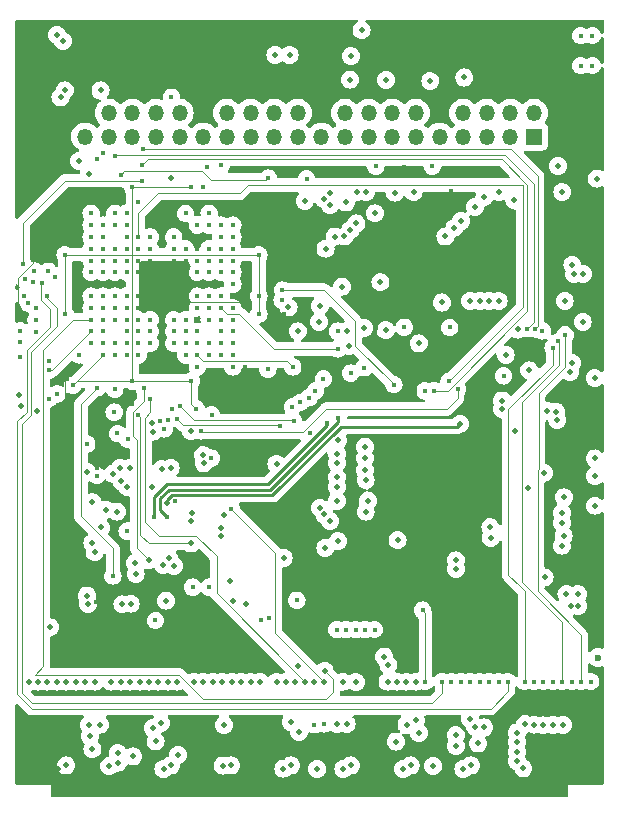
<source format=gbr>
%TF.GenerationSoftware,KiCad,Pcbnew,7.0.10*%
%TF.CreationDate,2024-03-26T21:26:04+03:00*%
%TF.ProjectId,com_1300,636f6d5f-3133-4303-902e-6b696361645f,rev?*%
%TF.SameCoordinates,Original*%
%TF.FileFunction,Copper,L2,Inr*%
%TF.FilePolarity,Positive*%
%FSLAX46Y46*%
G04 Gerber Fmt 4.6, Leading zero omitted, Abs format (unit mm)*
G04 Created by KiCad (PCBNEW 7.0.10) date 2024-03-26 21:26:04*
%MOMM*%
%LPD*%
G01*
G04 APERTURE LIST*
%TA.AperFunction,ComponentPad*%
%ADD10R,1.350000X1.350000*%
%TD*%
%TA.AperFunction,ComponentPad*%
%ADD11O,1.350000X1.350000*%
%TD*%
%TA.AperFunction,ViaPad*%
%ADD12C,0.450000*%
%TD*%
%TA.AperFunction,ViaPad*%
%ADD13C,0.500000*%
%TD*%
%TA.AperFunction,ViaPad*%
%ADD14C,0.600000*%
%TD*%
%TA.AperFunction,Conductor*%
%ADD15C,0.125000*%
%TD*%
%TA.AperFunction,Conductor*%
%ADD16C,0.250000*%
%TD*%
G04 APERTURE END LIST*
D10*
%TO.N,FPGA_CLK1*%
%TO.C,J1*%
X59000000Y-25000000D03*
D11*
%TO.N,USER_IO_0*%
X59000000Y-23000000D03*
%TO.N,USER_IO_1*%
X57000000Y-25000000D03*
%TO.N,USER_IO_2*%
X57000000Y-23000000D03*
%TO.N,USER_IO_3*%
X55000000Y-25000000D03*
%TO.N,USER_IO_4*%
X55000000Y-23000000D03*
%TO.N,USER_IO_5*%
X53000000Y-25000000D03*
%TO.N,USER_IO_6*%
X53000000Y-23000000D03*
%TO.N,USER_IO_7*%
X51000000Y-25000000D03*
%TO.N,GND*%
X51000000Y-23000000D03*
%TO.N,USER_IO_8*%
X49000000Y-25000000D03*
%TO.N,USER_IO_9*%
X49000000Y-23000000D03*
%TO.N,USER_IO_10*%
X47000000Y-25000000D03*
%TO.N,USER_IO_11*%
X47000000Y-23000000D03*
%TO.N,USER_IO_12*%
X45000000Y-25000000D03*
%TO.N,USER_IO_13*%
X45000000Y-23000000D03*
%TO.N,USER_IO_14*%
X43000000Y-25000000D03*
%TO.N,USER_IO_15*%
X43000000Y-23000000D03*
%TO.N,USER_IO_16*%
X41000000Y-25000000D03*
%TO.N,GND*%
X41000000Y-23000000D03*
%TO.N,USER_IO_17*%
X39000000Y-25000000D03*
%TO.N,USER_IO_18*%
X39000000Y-23000000D03*
%TO.N,USER_IO_19*%
X37000000Y-25000000D03*
%TO.N,USER_IO_20*%
X37000000Y-23000000D03*
%TO.N,USER_IO_21*%
X35000000Y-25000000D03*
%TO.N,USER_IO_22*%
X35000000Y-23000000D03*
%TO.N,USER_IO_23*%
X33000000Y-25000000D03*
%TO.N,USER_IO_24*%
X33000000Y-23000000D03*
%TO.N,USER_IO_25*%
X31000000Y-25000000D03*
%TO.N,GND*%
X31000000Y-23000000D03*
%TO.N,USER_IO_26*%
X29000000Y-25000000D03*
%TO.N,USER_IO_27*%
X29000000Y-23000000D03*
%TO.N,USER_IO_28*%
X27000000Y-25000000D03*
%TO.N,USER_IO_29*%
X27000000Y-23000000D03*
%TO.N,SERIAL_IO_2*%
X25000000Y-25000000D03*
%TO.N,SERIAL_IO_1*%
X25000000Y-23000000D03*
%TO.N,USER_IO_30*%
X23000000Y-25000000D03*
%TO.N,USER_IO_31*%
X23000000Y-23000000D03*
%TO.N,BOOT_SECTOR*%
X21000000Y-25000000D03*
%TO.N,GND*%
X21000000Y-23000000D03*
%TD*%
D10*
%TO.N,FPGA_CLK1*%
%TO.C,J1*%
X59000000Y-25000000D03*
D11*
%TO.N,USER_IO_0*%
X59000000Y-23000000D03*
%TO.N,USER_IO_1*%
X57000000Y-25000000D03*
%TO.N,USER_IO_2*%
X57000000Y-23000000D03*
%TO.N,USER_IO_3*%
X55000000Y-25000000D03*
%TO.N,USER_IO_4*%
X55000000Y-23000000D03*
%TO.N,USER_IO_5*%
X53000000Y-25000000D03*
%TO.N,USER_IO_6*%
X53000000Y-23000000D03*
%TO.N,USER_IO_7*%
X51000000Y-25000000D03*
%TO.N,GND*%
X51000000Y-23000000D03*
%TO.N,USER_IO_8*%
X49000000Y-25000000D03*
%TO.N,USER_IO_9*%
X49000000Y-23000000D03*
%TO.N,USER_IO_10*%
X47000000Y-25000000D03*
%TO.N,USER_IO_11*%
X47000000Y-23000000D03*
%TO.N,USER_IO_12*%
X45000000Y-25000000D03*
%TO.N,USER_IO_13*%
X45000000Y-23000000D03*
%TO.N,USER_IO_14*%
X43000000Y-25000000D03*
%TO.N,USER_IO_15*%
X43000000Y-23000000D03*
%TO.N,USER_IO_16*%
X41000000Y-25000000D03*
%TO.N,GND*%
X41000000Y-23000000D03*
%TO.N,USER_IO_17*%
X39000000Y-25000000D03*
%TO.N,USER_IO_18*%
X39000000Y-23000000D03*
%TO.N,USER_IO_19*%
X37000000Y-25000000D03*
%TO.N,USER_IO_20*%
X37000000Y-23000000D03*
%TO.N,USER_IO_21*%
X35000000Y-25000000D03*
%TO.N,USER_IO_22*%
X35000000Y-23000000D03*
%TO.N,USER_IO_23*%
X33000000Y-25000000D03*
%TO.N,USER_IO_24*%
X33000000Y-23000000D03*
%TO.N,USER_IO_25*%
X31000000Y-25000000D03*
%TO.N,GND*%
X31000000Y-23000000D03*
%TO.N,USER_IO_26*%
X29000000Y-25000000D03*
%TO.N,USER_IO_27*%
X29000000Y-23000000D03*
%TO.N,USER_IO_28*%
X27000000Y-25000000D03*
%TO.N,USER_IO_29*%
X27000000Y-23000000D03*
%TO.N,SERIAL_IO_2*%
X25000000Y-25000000D03*
%TO.N,SERIAL_IO_1*%
X25000000Y-23000000D03*
%TO.N,USER_IO_30*%
X23000000Y-25000000D03*
%TO.N,USER_IO_31*%
X23000000Y-23000000D03*
%TO.N,BOOT_SECTOR*%
X21000000Y-25000000D03*
%TO.N,GND*%
X21000000Y-23000000D03*
%TD*%
D12*
%TO.N,+3V3*%
X30500000Y-38500000D03*
X45600000Y-27500000D03*
X23500000Y-38500000D03*
X63950000Y-18990000D03*
X62950000Y-16450000D03*
X30500000Y-36500000D03*
X44590000Y-44570000D03*
X26500000Y-41500000D03*
X28500000Y-34500000D03*
X24500000Y-38500000D03*
X23500000Y-36500000D03*
X30500000Y-39500000D03*
X24500000Y-36500000D03*
D13*
X64150000Y-56250000D03*
D12*
X31660000Y-52230000D03*
D13*
X62150000Y-64750000D03*
D12*
X50400000Y-27530000D03*
X26500000Y-34500000D03*
X21129309Y-51025000D03*
X29500000Y-40500000D03*
D13*
X24152623Y-64604483D03*
D12*
X28385651Y-48075000D03*
X62950000Y-18990000D03*
X48000000Y-41150000D03*
X28500000Y-41500000D03*
D13*
X44749500Y-56750000D03*
D12*
X28500000Y-33500000D03*
D13*
X63120000Y-40680000D03*
D12*
X39750000Y-28575000D03*
X24500000Y-35500000D03*
D13*
X40812039Y-40688000D03*
D12*
X29500000Y-34500000D03*
D13*
X64300000Y-28560000D03*
X21612000Y-59400000D03*
D12*
X28500000Y-40500000D03*
D13*
X62750000Y-63750000D03*
D12*
X30110000Y-63149500D03*
X63950000Y-16450000D03*
X24500000Y-39500000D03*
D13*
X62750000Y-64750000D03*
D12*
X51860000Y-41160000D03*
X31500000Y-38500000D03*
X31500000Y-36500000D03*
X26500000Y-40500000D03*
X26500000Y-33500000D03*
X30500000Y-35500000D03*
D13*
X61750000Y-63750000D03*
D12*
X25500000Y-34500000D03*
D13*
X57350000Y-49900000D03*
D12*
X25500000Y-40500000D03*
%TO.N,GND*%
X34500000Y-38500000D03*
D13*
X64100000Y-51250000D03*
D12*
X25500000Y-39500000D03*
X26504600Y-44495400D03*
X30500000Y-34500000D03*
D13*
X59370000Y-78520000D03*
X63200000Y-42850000D03*
X47450000Y-69125000D03*
D12*
X50540000Y-41160000D03*
X25500000Y-38500000D03*
X46125806Y-46389530D03*
X62950000Y-24070000D03*
X52000000Y-29600000D03*
X32770000Y-52620000D03*
D13*
X18730000Y-78550000D03*
D14*
X56220000Y-66610000D03*
D12*
X45600000Y-41200000D03*
X62950000Y-21530000D03*
X33500000Y-31500000D03*
D14*
X55220000Y-66610000D03*
D12*
X30500000Y-40500000D03*
D13*
X16600000Y-34600000D03*
D12*
X24500000Y-40500000D03*
X31150000Y-65967320D03*
X37900000Y-35000000D03*
X29500000Y-35500000D03*
X63950000Y-24070000D03*
X21963310Y-53023029D03*
X29500000Y-36500000D03*
D13*
X62400000Y-49350000D03*
D12*
X28500000Y-35500000D03*
X26500000Y-35500000D03*
X15475000Y-40025000D03*
X24500000Y-34500000D03*
X28500000Y-39500000D03*
D13*
X64150000Y-61250000D03*
X22500000Y-71900000D03*
D12*
X21500000Y-37500000D03*
X21876239Y-64390543D03*
X25500000Y-35500000D03*
X63950000Y-21530000D03*
X29500000Y-39500000D03*
D13*
X39550500Y-40679989D03*
D12*
X28500000Y-30500000D03*
X26500000Y-38500000D03*
X25500000Y-36500000D03*
X52025000Y-27643000D03*
X26500000Y-39500000D03*
X19500000Y-45500000D03*
D13*
X61270000Y-78550000D03*
X31000000Y-21900000D03*
X41000000Y-22050000D03*
X18500000Y-58260000D03*
D12*
X34500000Y-44500000D03*
X26500000Y-36500000D03*
D13*
X40870000Y-27930000D03*
X63800000Y-39450000D03*
X33100993Y-69925071D03*
D12*
X31375000Y-47450000D03*
X37800000Y-40000000D03*
X29500000Y-38500000D03*
X34500000Y-30500000D03*
X28500000Y-38500000D03*
X28500000Y-36500000D03*
X48000000Y-27560000D03*
D13*
X63800000Y-27450000D03*
D12*
X18500000Y-49700000D03*
X20500000Y-29500000D03*
X25000000Y-47675000D03*
D13*
%TO.N,VCC*%
X39050000Y-69800000D03*
X40650000Y-78550000D03*
D14*
X64424500Y-69110000D03*
D13*
%TO.N,uC_CNTRL1*%
X25212961Y-61137039D03*
D12*
X24000000Y-28238000D03*
D13*
X42300000Y-55850000D03*
D12*
X36500000Y-28520000D03*
%TO.N,+2V5*%
X25000000Y-45700000D03*
X19950000Y-46050000D03*
X25000000Y-29300000D03*
X30000000Y-45700000D03*
X19300000Y-35000000D03*
X22500000Y-43500000D03*
X19300000Y-40000000D03*
X30397434Y-48068512D03*
X35925000Y-65966820D03*
X35700000Y-40000000D03*
X35700000Y-38500000D03*
X30000000Y-29300000D03*
X35700000Y-35000000D03*
D13*
%TO.N,uC_CNTRL4*%
X56605000Y-43475000D03*
X26691509Y-49266509D03*
X20500000Y-27050000D03*
%TO.N,INOUT_PC_CARD_44*%
X37200000Y-71150000D03*
D12*
X15490000Y-41460000D03*
%TO.N,+1V2*%
X22500000Y-32500000D03*
X32500000Y-32500000D03*
X32500000Y-42500000D03*
X26949336Y-65967320D03*
X22500000Y-42500000D03*
D13*
X21222684Y-64557335D03*
X18050000Y-66550000D03*
%TO.N,FPGA_CLK1*%
X18912000Y-21684941D03*
D12*
X27356862Y-49106862D03*
X23500000Y-32500000D03*
D13*
%TO.N,SDRAM_CNTRL8*%
X42750000Y-37701469D03*
X40900000Y-39331469D03*
D12*
%TO.N,FPGA_TEST_EDGE4*%
X25839332Y-27437917D03*
X50535000Y-46515000D03*
X24500000Y-31500000D03*
%TO.N,FPGA_TEST_EDGE5*%
X59706896Y-41446859D03*
X25500000Y-30500000D03*
X28300000Y-21675000D03*
%TO.N,FPGA_TEST_EDGE6*%
X51805638Y-45705638D03*
X25500000Y-33500000D03*
D13*
%TO.N,uC_PROG1*%
X22369855Y-58099855D03*
X42300000Y-54650000D03*
%TO.N,uC_PROG2*%
X27850000Y-64288961D03*
X47450000Y-59175500D03*
D12*
%TO.N,uC_PROG4*%
X40014282Y-50137170D03*
D13*
X30990000Y-51974500D03*
D12*
%TO.N,Net-(R11-Pad2)*%
X28500000Y-42500000D03*
X28000353Y-49000353D03*
D13*
%TO.N,Net-(J2-Pad67)*%
X19393049Y-78246951D03*
%TO.N,Net-(J2-Pad43)*%
X50470000Y-78280000D03*
%TO.N,Net-(J2-Pad57)*%
X32637000Y-78252600D03*
D12*
%TO.N,BOOT0*%
X24619526Y-50641751D03*
%TO.N,INOUT_PC_CARD_51*%
X20509600Y-43490400D03*
D13*
X21800000Y-71150000D03*
D12*
%TO.N,INOUT_PC_CARD_26*%
X18640979Y-46788000D03*
D13*
X21000000Y-71150000D03*
%TO.N,INOUT_PC_CARD_52*%
X20200000Y-71150000D03*
X15425000Y-46850000D03*
D12*
%TO.N,INOUT_PC_CARD_27*%
X17948271Y-47188000D03*
D13*
X19400000Y-71150000D03*
%TO.N,INOUT_PC_CARD_53*%
X18600000Y-71150000D03*
D12*
X17975000Y-44000000D03*
D13*
%TO.N,INOUT_PC_CARD_28*%
X17800000Y-71150000D03*
X16918767Y-48218767D03*
D12*
%TO.N,INOUT_PC_CARD_54*%
X16200000Y-39125000D03*
D13*
X17000000Y-71150000D03*
%TO.N,INOUT_PC_CARD_29*%
X16275000Y-71150000D03*
X15563000Y-47800000D03*
%TO.N,PC_CARD_27*%
X21612489Y-76883911D03*
X23034541Y-78314011D03*
%TO.N,PC_CARD_52*%
X23793000Y-77998600D03*
X21395433Y-75772033D03*
%TO.N,PC_CARD_26*%
X21332934Y-74820533D03*
X23754500Y-77200025D03*
%TO.N,PC_CARD_51*%
X22266945Y-74785211D03*
X25044741Y-77484905D03*
%TO.N,INOUT_PC_CARD_47*%
X28800000Y-71150000D03*
D12*
X22500000Y-41500000D03*
D13*
%TO.N,INOUT_PC_CARD_22*%
X28000000Y-71150000D03*
D12*
X24500000Y-43500000D03*
%TO.N,INOUT_PC_CARD_48*%
X15500000Y-42400000D03*
D13*
X27200000Y-71150000D03*
D12*
%TO.N,INOUT_PC_CARD_23*%
X23450000Y-48335936D03*
D13*
X26400000Y-71150000D03*
%TO.N,INOUT_PC_CARD_49*%
X25600000Y-71150000D03*
D12*
X15450000Y-43650000D03*
%TO.N,INOUT_PC_CARD_24*%
X23500000Y-43500000D03*
D13*
X24800000Y-71150000D03*
D12*
%TO.N,INOUT_PC_CARD_50*%
X21500000Y-42500000D03*
D13*
X24000000Y-71150000D03*
D12*
%TO.N,INOUT_PC_CARD_25*%
X23504600Y-46395400D03*
D13*
X23200000Y-71150000D03*
%TO.N,PC_CARD_49*%
X27632000Y-78554200D03*
X26962488Y-76214110D03*
%TO.N,PC_CARD_23*%
X26743289Y-75080511D03*
X28261650Y-78249500D03*
%TO.N,PC_CARD_48*%
X27406600Y-74671200D03*
X28879800Y-77338200D03*
D12*
%TO.N,INOUT_PC_CARD_17*%
X30500000Y-44500000D03*
D13*
X35800000Y-71150000D03*
D12*
%TO.N,INOUT_PC_CARD_45*%
X16825000Y-41513000D03*
D13*
X35000000Y-71150000D03*
D12*
%TO.N,INOUT_PC_CARD_18*%
X29500000Y-41500000D03*
D13*
X21154320Y-53409389D03*
X34200000Y-71150000D03*
%TO.N,INOUT_PC_CARD_46*%
X33400000Y-71150000D03*
D12*
X17923271Y-44775000D03*
X21500000Y-41500000D03*
%TO.N,INOUT_PC_CARD_19*%
X29500000Y-42500000D03*
D13*
X32600000Y-71150000D03*
D12*
%TO.N,INOUT_PC_CARD_20*%
X25500000Y-41500000D03*
X23724949Y-50138000D03*
D13*
X31800000Y-71150000D03*
D12*
%TO.N,INOUT_PC_CARD_RESET*%
X18446707Y-36932954D03*
D13*
X31000000Y-71150000D03*
D12*
%TO.N,INOUT_PC_CARD_21*%
X25500000Y-42500000D03*
D13*
X30200000Y-71149989D03*
%TO.N,PC_CARD_19*%
X32749599Y-74850500D03*
X33336496Y-78249500D03*
D12*
%TO.N,INOUT_PC_CARD_14*%
X38550000Y-47888000D03*
D13*
X42800000Y-71150000D03*
D12*
%TO.N,INOUT_PC_CARD_41*%
X21500000Y-40500000D03*
D13*
X41274086Y-70225914D03*
D12*
%TO.N,INOUT_PC_CARD_55*%
X17868138Y-36406862D03*
X33360000Y-56520000D03*
D13*
X41200000Y-71150000D03*
%TO.N,INOUT_PC_CARD_42*%
X40400000Y-71150000D03*
D12*
X22500000Y-40500000D03*
D13*
%TO.N,INOUT_PC_CARD_15*%
X39600000Y-71150000D03*
D12*
X26500000Y-47250000D03*
X26500000Y-42500000D03*
%TO.N,INOUT_PC_CARD_43*%
X36600000Y-65800000D03*
X23500000Y-40500000D03*
D13*
X38800000Y-71150000D03*
D12*
%TO.N,INOUT_PC_CARD_16*%
X30500000Y-43500000D03*
X38575000Y-44500000D03*
D13*
X38000000Y-71150000D03*
%TO.N,PC_CARD_43*%
X37777500Y-78514300D03*
D12*
X42300000Y-66750000D03*
D13*
X38418286Y-74580811D03*
%TO.N,PC_CARD_15*%
X38424945Y-78249500D03*
X39099971Y-75400000D03*
D12*
%TO.N,PC_CARD_42*%
X43100000Y-66750000D03*
X40400000Y-74800000D03*
%TO.N,PC_CARD_55*%
X41226100Y-74723900D03*
X43900000Y-66750000D03*
D13*
%TO.N,PC_CARD_41*%
X42316400Y-74747400D03*
D12*
X44700000Y-66750000D03*
D13*
X42857500Y-78539700D03*
D12*
%TO.N,PC_CARD_14*%
X45500000Y-66744502D03*
D13*
X43493965Y-78249500D03*
X43129200Y-74747400D03*
D12*
%TO.N,INOUT_PC_CARD_10*%
X38650000Y-49050000D03*
X29004599Y-47827052D03*
X49800000Y-71150000D03*
X49568138Y-65093138D03*
D13*
%TO.N,INOUT_PC_CARD_37*%
X49000000Y-71150000D03*
D12*
X21500000Y-39500000D03*
%TO.N,INOUT_PC_CARD_11*%
X39925000Y-47113000D03*
D13*
X48200000Y-71150000D03*
%TO.N,INOUT_PC_CARD_38*%
X47400000Y-71150000D03*
D12*
X22500000Y-39500000D03*
X16823531Y-39513000D03*
D13*
%TO.N,INOUT_PC_CARD_12*%
X46600000Y-71150000D03*
D12*
X39200000Y-47513000D03*
D13*
%TO.N,INOUT_PC_CARD_39*%
X46675000Y-69713480D03*
D12*
X23500000Y-39500000D03*
%TO.N,INOUT_PC_CARD_13*%
X31500000Y-43500000D03*
D13*
X46325000Y-69025000D03*
D12*
%TO.N,INOUT_PC_CARD_40*%
X16823542Y-40500000D03*
D13*
X43924500Y-71200000D03*
%TO.N,PC_CARD_11*%
X48209200Y-74798200D03*
X47294800Y-76220600D03*
%TO.N,PC_CARD_37*%
X48996600Y-74366400D03*
X47929800Y-78557400D03*
%TO.N,PC_CARD_10*%
X48557893Y-78249500D03*
X49250433Y-75509233D03*
D12*
%TO.N,INOUT_PC_CARD_33*%
X17325000Y-37375000D03*
X56800000Y-71150000D03*
%TO.N,INOUT_PC_CARD_6*%
X56000000Y-71150000D03*
X43475000Y-45025000D03*
%TO.N,INOUT_PC_CARD_34*%
X15900000Y-37100000D03*
X21500000Y-38500000D03*
X55200000Y-71150000D03*
%TO.N,INOUT_PC_CARD_7*%
X54400000Y-71150000D03*
X41175000Y-45525000D03*
%TO.N,INOUT_PC_CARD_35*%
X53600000Y-71150000D03*
X16574989Y-37350000D03*
X22500000Y-38500000D03*
%TO.N,INOUT_PC_CARD_8*%
X31500000Y-42500000D03*
X52800000Y-71150000D03*
%TO.N,INOUT_PC_CARD_9*%
X32500000Y-43500000D03*
X52000000Y-71150000D03*
X40500000Y-46525000D03*
%TO.N,INOUT_PC_CARD_36*%
X51200000Y-71150000D03*
X17775000Y-38513000D03*
D13*
%TO.N,PC_CARD_35*%
X53594000Y-74315600D03*
X52374800Y-75687200D03*
%TO.N,PC_CARD_7*%
X54025800Y-74950600D03*
X52374800Y-76601600D03*
%TO.N,PC_CARD_34*%
X54762400Y-75026800D03*
X53017500Y-78532000D03*
%TO.N,PC_CARD_6*%
X54267100Y-76385700D03*
X53657418Y-78249500D03*
D12*
%TO.N,INOUT_PC_CARD_1*%
X63800000Y-71150000D03*
X32500000Y-39500000D03*
X42375000Y-42975000D03*
%TO.N,INOUT_PC_CARD_2*%
X61628022Y-41800908D03*
X63000000Y-71150000D03*
X33500000Y-37500000D03*
%TO.N,INOUT_PC_CARD_30*%
X25500000Y-43500000D03*
X62200000Y-71150000D03*
%TO.N,INOUT_PC_CARD_3*%
X32500000Y-38500000D03*
X61075000Y-42350000D03*
X61400000Y-71150000D03*
%TO.N,INOUT_PC_CARD_31*%
X23500000Y-42500000D03*
X60600000Y-71150000D03*
%TO.N,INOUT_PC_CARD_4*%
X47130638Y-45994362D03*
X59800000Y-71150000D03*
X37700000Y-38000000D03*
%TO.N,INOUT_PC_CARD_32*%
X15805404Y-38469127D03*
X59000000Y-71150000D03*
%TO.N,INOUT_PC_CARD_5*%
X37675000Y-38825000D03*
X60613000Y-42875000D03*
X58200000Y-71150000D03*
D13*
%TO.N,PC_CARD_32*%
X58260000Y-74760000D03*
X57560000Y-75460000D03*
%TO.N,PC_CARD_4*%
X57558100Y-76279367D03*
X59041233Y-74791233D03*
%TO.N,PC_CARD_31*%
X59797466Y-74847466D03*
X57556795Y-77093121D03*
%TO.N,PC_CARD_3*%
X60628700Y-74828700D03*
X57571191Y-77891191D03*
%TO.N,PC_CARD_30*%
X61469933Y-74799933D03*
X58100000Y-78500000D03*
%TO.N,OSC_OUT*%
X21612000Y-55950000D03*
X21154320Y-63861181D03*
D12*
%TO.N,BOOT_SECTOR*%
X24550000Y-58399500D03*
%TO.N,SERIAL_TX*%
X41509293Y-49277878D03*
X26796444Y-57171444D03*
%TO.N,SERIAL_RX*%
X42425000Y-48870500D03*
X27950000Y-57250000D03*
D13*
%TO.N,FPGA_CNTRL3*%
X31034017Y-52673517D03*
D12*
X31700000Y-48550000D03*
X33500000Y-44500000D03*
D13*
%TO.N,TIM3_CH3*%
X28100000Y-60700000D03*
X37800000Y-60675000D03*
%TO.N,TIM3_CH4*%
X33250000Y-62600000D03*
X27611264Y-61261264D03*
%TO.N,FPGA_CNTRL1*%
X21799500Y-60175000D03*
D12*
X16675000Y-36350000D03*
D13*
%TO.N,uC_A19*%
X32739207Y-57050793D03*
X41753948Y-57568691D03*
D12*
%TO.N,FPGA_CNTRL2*%
X22000000Y-46270000D03*
X23350000Y-62200000D03*
D13*
%TO.N,CAN2_TX*%
X41261933Y-56996997D03*
X24757115Y-53070356D03*
%TO.N,NRST*%
X27924780Y-56035500D03*
X52760000Y-49310000D03*
%TO.N,uC_A16*%
X42415650Y-50700989D03*
X26725461Y-49975461D03*
%TO.N,uC_A15*%
X44700000Y-51250000D03*
X30050000Y-56850000D03*
%TO.N,uC_A14*%
X42300000Y-51850000D03*
X24060000Y-54175500D03*
%TO.N,uC_A13*%
X44700000Y-52250000D03*
X24580000Y-54675500D03*
%TO.N,uC_A12*%
X42300000Y-52650000D03*
X26625000Y-54700989D03*
%TO.N,uC_A11*%
X44700000Y-53250000D03*
X28234994Y-53050000D03*
%TO.N,uC_A10*%
X27495000Y-53171242D03*
X42300000Y-53850000D03*
%TO.N,uC_A9*%
X44750000Y-54100000D03*
X28500000Y-61350000D03*
%TO.N,uC_A18*%
X23350000Y-53534000D03*
X44925500Y-55824500D03*
%TO.N,uC_A8*%
X29955377Y-57582849D03*
X42400000Y-59257320D03*
%TO.N,uC_A1*%
X59900000Y-62324500D03*
X60106300Y-48256300D03*
D12*
%TO.N,uC_CNTRL3*%
X15725000Y-35775000D03*
D13*
X34600000Y-64605500D03*
D12*
X21977750Y-53700500D03*
X25800000Y-28725000D03*
%TO.N,uC_CNTRL2*%
X38925000Y-64263000D03*
X36468138Y-44706862D03*
D13*
X33527250Y-64284500D03*
D12*
X22487000Y-26375000D03*
D13*
X24850000Y-64550000D03*
%TO.N,uC_AD0*%
X22764500Y-56588000D03*
D12*
X30500000Y-41500000D03*
D13*
X62050000Y-44950000D03*
X52393272Y-61593272D03*
X61375000Y-59625000D03*
%TO.N,uC_AD1*%
X23675000Y-56750000D03*
D12*
X30500000Y-42500000D03*
D13*
X52381233Y-60881233D03*
X64150000Y-45450000D03*
X61500000Y-58800000D03*
D12*
%TO.N,uC_AD2*%
X52531862Y-46356862D03*
X27675000Y-49750000D03*
X30825000Y-49925000D03*
D13*
X60881300Y-48293766D03*
X61376120Y-57686193D03*
D12*
X29500000Y-43500000D03*
D13*
%TO.N,uC_AD3*%
X55325008Y-58975008D03*
X60978150Y-49009383D03*
D12*
X28775000Y-48900500D03*
X37475000Y-49526967D03*
D13*
X61350000Y-56850000D03*
X25275500Y-62050000D03*
%TO.N,uC_AD4*%
X61550000Y-55550000D03*
X58600000Y-44800000D03*
X55300461Y-58074539D03*
X26373789Y-60873789D03*
D12*
X25991600Y-46275000D03*
D13*
%TO.N,uC_AD5*%
X29950000Y-59450000D03*
D12*
X56420000Y-45260000D03*
X25512862Y-48550862D03*
D13*
X58525500Y-54754500D03*
%TO.N,uC_AD6*%
X56300000Y-47350000D03*
X64154500Y-53750000D03*
D12*
X24500000Y-42500000D03*
D13*
X32526150Y-58824500D03*
%TO.N,uC_AD7*%
X59825500Y-53460000D03*
X32531442Y-58125018D03*
X56300000Y-48049503D03*
D12*
X24500000Y-41500000D03*
D13*
%TO.N,uC_A0*%
X62200000Y-44150000D03*
X64154500Y-52257411D03*
D12*
%TO.N,uC_A17*%
X31500000Y-63149500D03*
X28583480Y-55890353D03*
D13*
%TO.N,USER_IO_21*%
X28300000Y-28500000D03*
D12*
%TO.N,USER_IO_22*%
X31000000Y-29313000D03*
%TO.N,USER_IO_27*%
X31280638Y-27569362D03*
%TO.N,USER_IO_25*%
X32513000Y-27425000D03*
D13*
%TO.N,USER_IO_2*%
X53100000Y-20000000D03*
%TO.N,Net-(R22-Pad2)*%
X21300000Y-28200000D03*
D12*
%TO.N,FPGA_TEST_EDGE1*%
X58397500Y-41272500D03*
X23487000Y-26626862D03*
%TO.N,USER_IO_4*%
X21500000Y-31500000D03*
%TO.N,SERIAL_IO_2*%
X23500000Y-31500000D03*
%TO.N,USER_IO_23*%
X29500000Y-31500000D03*
%TO.N,USER_IO_30*%
X31500000Y-31500000D03*
D13*
%TO.N,SDRAM_A1*%
X41734788Y-29769290D03*
X62404678Y-36647149D03*
%TO.N,SDRAM_A0*%
X62248000Y-35860000D03*
X41230000Y-30281290D03*
%TO.N,USER_IO_6*%
X22300000Y-21100000D03*
X19275000Y-21087000D03*
D12*
%TO.N,USER_IO_8*%
X21500000Y-32500000D03*
D13*
X46488000Y-20200000D03*
D12*
%TO.N,FPGA_TEST_EDGE3*%
X59079362Y-41279362D03*
X24500000Y-32500000D03*
X25900000Y-26063000D03*
%TO.N,USER_IO_31*%
X30500000Y-32490000D03*
%TO.N,USER_IO_24*%
X31500000Y-32500000D03*
%TO.N,SDRAM_A2*%
X33500000Y-32500000D03*
D13*
X39582961Y-30462961D03*
X63150000Y-36620000D03*
%TO.N,SDRAM_A3*%
X41725724Y-30793290D03*
X61600000Y-38900000D03*
%TO.N,SDRAM_A4*%
X45540000Y-31500000D03*
X61400000Y-29700000D03*
%TO.N,USER_IO_9*%
X18600000Y-16376000D03*
%TO.N,USER_IO_10*%
X19100000Y-16888000D03*
D12*
%TO.N,USER_IO_7*%
X21500000Y-33500000D03*
D13*
X50225000Y-20300000D03*
%TO.N,USER_IO_12*%
X43400000Y-20176000D03*
D12*
X22500000Y-33500000D03*
%TO.N,FPGA_TEST_EDGE2*%
X24500000Y-33500000D03*
X22000000Y-26925000D03*
X49795514Y-46532396D03*
%TO.N,SDRAM_A5*%
X32500000Y-33500000D03*
D13*
X61038904Y-27492075D03*
D12*
%TO.N,SDRAM_A6*%
X33500000Y-33500000D03*
D13*
X52262961Y-32712961D03*
X43460875Y-32882000D03*
%TO.N,SDRAM_A7*%
X43963480Y-32360000D03*
X52819355Y-32156567D03*
%TO.N,SDRAM_A8*%
X53987039Y-30962000D03*
X42120000Y-33464389D03*
%TO.N,USER_IO_13*%
X44400000Y-16000000D03*
D12*
%TO.N,USER_IO_14*%
X21500000Y-34500000D03*
D13*
X43500000Y-18200000D03*
D12*
%TO.N,USER_IO_11*%
X22500000Y-34500000D03*
%TO.N,USER_IO_16*%
X23500000Y-34500000D03*
%TO.N,SDRAM_A9*%
X31500000Y-34500000D03*
D13*
X57340000Y-30402000D03*
%TO.N,SDRAM_A10*%
X51500000Y-33460000D03*
X42950000Y-33460000D03*
D12*
X32500000Y-34500000D03*
%TO.N,SDRAM_A11*%
X33500000Y-34500000D03*
D13*
X54793330Y-30127775D03*
%TO.N,SDRAM_A12*%
X56000000Y-29700000D03*
X41350000Y-34488400D03*
%TO.N,USER_IO_17*%
X38300000Y-18088000D03*
D12*
X21500000Y-35500000D03*
%TO.N,USER_IO_18*%
X22500000Y-35500000D03*
D13*
X37100000Y-18088000D03*
D12*
%TO.N,USER_IO_15*%
X23500000Y-35500000D03*
%TO.N,SDRAM_DQ0*%
X31500000Y-35500000D03*
D13*
X43102039Y-30582039D03*
D12*
%TO.N,SDRAM_DQ1*%
X32500000Y-35500000D03*
D13*
X44000000Y-29700000D03*
%TO.N,SDRAM_DQ2*%
X44800000Y-29700000D03*
D12*
X33500000Y-35500000D03*
%TO.N,USER_IO_19*%
X21500000Y-36500000D03*
%TO.N,USER_IO_20*%
X22500000Y-36500000D03*
D13*
%TO.N,SDRAM_DQ4*%
X47200000Y-29750000D03*
D12*
X32500000Y-36500000D03*
%TO.N,SDRAM_DQ5*%
X33500000Y-36500000D03*
D13*
X48800000Y-29700000D03*
D12*
%TO.N,SDRAM_CNTRL3*%
X31500000Y-39500000D03*
D13*
X54400000Y-38900000D03*
D12*
%TO.N,SDRAM_CNTRL1*%
X33500000Y-39500000D03*
D13*
%TO.N,SDRAM_DQ8*%
X38214105Y-39467580D03*
X51200000Y-39050000D03*
D12*
%TO.N,SDRAM_CNTRL2*%
X31500000Y-40500000D03*
D13*
X55200000Y-38900000D03*
D12*
%TO.N,SDRAM_CNTRL7*%
X32500000Y-40500000D03*
D13*
X56000000Y-38900000D03*
%TO.N,SDRAM_CNTRL6*%
X57610461Y-41335461D03*
D12*
X32500000Y-41500000D03*
D13*
%TO.N,SDRAM_DQ15*%
X39000000Y-41488000D03*
D12*
X33500000Y-41500000D03*
%TO.N,SDRAM_CNTRL10*%
X33500000Y-42500000D03*
X42375000Y-41475000D03*
D13*
X46000000Y-37338000D03*
%TO.N,SDRAM_DQ13*%
X43187961Y-41437961D03*
X44630000Y-41200000D03*
D12*
%TO.N,SDRAM_DQ12*%
X33500000Y-43500000D03*
D13*
X46437961Y-41387961D03*
%TO.N,SDRAM_DQ9*%
X43350000Y-42750000D03*
X49250000Y-42512000D03*
%TO.N,SDRAM_CNTRL4*%
X53600000Y-38900000D03*
D12*
X33500000Y-40500000D03*
D13*
%TO.N,CAN2_RX*%
X41330000Y-59831820D03*
X23924500Y-53049500D03*
%TO.N,USART3_TX*%
X29950000Y-49931460D03*
X40860000Y-56424500D03*
%TO.N,Net-(J4-Pad16)*%
X37200000Y-52700000D03*
%TD*%
D15*
%TO.N,GND*%
X34500000Y-38500000D02*
X34012989Y-38987011D01*
X19500000Y-45500000D02*
X19325000Y-45675000D01*
X16600000Y-35711261D02*
X16600000Y-34600000D01*
X34012989Y-38987011D02*
X29987011Y-38987011D01*
X29987011Y-38987011D02*
X29500000Y-38500000D01*
X18500000Y-49700000D02*
X19325000Y-48875000D01*
X19325000Y-45675000D02*
X19325000Y-48875000D01*
X15475000Y-40025000D02*
X15318393Y-39868393D01*
X15318393Y-36992868D02*
X16600000Y-35711261D01*
X15318393Y-39868393D02*
X15318393Y-36992868D01*
%TO.N,uC_CNTRL1*%
X36345000Y-28675000D02*
X31675000Y-28675000D01*
X31675000Y-28675000D02*
X30925000Y-27925000D01*
X30925000Y-27925000D02*
X24313000Y-27925000D01*
X36500000Y-28520000D02*
X36345000Y-28675000D01*
X24313000Y-27925000D02*
X24000000Y-28238000D01*
%TO.N,+2V5*%
X25000000Y-29300000D02*
X25000000Y-45700000D01*
X19950000Y-46050000D02*
X20300000Y-45700000D01*
X25000000Y-45700000D02*
X30000000Y-45700000D01*
X35700000Y-35000000D02*
X35700000Y-38500000D01*
X20300000Y-45700000D02*
X25000000Y-45700000D01*
X30397434Y-48068512D02*
X30000000Y-47671078D01*
X19300000Y-35000000D02*
X19300000Y-40000000D01*
X30000000Y-47671078D02*
X30000000Y-45700000D01*
X22500000Y-43500000D02*
X19950000Y-46050000D01*
X19300000Y-35000000D02*
X35700000Y-35000000D01*
X35700000Y-38500000D02*
X35700000Y-40000000D01*
X25000000Y-29300000D02*
X30000000Y-29300000D01*
%TO.N,FPGA_TEST_EDGE4*%
X58450000Y-29066060D02*
X58450000Y-39750000D01*
X25839332Y-27437917D02*
X26352249Y-26925000D01*
X58450000Y-39750000D02*
X51685000Y-46515000D01*
X26352249Y-26925000D02*
X56308940Y-26925000D01*
X51685000Y-46515000D02*
X50535000Y-46515000D01*
X56308940Y-26925000D02*
X58450000Y-29066060D01*
%TO.N,FPGA_TEST_EDGE6*%
X51805638Y-45705638D02*
X58050000Y-39461276D01*
X25500000Y-31490000D02*
X25500000Y-33500000D01*
X58050000Y-39461276D02*
X58050000Y-29125000D01*
X58037989Y-29112989D02*
X34787011Y-29112989D01*
X34100000Y-29800000D02*
X27190000Y-29800000D01*
X34787011Y-29112989D02*
X34100000Y-29800000D01*
X27190000Y-29800000D02*
X25500000Y-31490000D01*
X58050000Y-29125000D02*
X58037989Y-29112989D01*
%TO.N,INOUT_PC_CARD_46*%
X18225000Y-44775000D02*
X21500000Y-41500000D01*
X17923271Y-44775000D02*
X18225000Y-44775000D01*
%TO.N,INOUT_PC_CARD_41*%
X17436260Y-43038740D02*
X19975000Y-40500000D01*
X41274086Y-70225914D02*
X42000000Y-70951828D01*
X16724094Y-70550000D02*
X17450000Y-69824094D01*
X17436260Y-44976728D02*
X17436260Y-43038740D01*
X30950906Y-72625000D02*
X29687989Y-71362083D01*
X17450000Y-44990468D02*
X17436260Y-44976728D01*
X29687989Y-71362083D02*
X29687989Y-71313895D01*
X41400000Y-72625000D02*
X30950906Y-72625000D01*
X42000000Y-72025000D02*
X41400000Y-72625000D01*
X17450000Y-69824094D02*
X17450000Y-44990468D01*
X42000000Y-70951828D02*
X42000000Y-72025000D01*
X19975000Y-40500000D02*
X21500000Y-40500000D01*
X29687989Y-71313895D02*
X28924094Y-70550000D01*
X28924094Y-70550000D02*
X16724094Y-70550000D01*
%TO.N,INOUT_PC_CARD_55*%
X37090000Y-60250000D02*
X37090000Y-67040000D01*
X33360000Y-56520000D02*
X37090000Y-60250000D01*
X37090000Y-67040000D02*
X41200000Y-71150000D01*
%TO.N,INOUT_PC_CARD_15*%
X26050000Y-57621511D02*
X27253489Y-58825000D01*
X27253489Y-58825000D02*
X30400000Y-58825000D01*
X30400000Y-58825000D02*
X32125000Y-60550000D01*
X26500000Y-47250000D02*
X26500000Y-48352918D01*
X26500000Y-48352918D02*
X26050000Y-48802918D01*
X32125000Y-60550000D02*
X32125000Y-63675000D01*
X32125000Y-63675000D02*
X39600000Y-71150000D01*
X26050000Y-48802918D02*
X26050000Y-57621511D01*
%TO.N,INOUT_PC_CARD_16*%
X30500000Y-43500000D02*
X30987011Y-43987011D01*
X30987011Y-43987011D02*
X38062011Y-43987011D01*
X38062011Y-43987011D02*
X38575000Y-44500000D01*
%TO.N,INOUT_PC_CARD_10*%
X38639967Y-49039967D02*
X30217514Y-49039967D01*
X49800000Y-65325000D02*
X49800000Y-71150000D01*
X30217514Y-49039967D02*
X29004599Y-47827052D01*
X49568138Y-65093138D02*
X49800000Y-65325000D01*
X38650000Y-49050000D02*
X38639967Y-49039967D01*
%TO.N,INOUT_PC_CARD_33*%
X17287989Y-37412011D02*
X17287989Y-38812989D01*
X55325000Y-73425000D02*
X56800000Y-71950000D01*
X16075011Y-43099989D02*
X16075011Y-48300469D01*
X18050000Y-39575000D02*
X18050000Y-41125000D01*
X17287989Y-38812989D02*
X18050000Y-39575000D01*
X16475000Y-73425000D02*
X55325000Y-73425000D01*
X15250000Y-49125480D02*
X15250000Y-72200000D01*
X16075011Y-48300469D02*
X15250000Y-49125480D01*
X56800000Y-71950000D02*
X56800000Y-71150000D01*
X15250000Y-72200000D02*
X16475000Y-73425000D01*
X17325000Y-37375000D02*
X17287989Y-37412011D01*
X18050000Y-41125000D02*
X16075011Y-43099989D01*
%TO.N,INOUT_PC_CARD_36*%
X15650000Y-49300000D02*
X15650000Y-72075000D01*
X50375000Y-72950000D02*
X51200000Y-72125000D01*
X17775000Y-38513000D02*
X17775000Y-38675000D01*
X18600000Y-41033940D02*
X16399530Y-43234410D01*
X42799040Y-72949520D02*
X42799520Y-72950000D01*
X16399530Y-48550470D02*
X15650000Y-49300000D01*
X42799520Y-72950000D02*
X50375000Y-72950000D01*
X15650000Y-72075000D02*
X16524520Y-72949520D01*
X16399530Y-43234410D02*
X16399530Y-48550470D01*
X18600000Y-39500000D02*
X18600000Y-41033940D01*
X17775000Y-38675000D02*
X18600000Y-39500000D01*
X51200000Y-72125000D02*
X51200000Y-71150000D01*
X16524520Y-72949520D02*
X42799040Y-72949520D01*
%TO.N,INOUT_PC_CARD_1*%
X42375000Y-42975000D02*
X37025000Y-42975000D01*
X37025000Y-42975000D02*
X34062989Y-40012989D01*
X34062989Y-40012989D02*
X33012989Y-40012989D01*
X33012989Y-40012989D02*
X32500000Y-39500000D01*
%TO.N,INOUT_PC_CARD_2*%
X59313489Y-53247917D02*
X59400000Y-53161406D01*
X59400000Y-53161406D02*
X59400000Y-46750000D01*
X61628022Y-44521978D02*
X61628022Y-41800908D01*
X63000000Y-71150000D02*
X63000000Y-67200000D01*
X63000000Y-67200000D02*
X59313489Y-63513489D01*
X59400000Y-46750000D02*
X61628022Y-44521978D01*
X59313489Y-63513489D02*
X59313489Y-53247917D01*
%TO.N,INOUT_PC_CARD_3*%
X61400000Y-71150000D02*
X61400000Y-66125000D01*
X58013489Y-47436511D02*
X61100000Y-44350000D01*
X61100000Y-42375000D02*
X61075000Y-42350000D01*
X58013489Y-62738489D02*
X58013489Y-47436511D01*
X61100000Y-44350000D02*
X61100000Y-42375000D01*
X58900000Y-63625000D02*
X58013489Y-62738489D01*
X61400000Y-66125000D02*
X58900000Y-63625000D01*
%TO.N,INOUT_PC_CARD_4*%
X41225000Y-38000000D02*
X37700000Y-38000000D01*
X43862011Y-40637011D02*
X41225000Y-38000000D01*
X43862011Y-42712011D02*
X43862011Y-40637011D01*
X47130638Y-45980638D02*
X43862011Y-42712011D01*
X47130638Y-45994362D02*
X47130638Y-45980638D01*
%TO.N,INOUT_PC_CARD_5*%
X56837989Y-48037011D02*
X60575000Y-44300000D01*
X58200000Y-71150000D02*
X58200000Y-63450000D01*
X57800000Y-63050000D02*
X56837989Y-62087989D01*
X56837989Y-62087989D02*
X56837989Y-48037011D01*
X58200000Y-63450000D02*
X57800000Y-63050000D01*
X60613000Y-44262000D02*
X60613000Y-42875000D01*
X60575000Y-44300000D02*
X60613000Y-44262000D01*
D16*
%TO.N,SERIAL_TX*%
X27899051Y-54440231D02*
X36488333Y-54440231D01*
X36488333Y-54440231D02*
X41509293Y-49419271D01*
X26796444Y-57171444D02*
X26825000Y-57142888D01*
X26825000Y-57142888D02*
X26825000Y-55514282D01*
X41509293Y-49419271D02*
X41509293Y-49277878D01*
X26825000Y-55514282D02*
X27899051Y-54440231D01*
%TO.N,SERIAL_RX*%
X27350269Y-55624731D02*
X28084769Y-54890231D01*
X27950000Y-57250000D02*
X27350269Y-56650269D01*
X27350269Y-56650269D02*
X27350269Y-55624731D01*
X28084769Y-54890231D02*
X36674051Y-54890231D01*
X36674051Y-54890231D02*
X42425000Y-49139282D01*
X42425000Y-49139282D02*
X42425000Y-48870500D01*
D15*
%TO.N,FPGA_CNTRL2*%
X20642309Y-47627691D02*
X22000000Y-46270000D01*
X23350000Y-62200000D02*
X23350000Y-59875000D01*
X20642309Y-57167309D02*
X20642309Y-47627691D01*
X23350000Y-59875000D02*
X20642309Y-57167309D01*
D16*
%TO.N,NRST*%
X27924780Y-56035500D02*
X27924780Y-55771926D01*
X28356475Y-55340231D02*
X36859769Y-55340231D01*
X42650000Y-49550000D02*
X52520000Y-49550000D01*
X52520000Y-49550000D02*
X52760000Y-49310000D01*
X27924780Y-55771926D02*
X28356475Y-55340231D01*
X36859769Y-55340231D02*
X42650000Y-49550000D01*
D15*
%TO.N,uC_CNTRL3*%
X15725000Y-32325000D02*
X19325000Y-28725000D01*
X19325000Y-28725000D02*
X25800000Y-28725000D01*
X15725000Y-35775000D02*
X15725000Y-32325000D01*
%TO.N,uC_AD2*%
X51600000Y-48075000D02*
X41387713Y-48075000D01*
X52531862Y-47143138D02*
X51600000Y-48075000D01*
X41387713Y-48075000D02*
X39448734Y-50013978D01*
X52531862Y-46356862D02*
X52531862Y-47143138D01*
X30913978Y-50013978D02*
X30825000Y-49925000D01*
X39448734Y-50013978D02*
X30913978Y-50013978D01*
%TO.N,uC_AD3*%
X29294449Y-49419449D02*
X28775500Y-48900500D01*
X37367482Y-49419449D02*
X29294449Y-49419449D01*
X28775500Y-48900500D02*
X28775000Y-48900500D01*
X37475000Y-49526967D02*
X37367482Y-49419449D01*
%TO.N,uC_AD4*%
X25991600Y-46275000D02*
X25991600Y-47383400D01*
X25353469Y-50686955D02*
X25353469Y-59853469D01*
X25991600Y-47383400D02*
X25025000Y-48350000D01*
X25353469Y-59853469D02*
X26373789Y-60873789D01*
X25025000Y-48350000D02*
X25025000Y-50358486D01*
X25025000Y-50358486D02*
X25353469Y-50686955D01*
%TO.N,uC_AD5*%
X25512862Y-48550862D02*
X25677989Y-48715989D01*
X26400000Y-59450000D02*
X29950000Y-59450000D01*
X25677989Y-58727989D02*
X26400000Y-59450000D01*
X25677989Y-48715989D02*
X25677989Y-58727989D01*
%TO.N,FPGA_TEST_EDGE1*%
X23538862Y-26575000D02*
X56515000Y-26575000D01*
X58975000Y-29035000D02*
X58975000Y-40695000D01*
X23487000Y-26626862D02*
X23538862Y-26575000D01*
X58975000Y-40695000D02*
X58397500Y-41272500D01*
X56515000Y-26575000D02*
X58975000Y-29035000D01*
%TO.N,FPGA_TEST_EDGE3*%
X57035000Y-26075000D02*
X59300000Y-28340000D01*
X25912000Y-26075000D02*
X57035000Y-26075000D01*
X25900000Y-26063000D02*
X25912000Y-26075000D01*
X59300000Y-28340000D02*
X59300000Y-41058724D01*
X59300000Y-41058724D02*
X59079362Y-41279362D01*
%TD*%
%TA.AperFunction,Conductor*%
%TO.N,GND*%
G36*
X63779512Y-69608859D02*
G01*
X63786095Y-69614988D01*
X63917218Y-69746111D01*
X63917220Y-69746112D01*
X64071481Y-69843041D01*
X64071482Y-69843041D01*
X64071485Y-69843043D01*
X64243453Y-69903217D01*
X64424500Y-69923616D01*
X64605547Y-69903217D01*
X64732387Y-69858833D01*
X64803289Y-69855214D01*
X64864894Y-69890503D01*
X64897641Y-69953497D01*
X64900000Y-69977763D01*
X64900000Y-79774000D01*
X64879998Y-79842121D01*
X64826342Y-79888614D01*
X64774000Y-79900000D01*
X61900000Y-79900000D01*
X61900000Y-80774000D01*
X61879998Y-80842121D01*
X61826342Y-80888614D01*
X61774000Y-80900000D01*
X18226000Y-80900000D01*
X18157879Y-80879998D01*
X18111386Y-80826342D01*
X18100000Y-80774000D01*
X18100000Y-79900000D01*
X15226000Y-79900000D01*
X15157879Y-79879998D01*
X15111386Y-79826342D01*
X15100000Y-79774000D01*
X15100000Y-78246951D01*
X18629750Y-78246951D01*
X18648886Y-78416799D01*
X18705339Y-78578133D01*
X18726106Y-78611183D01*
X18794385Y-78719848D01*
X18796280Y-78722863D01*
X18917136Y-78843719D01*
X18917138Y-78843720D01*
X18917140Y-78843722D01*
X19061866Y-78934660D01*
X19223199Y-78991113D01*
X19223198Y-78991113D01*
X19240397Y-78993050D01*
X19393049Y-79010250D01*
X19562899Y-78991113D01*
X19724232Y-78934660D01*
X19868958Y-78843722D01*
X19989820Y-78722860D01*
X20080758Y-78578134D01*
X20137211Y-78416801D01*
X20148792Y-78314011D01*
X22271242Y-78314011D01*
X22290378Y-78483859D01*
X22346831Y-78645193D01*
X22408138Y-78742762D01*
X22420162Y-78761898D01*
X22437772Y-78789923D01*
X22558628Y-78910779D01*
X22558630Y-78910780D01*
X22558632Y-78910782D01*
X22703358Y-79001720D01*
X22864691Y-79058173D01*
X22864690Y-79058173D01*
X22881889Y-79060110D01*
X23034541Y-79077310D01*
X23204391Y-79058173D01*
X23365724Y-79001720D01*
X23510450Y-78910782D01*
X23629963Y-78791268D01*
X23692273Y-78757245D01*
X23733164Y-78755157D01*
X23793000Y-78761899D01*
X23962850Y-78742762D01*
X24124183Y-78686309D01*
X24268909Y-78595371D01*
X24310080Y-78554200D01*
X26868701Y-78554200D01*
X26887837Y-78724048D01*
X26944290Y-78885382D01*
X27010158Y-78990209D01*
X27025104Y-79013996D01*
X27035231Y-79030112D01*
X27156087Y-79150968D01*
X27156089Y-79150969D01*
X27156091Y-79150971D01*
X27300817Y-79241909D01*
X27462150Y-79298362D01*
X27462149Y-79298362D01*
X27479348Y-79300299D01*
X27632000Y-79317499D01*
X27801850Y-79298362D01*
X27963183Y-79241909D01*
X28107909Y-79150971D01*
X28212929Y-79045950D01*
X28275239Y-79011927D01*
X28287907Y-79009840D01*
X28431500Y-78993662D01*
X28592833Y-78937209D01*
X28737559Y-78846271D01*
X28858421Y-78725409D01*
X28949359Y-78580683D01*
X29005812Y-78419350D01*
X29024600Y-78252600D01*
X31873701Y-78252600D01*
X31892837Y-78422448D01*
X31949290Y-78583782D01*
X31980677Y-78633733D01*
X32036679Y-78722860D01*
X32040231Y-78728512D01*
X32161087Y-78849368D01*
X32161089Y-78849369D01*
X32161091Y-78849371D01*
X32305817Y-78940309D01*
X32467150Y-78996762D01*
X32467149Y-78996762D01*
X32484348Y-78998699D01*
X32637000Y-79015899D01*
X32806850Y-78996762D01*
X32885883Y-78969106D01*
X32949563Y-78946825D01*
X33020468Y-78943206D01*
X33032793Y-78946825D01*
X33073698Y-78961138D01*
X33166646Y-78993662D01*
X33166645Y-78993662D01*
X33183844Y-78995599D01*
X33336496Y-79012799D01*
X33506346Y-78993662D01*
X33667679Y-78937209D01*
X33812405Y-78846271D01*
X33933267Y-78725409D01*
X34024205Y-78580683D01*
X34047433Y-78514300D01*
X37014201Y-78514300D01*
X37033337Y-78684148D01*
X37089790Y-78845482D01*
X37180731Y-78990212D01*
X37301587Y-79111068D01*
X37301589Y-79111069D01*
X37301591Y-79111071D01*
X37446317Y-79202009D01*
X37607650Y-79258462D01*
X37607649Y-79258462D01*
X37624848Y-79260399D01*
X37777500Y-79277599D01*
X37947350Y-79258462D01*
X38108683Y-79202009D01*
X38253409Y-79111071D01*
X38316194Y-79048285D01*
X38378503Y-79014261D01*
X38419398Y-79012174D01*
X38424945Y-79012799D01*
X38594795Y-78993662D01*
X38756128Y-78937209D01*
X38900854Y-78846271D01*
X39021716Y-78725409D01*
X39112654Y-78580683D01*
X39123390Y-78550000D01*
X39886701Y-78550000D01*
X39905837Y-78719848D01*
X39958687Y-78870882D01*
X39962291Y-78881183D01*
X40045489Y-79013591D01*
X40053231Y-79025912D01*
X40174087Y-79146768D01*
X40174089Y-79146769D01*
X40174091Y-79146771D01*
X40318817Y-79237709D01*
X40480150Y-79294162D01*
X40480149Y-79294162D01*
X40490241Y-79295299D01*
X40650000Y-79313299D01*
X40819850Y-79294162D01*
X40981183Y-79237709D01*
X41125909Y-79146771D01*
X41246771Y-79025909D01*
X41337709Y-78881183D01*
X41341314Y-78870882D01*
X41379448Y-78761899D01*
X41394162Y-78719850D01*
X41413299Y-78550000D01*
X41412138Y-78539700D01*
X42094201Y-78539700D01*
X42113337Y-78709548D01*
X42169790Y-78870882D01*
X42215235Y-78943206D01*
X42259715Y-79013996D01*
X42260731Y-79015612D01*
X42381587Y-79136468D01*
X42381589Y-79136469D01*
X42381591Y-79136471D01*
X42526317Y-79227409D01*
X42687650Y-79283862D01*
X42687649Y-79283862D01*
X42704848Y-79285799D01*
X42857500Y-79302999D01*
X43027350Y-79283862D01*
X43188683Y-79227409D01*
X43333409Y-79136471D01*
X43421223Y-79048656D01*
X43483533Y-79014633D01*
X43496192Y-79012547D01*
X43663815Y-78993662D01*
X43825148Y-78937209D01*
X43969874Y-78846271D01*
X44090736Y-78725409D01*
X44181674Y-78580683D01*
X44189821Y-78557400D01*
X47166501Y-78557400D01*
X47185637Y-78727248D01*
X47242090Y-78888582D01*
X47296962Y-78975909D01*
X47322089Y-79015899D01*
X47333031Y-79033312D01*
X47453887Y-79154168D01*
X47453889Y-79154169D01*
X47453891Y-79154171D01*
X47598617Y-79245109D01*
X47759950Y-79301562D01*
X47759949Y-79301562D01*
X47772695Y-79302998D01*
X47929800Y-79320699D01*
X48099650Y-79301562D01*
X48260983Y-79245109D01*
X48405709Y-79154171D01*
X48514533Y-79045346D01*
X48576843Y-79011323D01*
X48589511Y-79009236D01*
X48727743Y-78993662D01*
X48889076Y-78937209D01*
X49033802Y-78846271D01*
X49154664Y-78725409D01*
X49245602Y-78580683D01*
X49302055Y-78419350D01*
X49317756Y-78280000D01*
X49706701Y-78280000D01*
X49725837Y-78449848D01*
X49782290Y-78611182D01*
X49850570Y-78719848D01*
X49872756Y-78755157D01*
X49873231Y-78755912D01*
X49994087Y-78876768D01*
X49994089Y-78876769D01*
X49994091Y-78876771D01*
X50138817Y-78967709D01*
X50300150Y-79024162D01*
X50300149Y-79024162D01*
X50315655Y-79025909D01*
X50470000Y-79043299D01*
X50639850Y-79024162D01*
X50801183Y-78967709D01*
X50945909Y-78876771D01*
X51066771Y-78755909D01*
X51157709Y-78611183D01*
X51185416Y-78532000D01*
X52254201Y-78532000D01*
X52273337Y-78701848D01*
X52329790Y-78863182D01*
X52420731Y-79007912D01*
X52541587Y-79128768D01*
X52541589Y-79128769D01*
X52541591Y-79128771D01*
X52686317Y-79219709D01*
X52847650Y-79276162D01*
X52847649Y-79276162D01*
X52860395Y-79277598D01*
X53017500Y-79295299D01*
X53187350Y-79276162D01*
X53348683Y-79219709D01*
X53493409Y-79128771D01*
X53572475Y-79049703D01*
X53634787Y-79015679D01*
X53650431Y-79013996D01*
X53650386Y-79013591D01*
X53657416Y-79012798D01*
X53657418Y-79012799D01*
X53827268Y-78993662D01*
X53988601Y-78937209D01*
X54133327Y-78846271D01*
X54254189Y-78725409D01*
X54345127Y-78580683D01*
X54401580Y-78419350D01*
X54420717Y-78249500D01*
X54401580Y-78079650D01*
X54345127Y-77918317D01*
X54254189Y-77773591D01*
X54254187Y-77773589D01*
X54254186Y-77773587D01*
X54133330Y-77652731D01*
X54129273Y-77650182D01*
X54037140Y-77592290D01*
X53988600Y-77561790D01*
X53880226Y-77523869D01*
X53827268Y-77505338D01*
X53827266Y-77505337D01*
X53827268Y-77505337D01*
X53657418Y-77486201D01*
X53487569Y-77505337D01*
X53326235Y-77561790D01*
X53181507Y-77652730D01*
X53102440Y-77731797D01*
X53040127Y-77765822D01*
X53024485Y-77767503D01*
X53024531Y-77767909D01*
X53017500Y-77768701D01*
X53004755Y-77770137D01*
X52847651Y-77787837D01*
X52686317Y-77844290D01*
X52541587Y-77935231D01*
X52420731Y-78056087D01*
X52329790Y-78200817D01*
X52273337Y-78362151D01*
X52254201Y-78532000D01*
X51185416Y-78532000D01*
X51214162Y-78449850D01*
X51233299Y-78280000D01*
X51214162Y-78110150D01*
X51157709Y-77948817D01*
X51066771Y-77804091D01*
X51066769Y-77804089D01*
X51066768Y-77804087D01*
X50945912Y-77683231D01*
X50801182Y-77592290D01*
X50682357Y-77550712D01*
X50639850Y-77535838D01*
X50639848Y-77535837D01*
X50639850Y-77535837D01*
X50470000Y-77516701D01*
X50300151Y-77535837D01*
X50138817Y-77592290D01*
X49994087Y-77683231D01*
X49873231Y-77804087D01*
X49782290Y-77948817D01*
X49725837Y-78110151D01*
X49706701Y-78280000D01*
X49317756Y-78280000D01*
X49321192Y-78249500D01*
X49302055Y-78079650D01*
X49245602Y-77918317D01*
X49154664Y-77773591D01*
X49154662Y-77773589D01*
X49154661Y-77773587D01*
X49033805Y-77652731D01*
X49029748Y-77650182D01*
X48937615Y-77592290D01*
X48889075Y-77561790D01*
X48780701Y-77523869D01*
X48727743Y-77505338D01*
X48727741Y-77505337D01*
X48727743Y-77505337D01*
X48557893Y-77486201D01*
X48388044Y-77505337D01*
X48226710Y-77561790D01*
X48081982Y-77652730D01*
X47973160Y-77761552D01*
X47910848Y-77795577D01*
X47898172Y-77797664D01*
X47759951Y-77813237D01*
X47598617Y-77869690D01*
X47453887Y-77960631D01*
X47333031Y-78081487D01*
X47242090Y-78226217D01*
X47185637Y-78387551D01*
X47166501Y-78557400D01*
X44189821Y-78557400D01*
X44238127Y-78419350D01*
X44257264Y-78249500D01*
X44238127Y-78079650D01*
X44181674Y-77918317D01*
X44090736Y-77773591D01*
X44090734Y-77773589D01*
X44090733Y-77773587D01*
X43969877Y-77652731D01*
X43965820Y-77650182D01*
X43873687Y-77592290D01*
X43825147Y-77561790D01*
X43716773Y-77523869D01*
X43663815Y-77505338D01*
X43663813Y-77505337D01*
X43663815Y-77505337D01*
X43493965Y-77486201D01*
X43324116Y-77505337D01*
X43162782Y-77561790D01*
X43018054Y-77652730D01*
X42930243Y-77740541D01*
X42867931Y-77774566D01*
X42855256Y-77776653D01*
X42687651Y-77795537D01*
X42526317Y-77851990D01*
X42381587Y-77942931D01*
X42260731Y-78063787D01*
X42169790Y-78208517D01*
X42113337Y-78369851D01*
X42094201Y-78539700D01*
X41412138Y-78539700D01*
X41394162Y-78380150D01*
X41337709Y-78218817D01*
X41246771Y-78074091D01*
X41246769Y-78074089D01*
X41246768Y-78074087D01*
X41125912Y-77953231D01*
X40981182Y-77862290D01*
X40881270Y-77827330D01*
X40819850Y-77805838D01*
X40819848Y-77805837D01*
X40819850Y-77805837D01*
X40650000Y-77786701D01*
X40480151Y-77805837D01*
X40318817Y-77862290D01*
X40174087Y-77953231D01*
X40053231Y-78074087D01*
X39962290Y-78218817D01*
X39905837Y-78380151D01*
X39886701Y-78550000D01*
X39123390Y-78550000D01*
X39169107Y-78419350D01*
X39188244Y-78249500D01*
X39169107Y-78079650D01*
X39112654Y-77918317D01*
X39021716Y-77773591D01*
X39021714Y-77773589D01*
X39021713Y-77773587D01*
X38900857Y-77652731D01*
X38896800Y-77650182D01*
X38804667Y-77592290D01*
X38756127Y-77561790D01*
X38647753Y-77523869D01*
X38594795Y-77505338D01*
X38594793Y-77505337D01*
X38594795Y-77505337D01*
X38424945Y-77486201D01*
X38255096Y-77505337D01*
X38093762Y-77561790D01*
X37949034Y-77652730D01*
X37886250Y-77715514D01*
X37823937Y-77749539D01*
X37783052Y-77751626D01*
X37777503Y-77751001D01*
X37777501Y-77751001D01*
X37777500Y-77751001D01*
X37758364Y-77753157D01*
X37607651Y-77770137D01*
X37446317Y-77826590D01*
X37301587Y-77917531D01*
X37180731Y-78038387D01*
X37089790Y-78183117D01*
X37033337Y-78344451D01*
X37014201Y-78514300D01*
X34047433Y-78514300D01*
X34080658Y-78419350D01*
X34099795Y-78249500D01*
X34080658Y-78079650D01*
X34024205Y-77918317D01*
X33933267Y-77773591D01*
X33933265Y-77773589D01*
X33933264Y-77773587D01*
X33812408Y-77652731D01*
X33808351Y-77650182D01*
X33716218Y-77592290D01*
X33667678Y-77561790D01*
X33559304Y-77523869D01*
X33506346Y-77505338D01*
X33506344Y-77505337D01*
X33506346Y-77505337D01*
X33336496Y-77486201D01*
X33166647Y-77505337D01*
X33023933Y-77555275D01*
X32953028Y-77558894D01*
X32940703Y-77555275D01*
X32806847Y-77508437D01*
X32806850Y-77508437D01*
X32637000Y-77489301D01*
X32467151Y-77508437D01*
X32305817Y-77564890D01*
X32161087Y-77655831D01*
X32040231Y-77776687D01*
X31949290Y-77921417D01*
X31892837Y-78082751D01*
X31873701Y-78252600D01*
X29024600Y-78252600D01*
X29024949Y-78249500D01*
X29019018Y-78196863D01*
X29031267Y-78126934D01*
X29079380Y-78074726D01*
X29102597Y-78063834D01*
X29210983Y-78025909D01*
X29355709Y-77934971D01*
X29476571Y-77814109D01*
X29567509Y-77669383D01*
X29623962Y-77508050D01*
X29643099Y-77338200D01*
X29623962Y-77168350D01*
X29567509Y-77007017D01*
X29476571Y-76862291D01*
X29476569Y-76862289D01*
X29476568Y-76862287D01*
X29355712Y-76741431D01*
X29354615Y-76740742D01*
X29312153Y-76714061D01*
X29210982Y-76650490D01*
X29096838Y-76610550D01*
X29049650Y-76594038D01*
X29049648Y-76594037D01*
X29049650Y-76594037D01*
X28879800Y-76574901D01*
X28709951Y-76594037D01*
X28548617Y-76650490D01*
X28403887Y-76741431D01*
X28283031Y-76862287D01*
X28192090Y-77007017D01*
X28135637Y-77168351D01*
X28116501Y-77338200D01*
X28122431Y-77390834D01*
X28110181Y-77460766D01*
X28062068Y-77512973D01*
X28038839Y-77523869D01*
X27930466Y-77561791D01*
X27785739Y-77652730D01*
X27680721Y-77757748D01*
X27618409Y-77791773D01*
X27605733Y-77793860D01*
X27462151Y-77810037D01*
X27300817Y-77866490D01*
X27156087Y-77957431D01*
X27035231Y-78078287D01*
X26944290Y-78223017D01*
X26887837Y-78384351D01*
X26868701Y-78554200D01*
X24310080Y-78554200D01*
X24389771Y-78474509D01*
X24480709Y-78329783D01*
X24515578Y-78230132D01*
X24556953Y-78172445D01*
X24622953Y-78146282D01*
X24692621Y-78159954D01*
X24701540Y-78165063D01*
X24706931Y-78168450D01*
X24713558Y-78172614D01*
X24874891Y-78229067D01*
X24874890Y-78229067D01*
X24892089Y-78231004D01*
X25044741Y-78248204D01*
X25214591Y-78229067D01*
X25375924Y-78172614D01*
X25520650Y-78081676D01*
X25641512Y-77960814D01*
X25732450Y-77816088D01*
X25788903Y-77654755D01*
X25808040Y-77484905D01*
X25788903Y-77315055D01*
X25732450Y-77153722D01*
X25641512Y-77008996D01*
X25641510Y-77008994D01*
X25641509Y-77008992D01*
X25520653Y-76888136D01*
X25493841Y-76871289D01*
X25478436Y-76861609D01*
X25375923Y-76797195D01*
X25253383Y-76754317D01*
X25214591Y-76740743D01*
X25214589Y-76740742D01*
X25214591Y-76740742D01*
X25044741Y-76721606D01*
X24874892Y-76740742D01*
X24713557Y-76797196D01*
X24713554Y-76797197D01*
X24593428Y-76872678D01*
X24525107Y-76891984D01*
X24457194Y-76871289D01*
X24419705Y-76833027D01*
X24375034Y-76761934D01*
X24351271Y-76724116D01*
X24351270Y-76724115D01*
X24351267Y-76724111D01*
X24230412Y-76603256D01*
X24085682Y-76512315D01*
X23985770Y-76477355D01*
X23924350Y-76455863D01*
X23924348Y-76455862D01*
X23924350Y-76455862D01*
X23754500Y-76436726D01*
X23584651Y-76455862D01*
X23423317Y-76512315D01*
X23278587Y-76603256D01*
X23157731Y-76724112D01*
X23066790Y-76868842D01*
X23010337Y-77030176D01*
X22991201Y-77200025D01*
X23010337Y-77369872D01*
X23019950Y-77397345D01*
X23023568Y-77468249D01*
X22988278Y-77529854D01*
X22925284Y-77562600D01*
X22915127Y-77564166D01*
X22864692Y-77569848D01*
X22703358Y-77626301D01*
X22558628Y-77717242D01*
X22437772Y-77838098D01*
X22346831Y-77982828D01*
X22290378Y-78144162D01*
X22271242Y-78314011D01*
X20148792Y-78314011D01*
X20156348Y-78246951D01*
X20137211Y-78077101D01*
X20080758Y-77915768D01*
X19989820Y-77771042D01*
X19989818Y-77771040D01*
X19989817Y-77771038D01*
X19868961Y-77650182D01*
X19724231Y-77559241D01*
X19592003Y-77512973D01*
X19562899Y-77502789D01*
X19562897Y-77502788D01*
X19562899Y-77502788D01*
X19393049Y-77483652D01*
X19223200Y-77502788D01*
X19061866Y-77559241D01*
X18917136Y-77650182D01*
X18796280Y-77771038D01*
X18705339Y-77915768D01*
X18648886Y-78077102D01*
X18629750Y-78246951D01*
X15100000Y-78246951D01*
X15100000Y-73161706D01*
X15120002Y-73093585D01*
X15173658Y-73047092D01*
X15243932Y-73036988D01*
X15308512Y-73066482D01*
X15315095Y-73072611D01*
X16038933Y-73796449D01*
X16049800Y-73808839D01*
X16067758Y-73832242D01*
X16097704Y-73855220D01*
X16097706Y-73855222D01*
X16187037Y-73923768D01*
X16234012Y-73943225D01*
X16234013Y-73943226D01*
X16272090Y-73958997D01*
X16325939Y-73981303D01*
X16437575Y-73996000D01*
X16437577Y-73996000D01*
X16475000Y-74000927D01*
X16504237Y-73997078D01*
X16520683Y-73996000D01*
X20782542Y-73996000D01*
X20850663Y-74016002D01*
X20897156Y-74069658D01*
X20907260Y-74139932D01*
X20877766Y-74204512D01*
X20861102Y-74220510D01*
X20857023Y-74223762D01*
X20736165Y-74344620D01*
X20645224Y-74489350D01*
X20588771Y-74650684D01*
X20569635Y-74820533D01*
X20588771Y-74990381D01*
X20645224Y-75151715D01*
X20673458Y-75196648D01*
X20722130Y-75274109D01*
X20725190Y-75278978D01*
X20744496Y-75347300D01*
X20725191Y-75413050D01*
X20707724Y-75440848D01*
X20707724Y-75440849D01*
X20651270Y-75602184D01*
X20632134Y-75772033D01*
X20651270Y-75941881D01*
X20707723Y-76103215D01*
X20798664Y-76247945D01*
X20922672Y-76371953D01*
X20956698Y-76434265D01*
X20951633Y-76505080D01*
X20940265Y-76528083D01*
X20924780Y-76552727D01*
X20868326Y-76714062D01*
X20849190Y-76883911D01*
X20868326Y-77053759D01*
X20924779Y-77215093D01*
X21015720Y-77359823D01*
X21136576Y-77480679D01*
X21136578Y-77480680D01*
X21136580Y-77480682D01*
X21281306Y-77571620D01*
X21442639Y-77628073D01*
X21442638Y-77628073D01*
X21459837Y-77630010D01*
X21612489Y-77647210D01*
X21782339Y-77628073D01*
X21943672Y-77571620D01*
X22088398Y-77480682D01*
X22209260Y-77359820D01*
X22300198Y-77215094D01*
X22356651Y-77053761D01*
X22375788Y-76883911D01*
X22356651Y-76714061D01*
X22300198Y-76552728D01*
X22209260Y-76408002D01*
X22209258Y-76408000D01*
X22209257Y-76407998D01*
X22085249Y-76283990D01*
X22051223Y-76221678D01*
X22056288Y-76150863D01*
X22067659Y-76127856D01*
X22079182Y-76109518D01*
X22083142Y-76103216D01*
X22139595Y-75941883D01*
X22158732Y-75772033D01*
X22149327Y-75688559D01*
X22161577Y-75618627D01*
X22209690Y-75566419D01*
X22260428Y-75549244D01*
X22266943Y-75548509D01*
X22266945Y-75548510D01*
X22436795Y-75529373D01*
X22598128Y-75472920D01*
X22742854Y-75381982D01*
X22863716Y-75261120D01*
X22954654Y-75116394D01*
X23011107Y-74955061D01*
X23030244Y-74785211D01*
X23011107Y-74615361D01*
X22954654Y-74454028D01*
X22863716Y-74309302D01*
X22863714Y-74309300D01*
X22863713Y-74309298D01*
X22765510Y-74211095D01*
X22731484Y-74148783D01*
X22736549Y-74077968D01*
X22779096Y-74021132D01*
X22845616Y-73996321D01*
X22854605Y-73996000D01*
X26707117Y-73996000D01*
X26775238Y-74016002D01*
X26821731Y-74069658D01*
X26831835Y-74139932D01*
X26811142Y-74187761D01*
X26813593Y-74189301D01*
X26764734Y-74267056D01*
X26711554Y-74314093D01*
X26672157Y-74325225D01*
X26573439Y-74336349D01*
X26573436Y-74336349D01*
X26573435Y-74336350D01*
X26412106Y-74392801D01*
X26267376Y-74483742D01*
X26146520Y-74604598D01*
X26055579Y-74749328D01*
X25999126Y-74910662D01*
X25979990Y-75080511D01*
X25999126Y-75250359D01*
X26055579Y-75411693D01*
X26096972Y-75477568D01*
X26135032Y-75538141D01*
X26146520Y-75556423D01*
X26267376Y-75677279D01*
X26270354Y-75679654D01*
X26271773Y-75681676D01*
X26272383Y-75682286D01*
X26272276Y-75682392D01*
X26311142Y-75737764D01*
X26314039Y-75808702D01*
X26298484Y-75845199D01*
X26274778Y-75882927D01*
X26218325Y-76044261D01*
X26199189Y-76214110D01*
X26218325Y-76383958D01*
X26274778Y-76545292D01*
X26365719Y-76690022D01*
X26486575Y-76810878D01*
X26486577Y-76810879D01*
X26486579Y-76810881D01*
X26631305Y-76901819D01*
X26792638Y-76958272D01*
X26792637Y-76958272D01*
X26809836Y-76960209D01*
X26962488Y-76977409D01*
X27132338Y-76958272D01*
X27293671Y-76901819D01*
X27438397Y-76810881D01*
X27559259Y-76690019D01*
X27650197Y-76545293D01*
X27706650Y-76383960D01*
X27725787Y-76214110D01*
X27706650Y-76044260D01*
X27650197Y-75882927D01*
X27559259Y-75738201D01*
X27559257Y-75738199D01*
X27559256Y-75738197D01*
X27455861Y-75634802D01*
X27421835Y-75572490D01*
X27426900Y-75501675D01*
X27469447Y-75444839D01*
X27530850Y-75420499D01*
X27576450Y-75415362D01*
X27737783Y-75358909D01*
X27882509Y-75267971D01*
X28003371Y-75147109D01*
X28094309Y-75002383D01*
X28150762Y-74841050D01*
X28169899Y-74671200D01*
X28150762Y-74501350D01*
X28094309Y-74340017D01*
X28003371Y-74195291D01*
X28003369Y-74195289D01*
X27999606Y-74189300D01*
X28002299Y-74187607D01*
X27980746Y-74134907D01*
X27993665Y-74065095D01*
X28042276Y-74013351D01*
X28106083Y-73996000D01*
X32246508Y-73996000D01*
X32314629Y-74016002D01*
X32361122Y-74069658D01*
X32371226Y-74139932D01*
X32341732Y-74204512D01*
X32313544Y-74228687D01*
X32273689Y-74253729D01*
X32273685Y-74253732D01*
X32152830Y-74374587D01*
X32061889Y-74519317D01*
X32005436Y-74680651D01*
X31986300Y-74850500D01*
X32005436Y-75020348D01*
X32061889Y-75181682D01*
X32152830Y-75326412D01*
X32273686Y-75447268D01*
X32273688Y-75447269D01*
X32273690Y-75447271D01*
X32418416Y-75538209D01*
X32579749Y-75594662D01*
X32579748Y-75594662D01*
X32596947Y-75596599D01*
X32749599Y-75613799D01*
X32919449Y-75594662D01*
X33080782Y-75538209D01*
X33225508Y-75447271D01*
X33346370Y-75326409D01*
X33437308Y-75181683D01*
X33493761Y-75020350D01*
X33512898Y-74850500D01*
X33493761Y-74680650D01*
X33437308Y-74519317D01*
X33346370Y-74374591D01*
X33346368Y-74374589D01*
X33346367Y-74374587D01*
X33225512Y-74253732D01*
X33225508Y-74253729D01*
X33185654Y-74228687D01*
X33138616Y-74175509D01*
X33127796Y-74105341D01*
X33156629Y-74040463D01*
X33215961Y-74001472D01*
X33252690Y-73996000D01*
X37661962Y-73996000D01*
X37730083Y-74016002D01*
X37776576Y-74069658D01*
X37786680Y-74139932D01*
X37768649Y-74189036D01*
X37730578Y-74249625D01*
X37730577Y-74249627D01*
X37674123Y-74410962D01*
X37654987Y-74580811D01*
X37674123Y-74750659D01*
X37730576Y-74911993D01*
X37821517Y-75056723D01*
X37942373Y-75177579D01*
X37942375Y-75177580D01*
X37942377Y-75177582D01*
X38087103Y-75268520D01*
X38142693Y-75287972D01*
X38255115Y-75327310D01*
X38254194Y-75329940D01*
X38305119Y-75358421D01*
X38338511Y-75421075D01*
X38340334Y-75432503D01*
X38355808Y-75569848D01*
X38412261Y-75731182D01*
X38463762Y-75813145D01*
X38483903Y-75845199D01*
X38503202Y-75875912D01*
X38624058Y-75996768D01*
X38624060Y-75996769D01*
X38624062Y-75996771D01*
X38768788Y-76087709D01*
X38930121Y-76144162D01*
X38930120Y-76144162D01*
X38943638Y-76145685D01*
X39099971Y-76163299D01*
X39269821Y-76144162D01*
X39431154Y-76087709D01*
X39575880Y-75996771D01*
X39696742Y-75875909D01*
X39787680Y-75731183D01*
X39844133Y-75569850D01*
X39848286Y-75532989D01*
X39875789Y-75467537D01*
X39934312Y-75427343D01*
X40005275Y-75425170D01*
X40040531Y-75440410D01*
X40078867Y-75464498D01*
X40079733Y-75465042D01*
X40235748Y-75519634D01*
X40400000Y-75538141D01*
X40564252Y-75519634D01*
X40720267Y-75465042D01*
X40813059Y-75406736D01*
X40881376Y-75387432D01*
X40921703Y-75394495D01*
X41061848Y-75443534D01*
X41226100Y-75462041D01*
X41390352Y-75443534D01*
X41546367Y-75388942D01*
X41669411Y-75311627D01*
X41737729Y-75292323D01*
X41805643Y-75313018D01*
X41825540Y-75329221D01*
X41840487Y-75344168D01*
X41840489Y-75344169D01*
X41840491Y-75344171D01*
X41985217Y-75435109D01*
X42146550Y-75491562D01*
X42146549Y-75491562D01*
X42163748Y-75493499D01*
X42316400Y-75510699D01*
X42486250Y-75491562D01*
X42647583Y-75435109D01*
X42655766Y-75429967D01*
X42724084Y-75410662D01*
X42789833Y-75429967D01*
X42798017Y-75435109D01*
X42959350Y-75491562D01*
X42959349Y-75491562D01*
X42976548Y-75493499D01*
X43129200Y-75510699D01*
X43299050Y-75491562D01*
X43460383Y-75435109D01*
X43605109Y-75344171D01*
X43725971Y-75223309D01*
X43816909Y-75078583D01*
X43873362Y-74917250D01*
X43892499Y-74747400D01*
X43873362Y-74577550D01*
X43816909Y-74416217D01*
X43725971Y-74271491D01*
X43725969Y-74271489D01*
X43725968Y-74271487D01*
X43665576Y-74211095D01*
X43631550Y-74148783D01*
X43636615Y-74077968D01*
X43679162Y-74021132D01*
X43745682Y-73996321D01*
X43754671Y-73996000D01*
X47634529Y-73996000D01*
X47702650Y-74016002D01*
X47749143Y-74069658D01*
X47759247Y-74139932D01*
X47729753Y-74204512D01*
X47723624Y-74211095D01*
X47612432Y-74322286D01*
X47612431Y-74322287D01*
X47521490Y-74467017D01*
X47465037Y-74628351D01*
X47445901Y-74798200D01*
X47465037Y-74968048D01*
X47521490Y-75129382D01*
X47612431Y-75274112D01*
X47612854Y-75274535D01*
X47613039Y-75274874D01*
X47616842Y-75279643D01*
X47616006Y-75280308D01*
X47646880Y-75336847D01*
X47641815Y-75407662D01*
X47599268Y-75464498D01*
X47532748Y-75489309D01*
X47482146Y-75482560D01*
X47464647Y-75476437D01*
X47294800Y-75457301D01*
X47124951Y-75476437D01*
X46963617Y-75532890D01*
X46818887Y-75623831D01*
X46698031Y-75744687D01*
X46607090Y-75889417D01*
X46550637Y-76050751D01*
X46531501Y-76220600D01*
X46550637Y-76390448D01*
X46607090Y-76551782D01*
X46698031Y-76696512D01*
X46818887Y-76817368D01*
X46818889Y-76817369D01*
X46818891Y-76817371D01*
X46963617Y-76908309D01*
X47124950Y-76964762D01*
X47124949Y-76964762D01*
X47142148Y-76966699D01*
X47294800Y-76983899D01*
X47464650Y-76964762D01*
X47625983Y-76908309D01*
X47770709Y-76817371D01*
X47891571Y-76696509D01*
X47951207Y-76601600D01*
X51611501Y-76601600D01*
X51630637Y-76771448D01*
X51687090Y-76932782D01*
X51778031Y-77077512D01*
X51898887Y-77198368D01*
X51898889Y-77198369D01*
X51898891Y-77198371D01*
X52043617Y-77289309D01*
X52204950Y-77345762D01*
X52204949Y-77345762D01*
X52222148Y-77347699D01*
X52374800Y-77364899D01*
X52544650Y-77345762D01*
X52705983Y-77289309D01*
X52850709Y-77198371D01*
X52971571Y-77077509D01*
X53062509Y-76932783D01*
X53118962Y-76771450D01*
X53138099Y-76601600D01*
X53118962Y-76431750D01*
X53062509Y-76270417D01*
X53025448Y-76211436D01*
X53006142Y-76143117D01*
X53025449Y-76077362D01*
X53062509Y-76018383D01*
X53118962Y-75857050D01*
X53138099Y-75687200D01*
X53118962Y-75517350D01*
X53062509Y-75356017D01*
X52971571Y-75211291D01*
X52971569Y-75211289D01*
X52971568Y-75211287D01*
X52850712Y-75090431D01*
X52705982Y-74999490D01*
X52606070Y-74964530D01*
X52544650Y-74943038D01*
X52544648Y-74943037D01*
X52544650Y-74943037D01*
X52374800Y-74923901D01*
X52204951Y-74943037D01*
X52043617Y-74999490D01*
X51898887Y-75090431D01*
X51778031Y-75211287D01*
X51687090Y-75356017D01*
X51630637Y-75517351D01*
X51611501Y-75687200D01*
X51630637Y-75857048D01*
X51687091Y-76018383D01*
X51687092Y-76018385D01*
X51724151Y-76077364D01*
X51743457Y-76145685D01*
X51724151Y-76211436D01*
X51687092Y-76270414D01*
X51687091Y-76270416D01*
X51630637Y-76431751D01*
X51611501Y-76601600D01*
X47951207Y-76601600D01*
X47982509Y-76551783D01*
X48038962Y-76390450D01*
X48058099Y-76220600D01*
X48038962Y-76050750D01*
X47982509Y-75889417D01*
X47891571Y-75744691D01*
X47891569Y-75744689D01*
X47891568Y-75744687D01*
X47891145Y-75744264D01*
X47890959Y-75743923D01*
X47887158Y-75739157D01*
X47887992Y-75738491D01*
X47857119Y-75681952D01*
X47862184Y-75611137D01*
X47904731Y-75554301D01*
X47971251Y-75529490D01*
X48021853Y-75536239D01*
X48039350Y-75542362D01*
X48209200Y-75561499D01*
X48364258Y-75544028D01*
X48434187Y-75556277D01*
X48486395Y-75604390D01*
X48503570Y-75655126D01*
X48506269Y-75679075D01*
X48506270Y-75679079D01*
X48506270Y-75679081D01*
X48506271Y-75679083D01*
X48518667Y-75714509D01*
X48562723Y-75840415D01*
X48653664Y-75985145D01*
X48774520Y-76106001D01*
X48774522Y-76106002D01*
X48774524Y-76106004D01*
X48919250Y-76196942D01*
X49080583Y-76253395D01*
X49080582Y-76253395D01*
X49097781Y-76255332D01*
X49250433Y-76272532D01*
X49420283Y-76253395D01*
X49581616Y-76196942D01*
X49726342Y-76106004D01*
X49847204Y-75985142D01*
X49938142Y-75840416D01*
X49994595Y-75679083D01*
X50013732Y-75509233D01*
X49994595Y-75339383D01*
X49938142Y-75178050D01*
X49847204Y-75033324D01*
X49847202Y-75033322D01*
X49847201Y-75033320D01*
X49726345Y-74912464D01*
X49725597Y-74911994D01*
X49706092Y-74899738D01*
X49659056Y-74846560D01*
X49648236Y-74776392D01*
X49666444Y-74726015D01*
X49684307Y-74697586D01*
X49684309Y-74697582D01*
X49684997Y-74695617D01*
X49740762Y-74536250D01*
X49759899Y-74366400D01*
X49740762Y-74196550D01*
X49729236Y-74163613D01*
X49725617Y-74092712D01*
X49760906Y-74031107D01*
X49823899Y-73998359D01*
X49848166Y-73996000D01*
X52726018Y-73996000D01*
X52794139Y-74016002D01*
X52840632Y-74069658D01*
X52850560Y-74138710D01*
X52850630Y-74138718D01*
X52850599Y-74138985D01*
X52850736Y-74139932D01*
X52850119Y-74143251D01*
X52830701Y-74315600D01*
X52849837Y-74485448D01*
X52906290Y-74646782D01*
X52997231Y-74791512D01*
X53118087Y-74912368D01*
X53118089Y-74912369D01*
X53118091Y-74912371D01*
X53166897Y-74943038D01*
X53217490Y-74974828D01*
X53264527Y-75028007D01*
X53275660Y-75067405D01*
X53281637Y-75120445D01*
X53281638Y-75120452D01*
X53338090Y-75281782D01*
X53429031Y-75426512D01*
X53549887Y-75547368D01*
X53549889Y-75547369D01*
X53549891Y-75547371D01*
X53694617Y-75638309D01*
X53694620Y-75638310D01*
X53700988Y-75641377D01*
X53699630Y-75644195D01*
X53746065Y-75677421D01*
X53772301Y-75743392D01*
X53758706Y-75813075D01*
X53735941Y-75844178D01*
X53670330Y-75909789D01*
X53579390Y-76054517D01*
X53522937Y-76215851D01*
X53503801Y-76385700D01*
X53522937Y-76555548D01*
X53579390Y-76716882D01*
X53670331Y-76861612D01*
X53791187Y-76982468D01*
X53791189Y-76982469D01*
X53791191Y-76982471D01*
X53935917Y-77073409D01*
X54097250Y-77129862D01*
X54097249Y-77129862D01*
X54114448Y-77131799D01*
X54267100Y-77148999D01*
X54436950Y-77129862D01*
X54541949Y-77093121D01*
X56793496Y-77093121D01*
X56812632Y-77262969D01*
X56869086Y-77424304D01*
X56877183Y-77437191D01*
X56896488Y-77505512D01*
X56885357Y-77553167D01*
X56885819Y-77553329D01*
X56884318Y-77557616D01*
X56884023Y-77558883D01*
X56883483Y-77560003D01*
X56827028Y-77721342D01*
X56807892Y-77891191D01*
X56827028Y-78061039D01*
X56883481Y-78222373D01*
X56974422Y-78367103D01*
X57095278Y-78487959D01*
X57095280Y-78487960D01*
X57095282Y-78487962D01*
X57205791Y-78557400D01*
X57240008Y-78578900D01*
X57278460Y-78592355D01*
X57336152Y-78633733D01*
X57355774Y-78669668D01*
X57373333Y-78719848D01*
X57412291Y-78831183D01*
X57462305Y-78910780D01*
X57503231Y-78975912D01*
X57624087Y-79096768D01*
X57624089Y-79096769D01*
X57624091Y-79096771D01*
X57768817Y-79187709D01*
X57930150Y-79244162D01*
X57930149Y-79244162D01*
X57938555Y-79245109D01*
X58100000Y-79263299D01*
X58269850Y-79244162D01*
X58431183Y-79187709D01*
X58575909Y-79096771D01*
X58696771Y-78975909D01*
X58787709Y-78831183D01*
X58844162Y-78669850D01*
X58863299Y-78500000D01*
X58844162Y-78330150D01*
X58787709Y-78168817D01*
X58696771Y-78024091D01*
X58696769Y-78024089D01*
X58696768Y-78024087D01*
X58575912Y-77903231D01*
X58517441Y-77866491D01*
X58431183Y-77812291D01*
X58431182Y-77812290D01*
X58431181Y-77812290D01*
X58431180Y-77812289D01*
X58392729Y-77798834D01*
X58335038Y-77757455D01*
X58315417Y-77721522D01*
X58262963Y-77571620D01*
X58258900Y-77560008D01*
X58250802Y-77547121D01*
X58231497Y-77478801D01*
X58242631Y-77431146D01*
X58242167Y-77430984D01*
X58243678Y-77426664D01*
X58243973Y-77425404D01*
X58244496Y-77424316D01*
X58244504Y-77424304D01*
X58300957Y-77262971D01*
X58320094Y-77093121D01*
X58300957Y-76923271D01*
X58244504Y-76761938D01*
X58243778Y-76760783D01*
X58239716Y-76754317D01*
X58220410Y-76685996D01*
X58239716Y-76620245D01*
X58245809Y-76610550D01*
X58302262Y-76449217D01*
X58321399Y-76279367D01*
X58302262Y-76109517D01*
X58245809Y-75948184D01*
X58241849Y-75941881D01*
X58239555Y-75938230D01*
X58220249Y-75869909D01*
X58239555Y-75804158D01*
X58247709Y-75791183D01*
X58304162Y-75629850D01*
X58305029Y-75622149D01*
X58305639Y-75616742D01*
X58333141Y-75551289D01*
X58391664Y-75511094D01*
X58416742Y-75505639D01*
X58422149Y-75505029D01*
X58429850Y-75504162D01*
X58578331Y-75452205D01*
X58649235Y-75448586D01*
X58686982Y-75464448D01*
X58700466Y-75472920D01*
X58710050Y-75478942D01*
X58871383Y-75535395D01*
X58871382Y-75535395D01*
X58888581Y-75537332D01*
X59041233Y-75554532D01*
X59211083Y-75535395D01*
X59317951Y-75497999D01*
X59388855Y-75494380D01*
X59426601Y-75510241D01*
X59466283Y-75535175D01*
X59627616Y-75591628D01*
X59627615Y-75591628D01*
X59644814Y-75593565D01*
X59797466Y-75610765D01*
X59967316Y-75591628D01*
X60128649Y-75535175D01*
X60160979Y-75514860D01*
X60229297Y-75495554D01*
X60290979Y-75513664D01*
X60291137Y-75513337D01*
X60293124Y-75514294D01*
X60295051Y-75514859D01*
X60297517Y-75516409D01*
X60458850Y-75572862D01*
X60458849Y-75572862D01*
X60476048Y-75574799D01*
X60628700Y-75591999D01*
X60798550Y-75572862D01*
X60959883Y-75516409D01*
X61005170Y-75487952D01*
X61073490Y-75468646D01*
X61131793Y-75485766D01*
X61132370Y-75484570D01*
X61138746Y-75487639D01*
X61138750Y-75487642D01*
X61300083Y-75544095D01*
X61300082Y-75544095D01*
X61317281Y-75546032D01*
X61469933Y-75563232D01*
X61639783Y-75544095D01*
X61801116Y-75487642D01*
X61945842Y-75396704D01*
X62066704Y-75275842D01*
X62157642Y-75131116D01*
X62214095Y-74969783D01*
X62233232Y-74799933D01*
X62214095Y-74630083D01*
X62157642Y-74468750D01*
X62066704Y-74324024D01*
X62066702Y-74324022D01*
X62066701Y-74324020D01*
X61945845Y-74203164D01*
X61938885Y-74198791D01*
X61882293Y-74163231D01*
X61801115Y-74112223D01*
X61686991Y-74072290D01*
X61639783Y-74055771D01*
X61639781Y-74055770D01*
X61639783Y-74055770D01*
X61469933Y-74036634D01*
X61300084Y-74055770D01*
X61138751Y-74112223D01*
X61093460Y-74140681D01*
X61025138Y-74159986D01*
X60966838Y-74142867D01*
X60966263Y-74144063D01*
X60959883Y-74140991D01*
X60924063Y-74128457D01*
X60798550Y-74084538D01*
X60798548Y-74084537D01*
X60798550Y-74084537D01*
X60628700Y-74065401D01*
X60458851Y-74084537D01*
X60297517Y-74140990D01*
X60297514Y-74140992D01*
X60265184Y-74161306D01*
X60196863Y-74180611D01*
X60135180Y-74162501D01*
X60135024Y-74162827D01*
X60133048Y-74161875D01*
X60131122Y-74161310D01*
X60128653Y-74159759D01*
X60128648Y-74159756D01*
X60028736Y-74124796D01*
X59967316Y-74103304D01*
X59967314Y-74103303D01*
X59967316Y-74103303D01*
X59797466Y-74084167D01*
X59627619Y-74103303D01*
X59520746Y-74140699D01*
X59449842Y-74144317D01*
X59412097Y-74128457D01*
X59376894Y-74106338D01*
X59372416Y-74103524D01*
X59372415Y-74103523D01*
X59372414Y-74103523D01*
X59283157Y-74072291D01*
X59211083Y-74047071D01*
X59211081Y-74047070D01*
X59211083Y-74047070D01*
X59041233Y-74027934D01*
X58871387Y-74047070D01*
X58871384Y-74047070D01*
X58871383Y-74047071D01*
X58818999Y-74065401D01*
X58722900Y-74099027D01*
X58651996Y-74102645D01*
X58614251Y-74086785D01*
X58591183Y-74072291D01*
X58583658Y-74069658D01*
X58429850Y-74015838D01*
X58429848Y-74015837D01*
X58429850Y-74015837D01*
X58260000Y-73996701D01*
X58090151Y-74015837D01*
X57928817Y-74072290D01*
X57784087Y-74163231D01*
X57663231Y-74284087D01*
X57572290Y-74428817D01*
X57515838Y-74590147D01*
X57515837Y-74590153D01*
X57514360Y-74603264D01*
X57486855Y-74668716D01*
X57428330Y-74708907D01*
X57403264Y-74714360D01*
X57390153Y-74715837D01*
X57390147Y-74715838D01*
X57228817Y-74772290D01*
X57084087Y-74863231D01*
X56963231Y-74984087D01*
X56872290Y-75128817D01*
X56815837Y-75290151D01*
X56796701Y-75460000D01*
X56815837Y-75629848D01*
X56872291Y-75791183D01*
X56872290Y-75791183D01*
X56878543Y-75801133D01*
X56897850Y-75869454D01*
X56878547Y-75935203D01*
X56870390Y-75948184D01*
X56813937Y-76109518D01*
X56794801Y-76279367D01*
X56813937Y-76449215D01*
X56870391Y-76610550D01*
X56875177Y-76618167D01*
X56894484Y-76686488D01*
X56875181Y-76752236D01*
X56869087Y-76761934D01*
X56869085Y-76761938D01*
X56812632Y-76923272D01*
X56793496Y-77093121D01*
X54541949Y-77093121D01*
X54598283Y-77073409D01*
X54743009Y-76982471D01*
X54863871Y-76861609D01*
X54954809Y-76716883D01*
X55011262Y-76555550D01*
X55030399Y-76385700D01*
X55011262Y-76215850D01*
X54954809Y-76054517D01*
X54888745Y-75949378D01*
X54869440Y-75881059D01*
X54890135Y-75813145D01*
X54944262Y-75767202D01*
X54953783Y-75763427D01*
X55093583Y-75714509D01*
X55238309Y-75623571D01*
X55359171Y-75502709D01*
X55450109Y-75357983D01*
X55506562Y-75196650D01*
X55525699Y-75026800D01*
X55506562Y-74856950D01*
X55450109Y-74695617D01*
X55359171Y-74550891D01*
X55359169Y-74550889D01*
X55359168Y-74550887D01*
X55238312Y-74430031D01*
X55093582Y-74339090D01*
X54993670Y-74304130D01*
X54932250Y-74282638D01*
X54932248Y-74282637D01*
X54932250Y-74282637D01*
X54762400Y-74263501D01*
X54592554Y-74282637D01*
X54592551Y-74282637D01*
X54592550Y-74282638D01*
X54518700Y-74308479D01*
X54447797Y-74312097D01*
X54410051Y-74296236D01*
X54402310Y-74291372D01*
X54355272Y-74238194D01*
X54344138Y-74198791D01*
X54337370Y-74138718D01*
X54339850Y-74138438D01*
X54343486Y-74079167D01*
X54385454Y-74021902D01*
X54451720Y-73996419D01*
X54461982Y-73996000D01*
X55279318Y-73996000D01*
X55295764Y-73997077D01*
X55325000Y-74000927D01*
X55362423Y-73996000D01*
X55362425Y-73996000D01*
X55474061Y-73981303D01*
X55531592Y-73957471D01*
X55531596Y-73957471D01*
X55531596Y-73957470D01*
X55612964Y-73923768D01*
X55702295Y-73855221D01*
X55702295Y-73855220D01*
X55705576Y-73852703D01*
X55719128Y-73842304D01*
X55719131Y-73842302D01*
X55720753Y-73841056D01*
X55732242Y-73832242D01*
X55750204Y-73808831D01*
X55761056Y-73796458D01*
X57171458Y-72386056D01*
X57183841Y-72375196D01*
X57207242Y-72357242D01*
X57230221Y-72327295D01*
X57298768Y-72237964D01*
X57332470Y-72156596D01*
X57356303Y-72099061D01*
X57371000Y-71987425D01*
X57371000Y-71987422D01*
X57375927Y-71950000D01*
X57375158Y-71944162D01*
X57372078Y-71920763D01*
X57371000Y-71904317D01*
X57371000Y-71656234D01*
X57390308Y-71589205D01*
X57393311Y-71584425D01*
X57446486Y-71537388D01*
X57516652Y-71526564D01*
X57581532Y-71555394D01*
X57606685Y-71584421D01*
X57617755Y-71602038D01*
X57622899Y-71610225D01*
X57739776Y-71727102D01*
X57846990Y-71794468D01*
X57879733Y-71815042D01*
X58035748Y-71869634D01*
X58200000Y-71888141D01*
X58364252Y-71869634D01*
X58520267Y-71815042D01*
X58532962Y-71807064D01*
X58601283Y-71787758D01*
X58667037Y-71807064D01*
X58679733Y-71815042D01*
X58835748Y-71869634D01*
X59000000Y-71888141D01*
X59164252Y-71869634D01*
X59320267Y-71815042D01*
X59332962Y-71807064D01*
X59401283Y-71787758D01*
X59467037Y-71807064D01*
X59479733Y-71815042D01*
X59635748Y-71869634D01*
X59800000Y-71888141D01*
X59964252Y-71869634D01*
X60120267Y-71815042D01*
X60132962Y-71807064D01*
X60201283Y-71787758D01*
X60267037Y-71807064D01*
X60279733Y-71815042D01*
X60435748Y-71869634D01*
X60600000Y-71888141D01*
X60764252Y-71869634D01*
X60920267Y-71815042D01*
X60932962Y-71807064D01*
X61001283Y-71787758D01*
X61067037Y-71807064D01*
X61079733Y-71815042D01*
X61235748Y-71869634D01*
X61400000Y-71888141D01*
X61564252Y-71869634D01*
X61720267Y-71815042D01*
X61732962Y-71807064D01*
X61801283Y-71787758D01*
X61867037Y-71807064D01*
X61879733Y-71815042D01*
X62035748Y-71869634D01*
X62200000Y-71888141D01*
X62364252Y-71869634D01*
X62520267Y-71815042D01*
X62532962Y-71807064D01*
X62601283Y-71787758D01*
X62667037Y-71807064D01*
X62679733Y-71815042D01*
X62835748Y-71869634D01*
X63000000Y-71888141D01*
X63164252Y-71869634D01*
X63320267Y-71815042D01*
X63332962Y-71807064D01*
X63401283Y-71787758D01*
X63467037Y-71807064D01*
X63479733Y-71815042D01*
X63635748Y-71869634D01*
X63800000Y-71888141D01*
X63964252Y-71869634D01*
X64120267Y-71815042D01*
X64260223Y-71727102D01*
X64377102Y-71610223D01*
X64465042Y-71470267D01*
X64519634Y-71314252D01*
X64538141Y-71150000D01*
X64519634Y-70985748D01*
X64465042Y-70829733D01*
X64429667Y-70773434D01*
X64377102Y-70689776D01*
X64260223Y-70572897D01*
X64120269Y-70484959D01*
X64120267Y-70484958D01*
X64064236Y-70465352D01*
X63964252Y-70430366D01*
X63800000Y-70411859D01*
X63799999Y-70411859D01*
X63711107Y-70421875D01*
X63641176Y-70409626D01*
X63588967Y-70361513D01*
X63571000Y-70296667D01*
X63571000Y-69704083D01*
X63591002Y-69635962D01*
X63644658Y-69589469D01*
X63714932Y-69579365D01*
X63779512Y-69608859D01*
G37*
%TD.AperFunction*%
%TA.AperFunction,Conductor*%
G36*
X58770238Y-41948303D02*
G01*
X58915110Y-41998996D01*
X59079362Y-42017503D01*
X59168707Y-42007435D01*
X59238635Y-42019684D01*
X59249848Y-42025956D01*
X59386629Y-42111901D01*
X59542644Y-42166493D01*
X59706896Y-42185000D01*
X59871148Y-42166493D01*
X59985442Y-42126499D01*
X60056342Y-42122880D01*
X60117948Y-42158169D01*
X60150695Y-42221162D01*
X60144187Y-42291860D01*
X60116150Y-42334524D01*
X60035897Y-42414777D01*
X59947959Y-42554730D01*
X59947958Y-42554732D01*
X59893367Y-42710745D01*
X59893366Y-42710748D01*
X59874859Y-42875000D01*
X59893366Y-43039252D01*
X59937382Y-43165042D01*
X59947958Y-43195267D01*
X59947959Y-43195269D01*
X60022687Y-43314198D01*
X60042000Y-43381234D01*
X60042000Y-43973292D01*
X60021998Y-44041413D01*
X60005095Y-44062388D01*
X59510106Y-44557376D01*
X59447794Y-44591401D01*
X59376978Y-44586336D01*
X59320143Y-44543789D01*
X59302084Y-44509899D01*
X59287709Y-44468817D01*
X59196771Y-44324091D01*
X59196769Y-44324089D01*
X59196768Y-44324087D01*
X59075912Y-44203231D01*
X58931182Y-44112290D01*
X58830619Y-44077102D01*
X58769850Y-44055838D01*
X58769848Y-44055837D01*
X58769850Y-44055837D01*
X58600000Y-44036701D01*
X58430151Y-44055837D01*
X58268817Y-44112290D01*
X58124087Y-44203231D01*
X58003231Y-44324087D01*
X57912290Y-44468817D01*
X57855837Y-44630151D01*
X57836701Y-44800000D01*
X57855837Y-44969848D01*
X57912290Y-45131182D01*
X57967869Y-45219634D01*
X57997488Y-45266773D01*
X58003231Y-45275912D01*
X58124087Y-45396768D01*
X58124089Y-45396769D01*
X58124091Y-45396771D01*
X58245244Y-45472897D01*
X58268817Y-45487709D01*
X58309895Y-45502083D01*
X58367587Y-45543461D01*
X58393749Y-45609462D01*
X58380076Y-45679129D01*
X58357375Y-45710107D01*
X57122952Y-46944530D01*
X57060640Y-46978556D01*
X56989825Y-46973491D01*
X56932989Y-46930944D01*
X56927170Y-46922471D01*
X56896770Y-46874090D01*
X56896767Y-46874086D01*
X56775912Y-46753231D01*
X56631182Y-46662290D01*
X56521034Y-46623748D01*
X56469850Y-46605838D01*
X56469848Y-46605837D01*
X56469850Y-46605837D01*
X56300000Y-46586701D01*
X56130151Y-46605837D01*
X55968817Y-46662290D01*
X55824087Y-46753231D01*
X55703231Y-46874087D01*
X55612290Y-47018817D01*
X55555837Y-47180151D01*
X55536701Y-47350000D01*
X55555837Y-47519848D01*
X55604226Y-47658136D01*
X55607845Y-47729040D01*
X55604227Y-47741363D01*
X55555838Y-47879653D01*
X55555837Y-47879656D01*
X55555837Y-47879658D01*
X55536701Y-48049503D01*
X55555837Y-48219351D01*
X55612290Y-48380685D01*
X55703231Y-48525415D01*
X55824087Y-48646271D01*
X55824089Y-48646272D01*
X55824091Y-48646274D01*
X55968817Y-48737212D01*
X56130150Y-48793665D01*
X56130157Y-48793665D01*
X56130158Y-48793666D01*
X56138147Y-48794566D01*
X56155093Y-48796475D01*
X56220547Y-48823976D01*
X56260741Y-48882499D01*
X56266989Y-48921683D01*
X56266989Y-57798592D01*
X56246987Y-57866713D01*
X56193331Y-57913206D01*
X56123057Y-57923310D01*
X56058477Y-57893816D01*
X56022060Y-57840207D01*
X55988170Y-57743356D01*
X55897232Y-57598630D01*
X55897230Y-57598628D01*
X55897229Y-57598626D01*
X55776373Y-57477770D01*
X55631643Y-57386829D01*
X55517162Y-57346771D01*
X55470311Y-57330377D01*
X55470309Y-57330376D01*
X55470311Y-57330376D01*
X55300461Y-57311240D01*
X55130612Y-57330376D01*
X54969278Y-57386829D01*
X54824548Y-57477770D01*
X54703692Y-57598626D01*
X54612751Y-57743356D01*
X54556298Y-57904690D01*
X54537162Y-58074539D01*
X54556298Y-58244387D01*
X54612752Y-58405722D01*
X54612753Y-58405724D01*
X54657708Y-58477270D01*
X54677014Y-58545591D01*
X54657709Y-58611340D01*
X54637301Y-58643819D01*
X54637299Y-58643824D01*
X54580845Y-58805159D01*
X54561709Y-58975008D01*
X54580845Y-59144856D01*
X54637298Y-59306190D01*
X54728239Y-59450920D01*
X54849095Y-59571776D01*
X54849097Y-59571777D01*
X54849099Y-59571779D01*
X54993825Y-59662717D01*
X55155158Y-59719170D01*
X55155157Y-59719170D01*
X55172356Y-59721107D01*
X55325008Y-59738307D01*
X55494858Y-59719170D01*
X55656191Y-59662717D01*
X55800917Y-59571779D01*
X55921779Y-59450917D01*
X56012717Y-59306191D01*
X56022060Y-59279489D01*
X56063438Y-59221798D01*
X56129438Y-59195636D01*
X56199105Y-59209308D01*
X56250321Y-59258476D01*
X56266989Y-59321105D01*
X56266989Y-62042306D01*
X56265911Y-62058752D01*
X56262062Y-62087987D01*
X56262062Y-62087988D01*
X56266989Y-62125411D01*
X56266989Y-62125412D01*
X56281685Y-62237049D01*
X56294845Y-62268816D01*
X56294846Y-62268820D01*
X56339219Y-62375950D01*
X56339220Y-62375952D01*
X56339221Y-62375953D01*
X56393952Y-62447279D01*
X56393953Y-62447282D01*
X56430746Y-62495231D01*
X56454148Y-62513188D01*
X56466539Y-62524055D01*
X57592095Y-63649611D01*
X57626121Y-63711923D01*
X57629000Y-63738706D01*
X57629000Y-70643765D01*
X57609691Y-70710796D01*
X57606691Y-70715571D01*
X57553514Y-70762611D01*
X57483348Y-70773435D01*
X57418468Y-70744605D01*
X57393313Y-70715576D01*
X57377102Y-70689776D01*
X57260223Y-70572897D01*
X57120269Y-70484959D01*
X57120267Y-70484958D01*
X57064236Y-70465352D01*
X56964252Y-70430366D01*
X56800000Y-70411859D01*
X56635748Y-70430366D01*
X56635745Y-70430366D01*
X56635745Y-70430367D01*
X56479733Y-70484957D01*
X56467032Y-70492938D01*
X56398710Y-70512241D01*
X56332968Y-70492938D01*
X56324707Y-70487747D01*
X56320267Y-70484958D01*
X56320266Y-70484957D01*
X56205676Y-70444861D01*
X56164252Y-70430366D01*
X56000000Y-70411859D01*
X55835748Y-70430366D01*
X55835745Y-70430366D01*
X55835745Y-70430367D01*
X55679733Y-70484957D01*
X55667032Y-70492938D01*
X55598710Y-70512241D01*
X55532968Y-70492938D01*
X55524707Y-70487747D01*
X55520267Y-70484958D01*
X55520266Y-70484957D01*
X55405676Y-70444861D01*
X55364252Y-70430366D01*
X55200000Y-70411859D01*
X55035748Y-70430366D01*
X55035745Y-70430366D01*
X55035745Y-70430367D01*
X54879733Y-70484957D01*
X54867032Y-70492938D01*
X54798710Y-70512241D01*
X54732968Y-70492938D01*
X54724707Y-70487747D01*
X54720267Y-70484958D01*
X54720266Y-70484957D01*
X54605676Y-70444861D01*
X54564252Y-70430366D01*
X54400000Y-70411859D01*
X54235748Y-70430366D01*
X54235745Y-70430366D01*
X54235745Y-70430367D01*
X54079733Y-70484957D01*
X54067032Y-70492938D01*
X53998710Y-70512241D01*
X53932968Y-70492938D01*
X53924707Y-70487747D01*
X53920267Y-70484958D01*
X53920266Y-70484957D01*
X53805676Y-70444861D01*
X53764252Y-70430366D01*
X53600000Y-70411859D01*
X53435748Y-70430366D01*
X53435745Y-70430366D01*
X53435745Y-70430367D01*
X53279733Y-70484957D01*
X53267032Y-70492938D01*
X53198710Y-70512241D01*
X53132968Y-70492938D01*
X53124707Y-70487747D01*
X53120267Y-70484958D01*
X53120266Y-70484957D01*
X53005676Y-70444861D01*
X52964252Y-70430366D01*
X52800000Y-70411859D01*
X52635748Y-70430366D01*
X52635745Y-70430366D01*
X52635745Y-70430367D01*
X52479733Y-70484957D01*
X52467032Y-70492938D01*
X52398710Y-70512241D01*
X52332968Y-70492938D01*
X52324707Y-70487747D01*
X52320267Y-70484958D01*
X52320266Y-70484957D01*
X52205676Y-70444861D01*
X52164252Y-70430366D01*
X52000000Y-70411859D01*
X51835748Y-70430366D01*
X51835745Y-70430366D01*
X51835745Y-70430367D01*
X51679733Y-70484957D01*
X51667032Y-70492938D01*
X51598710Y-70512241D01*
X51532968Y-70492938D01*
X51524707Y-70487747D01*
X51520267Y-70484958D01*
X51520266Y-70484957D01*
X51405676Y-70444861D01*
X51364252Y-70430366D01*
X51200000Y-70411859D01*
X51035748Y-70430366D01*
X51035745Y-70430366D01*
X51035745Y-70430367D01*
X50879732Y-70484958D01*
X50879730Y-70484959D01*
X50739776Y-70572897D01*
X50622897Y-70689776D01*
X50606687Y-70715576D01*
X50553509Y-70762614D01*
X50483341Y-70773434D01*
X50418463Y-70744601D01*
X50393309Y-70715571D01*
X50390309Y-70710796D01*
X50371000Y-70643765D01*
X50371000Y-65370681D01*
X50372078Y-65354234D01*
X50375927Y-65324999D01*
X50371000Y-65287575D01*
X50356303Y-65175939D01*
X50356301Y-65175935D01*
X50316725Y-65080392D01*
X50307209Y-65057418D01*
X50298410Y-65023307D01*
X50293827Y-64982632D01*
X50287772Y-64928886D01*
X50233180Y-64772871D01*
X50204474Y-64727185D01*
X50145240Y-64632914D01*
X50028361Y-64516035D01*
X49888407Y-64428097D01*
X49888405Y-64428096D01*
X49861887Y-64418817D01*
X49732390Y-64373504D01*
X49568138Y-64354997D01*
X49403886Y-64373504D01*
X49403883Y-64373504D01*
X49403883Y-64373505D01*
X49247870Y-64428096D01*
X49247868Y-64428097D01*
X49107914Y-64516035D01*
X48991035Y-64632914D01*
X48903097Y-64772868D01*
X48903096Y-64772870D01*
X48851666Y-64919850D01*
X48848504Y-64928886D01*
X48829997Y-65093138D01*
X48848504Y-65257390D01*
X48887132Y-65367782D01*
X48903096Y-65413405D01*
X48903097Y-65413407D01*
X48991035Y-65553361D01*
X49107912Y-65670238D01*
X49170035Y-65709272D01*
X49217073Y-65762451D01*
X49229000Y-65815960D01*
X49229000Y-70271508D01*
X49208998Y-70339629D01*
X49155342Y-70386122D01*
X49088894Y-70396716D01*
X49000000Y-70386701D01*
X48830151Y-70405837D01*
X48668817Y-70462290D01*
X48668811Y-70462293D01*
X48667025Y-70463416D01*
X48665708Y-70463787D01*
X48662442Y-70465361D01*
X48662166Y-70464788D01*
X48598702Y-70482715D01*
X48537810Y-70464835D01*
X48537558Y-70465361D01*
X48534369Y-70463825D01*
X48532975Y-70463416D01*
X48531188Y-70462293D01*
X48531182Y-70462290D01*
X48397502Y-70415514D01*
X48369850Y-70405838D01*
X48369848Y-70405837D01*
X48369850Y-70405837D01*
X48200000Y-70386701D01*
X48030151Y-70405837D01*
X47868817Y-70462290D01*
X47868811Y-70462293D01*
X47867025Y-70463416D01*
X47865708Y-70463787D01*
X47862442Y-70465361D01*
X47862166Y-70464788D01*
X47798702Y-70482715D01*
X47737810Y-70464835D01*
X47737558Y-70465361D01*
X47734369Y-70463825D01*
X47732975Y-70463416D01*
X47731188Y-70462293D01*
X47731182Y-70462290D01*
X47597502Y-70415514D01*
X47569850Y-70405838D01*
X47569848Y-70405837D01*
X47569850Y-70405837D01*
X47417198Y-70388638D01*
X47400000Y-70386701D01*
X47399999Y-70386701D01*
X47399996Y-70386701D01*
X47388499Y-70387996D01*
X47318568Y-70375745D01*
X47266361Y-70327630D01*
X47248455Y-70258929D01*
X47269037Y-70196027D01*
X47268006Y-70195380D01*
X47271769Y-70189390D01*
X47271771Y-70189389D01*
X47362709Y-70044663D01*
X47419162Y-69883330D01*
X47438299Y-69713480D01*
X47419162Y-69543630D01*
X47362709Y-69382297D01*
X47271771Y-69237571D01*
X47271769Y-69237569D01*
X47271768Y-69237567D01*
X47150912Y-69116711D01*
X47150909Y-69116709D01*
X47146025Y-69113640D01*
X47098989Y-69060464D01*
X47087855Y-69021066D01*
X47069162Y-68855150D01*
X47012709Y-68693817D01*
X46921771Y-68549091D01*
X46921769Y-68549089D01*
X46921768Y-68549087D01*
X46800912Y-68428231D01*
X46656182Y-68337290D01*
X46556270Y-68302330D01*
X46494850Y-68280838D01*
X46494848Y-68280837D01*
X46494850Y-68280837D01*
X46325000Y-68261701D01*
X46155151Y-68280837D01*
X45993817Y-68337290D01*
X45849087Y-68428231D01*
X45728231Y-68549087D01*
X45637290Y-68693817D01*
X45580837Y-68855151D01*
X45561701Y-69025000D01*
X45580837Y-69194848D01*
X45637290Y-69356182D01*
X45728231Y-69500912D01*
X45849086Y-69621767D01*
X45849090Y-69621770D01*
X45849091Y-69621771D01*
X45853404Y-69624481D01*
X45853972Y-69624838D01*
X45901010Y-69678017D01*
X45912144Y-69717418D01*
X45930837Y-69883328D01*
X45987290Y-70044662D01*
X46078231Y-70189392D01*
X46204094Y-70315255D01*
X46202836Y-70316512D01*
X46238403Y-70367188D01*
X46241296Y-70438126D01*
X46205378Y-70499367D01*
X46186092Y-70514270D01*
X46124089Y-70553229D01*
X46003231Y-70674087D01*
X45912290Y-70818817D01*
X45855837Y-70980151D01*
X45836701Y-71150000D01*
X45855837Y-71319848D01*
X45912290Y-71481182D01*
X46003231Y-71625912D01*
X46124087Y-71746768D01*
X46124089Y-71746769D01*
X46124091Y-71746771D01*
X46268817Y-71837709D01*
X46430150Y-71894162D01*
X46430149Y-71894162D01*
X46447348Y-71896099D01*
X46600000Y-71913299D01*
X46769850Y-71894162D01*
X46931183Y-71837709D01*
X46932959Y-71836592D01*
X46934271Y-71836222D01*
X46937563Y-71834637D01*
X46937840Y-71835213D01*
X47001279Y-71817283D01*
X47062182Y-71835166D01*
X47062437Y-71834637D01*
X47065652Y-71836185D01*
X47067040Y-71836592D01*
X47068817Y-71837709D01*
X47230150Y-71894162D01*
X47230149Y-71894162D01*
X47247348Y-71896099D01*
X47400000Y-71913299D01*
X47569850Y-71894162D01*
X47731183Y-71837709D01*
X47732959Y-71836592D01*
X47734271Y-71836222D01*
X47737563Y-71834637D01*
X47737840Y-71835213D01*
X47801279Y-71817283D01*
X47862182Y-71835166D01*
X47862437Y-71834637D01*
X47865652Y-71836185D01*
X47867040Y-71836592D01*
X47868817Y-71837709D01*
X48030150Y-71894162D01*
X48030149Y-71894162D01*
X48047348Y-71896099D01*
X48200000Y-71913299D01*
X48369850Y-71894162D01*
X48531183Y-71837709D01*
X48532959Y-71836592D01*
X48534271Y-71836222D01*
X48537563Y-71834637D01*
X48537840Y-71835213D01*
X48601279Y-71817283D01*
X48662182Y-71835166D01*
X48662437Y-71834637D01*
X48665652Y-71836185D01*
X48667040Y-71836592D01*
X48668817Y-71837709D01*
X48830150Y-71894162D01*
X48830149Y-71894162D01*
X48847348Y-71896099D01*
X49000000Y-71913299D01*
X49169850Y-71894162D01*
X49331183Y-71837709D01*
X49357093Y-71821427D01*
X49425411Y-71802121D01*
X49472877Y-71813209D01*
X49473054Y-71812705D01*
X49477741Y-71814345D01*
X49478802Y-71814593D01*
X49479723Y-71815036D01*
X49479733Y-71815042D01*
X49635748Y-71869634D01*
X49800000Y-71888141D01*
X49964252Y-71869634D01*
X50120267Y-71815042D01*
X50260223Y-71727102D01*
X50377102Y-71610223D01*
X50393313Y-71584422D01*
X50446490Y-71537386D01*
X50516657Y-71526565D01*
X50581536Y-71555397D01*
X50606687Y-71584423D01*
X50609691Y-71589205D01*
X50629000Y-71656234D01*
X50629000Y-71836294D01*
X50608998Y-71904415D01*
X50592095Y-71925389D01*
X50175389Y-72342095D01*
X50113077Y-72376121D01*
X50086294Y-72379000D01*
X42848368Y-72379000D01*
X42831921Y-72377922D01*
X42799040Y-72373593D01*
X42769803Y-72377442D01*
X42753357Y-72378520D01*
X42660186Y-72378520D01*
X42592065Y-72358518D01*
X42545572Y-72304862D01*
X42535468Y-72234588D01*
X42543776Y-72204304D01*
X42545559Y-72200000D01*
X42556303Y-72174061D01*
X42571000Y-72062425D01*
X42571000Y-72062422D01*
X42575927Y-72025000D01*
X42575926Y-72024999D01*
X42577005Y-72016812D01*
X42579425Y-72017130D01*
X42595929Y-71960925D01*
X42649585Y-71914432D01*
X42716032Y-71903838D01*
X42800000Y-71913299D01*
X42969850Y-71894162D01*
X43131183Y-71837709D01*
X43266172Y-71752889D01*
X43334490Y-71733584D01*
X43402403Y-71754279D01*
X43422301Y-71770482D01*
X43448587Y-71796768D01*
X43448589Y-71796769D01*
X43448591Y-71796771D01*
X43593317Y-71887709D01*
X43754650Y-71944162D01*
X43754649Y-71944162D01*
X43771848Y-71946099D01*
X43924500Y-71963299D01*
X44094350Y-71944162D01*
X44255683Y-71887709D01*
X44400409Y-71796771D01*
X44521271Y-71675909D01*
X44612209Y-71531183D01*
X44668662Y-71369850D01*
X44687799Y-71200000D01*
X44668662Y-71030150D01*
X44612209Y-70868817D01*
X44521271Y-70724091D01*
X44521269Y-70724089D01*
X44521268Y-70724087D01*
X44400412Y-70603231D01*
X44388458Y-70595720D01*
X44320835Y-70553229D01*
X44255682Y-70512290D01*
X44155770Y-70477330D01*
X44094350Y-70455838D01*
X44094348Y-70455837D01*
X44094350Y-70455837D01*
X43924500Y-70436701D01*
X43754651Y-70455837D01*
X43593316Y-70512291D01*
X43593314Y-70512292D01*
X43458329Y-70597109D01*
X43390008Y-70616415D01*
X43322095Y-70595720D01*
X43302198Y-70579517D01*
X43275912Y-70553231D01*
X43131182Y-70462290D01*
X42997502Y-70415514D01*
X42969850Y-70405838D01*
X42969848Y-70405837D01*
X42969850Y-70405837D01*
X42800000Y-70386701D01*
X42630151Y-70405837D01*
X42468816Y-70462291D01*
X42468810Y-70462294D01*
X42461258Y-70467039D01*
X42392936Y-70486342D01*
X42325024Y-70465643D01*
X42305132Y-70449444D01*
X42062947Y-70207259D01*
X42028921Y-70144947D01*
X42026834Y-70132271D01*
X42026479Y-70129124D01*
X42018248Y-70056064D01*
X41961795Y-69894731D01*
X41870857Y-69750005D01*
X41870855Y-69750003D01*
X41870854Y-69750001D01*
X41749998Y-69629145D01*
X41742575Y-69624481D01*
X41683845Y-69587578D01*
X41605268Y-69538204D01*
X41498683Y-69500909D01*
X41443936Y-69481752D01*
X41443934Y-69481751D01*
X41443936Y-69481751D01*
X41274086Y-69462615D01*
X41104237Y-69481751D01*
X40942903Y-69538204D01*
X40798175Y-69629144D01*
X40731512Y-69695807D01*
X40669199Y-69729832D01*
X40598384Y-69724766D01*
X40553322Y-69695806D01*
X37697905Y-66840389D01*
X37663879Y-66778077D01*
X37661000Y-66751294D01*
X37661000Y-66750000D01*
X41561859Y-66750000D01*
X41580366Y-66914252D01*
X41628195Y-67050939D01*
X41634958Y-67070267D01*
X41634959Y-67070269D01*
X41722897Y-67210223D01*
X41839776Y-67327102D01*
X41955175Y-67399611D01*
X41979733Y-67415042D01*
X42135748Y-67469634D01*
X42300000Y-67488141D01*
X42464252Y-67469634D01*
X42620267Y-67415042D01*
X42632962Y-67407064D01*
X42701283Y-67387758D01*
X42767037Y-67407064D01*
X42779733Y-67415042D01*
X42935748Y-67469634D01*
X43100000Y-67488141D01*
X43264252Y-67469634D01*
X43420267Y-67415042D01*
X43432962Y-67407064D01*
X43501283Y-67387758D01*
X43567037Y-67407064D01*
X43579733Y-67415042D01*
X43735748Y-67469634D01*
X43900000Y-67488141D01*
X44064252Y-67469634D01*
X44220267Y-67415042D01*
X44232962Y-67407064D01*
X44301283Y-67387758D01*
X44367037Y-67407064D01*
X44379733Y-67415042D01*
X44535748Y-67469634D01*
X44700000Y-67488141D01*
X44864252Y-67469634D01*
X45020267Y-67415042D01*
X45037336Y-67404316D01*
X45105655Y-67385009D01*
X45171409Y-67404313D01*
X45179733Y-67409544D01*
X45335748Y-67464136D01*
X45500000Y-67482643D01*
X45664252Y-67464136D01*
X45820267Y-67409544D01*
X45960223Y-67321604D01*
X46077102Y-67204725D01*
X46165042Y-67064769D01*
X46219634Y-66908754D01*
X46238141Y-66744502D01*
X46219634Y-66580250D01*
X46165042Y-66424235D01*
X46125633Y-66361516D01*
X46077102Y-66284278D01*
X45960223Y-66167399D01*
X45820269Y-66079461D01*
X45820267Y-66079460D01*
X45804912Y-66074087D01*
X45664252Y-66024868D01*
X45500000Y-66006361D01*
X45335748Y-66024868D01*
X45335745Y-66024868D01*
X45335745Y-66024869D01*
X45179733Y-66079459D01*
X45179727Y-66079462D01*
X45162657Y-66090188D01*
X45094336Y-66109492D01*
X45028591Y-66090188D01*
X45020266Y-66084957D01*
X44913535Y-66047611D01*
X44864252Y-66030366D01*
X44700000Y-66011859D01*
X44535748Y-66030366D01*
X44535745Y-66030366D01*
X44535745Y-66030367D01*
X44379733Y-66084957D01*
X44367032Y-66092938D01*
X44298710Y-66112241D01*
X44232968Y-66092938D01*
X44224707Y-66087747D01*
X44220267Y-66084958D01*
X44220266Y-66084957D01*
X44113535Y-66047611D01*
X44064252Y-66030366D01*
X43900000Y-66011859D01*
X43735748Y-66030366D01*
X43735745Y-66030366D01*
X43735745Y-66030367D01*
X43579733Y-66084957D01*
X43567032Y-66092938D01*
X43498710Y-66112241D01*
X43432968Y-66092938D01*
X43424707Y-66087747D01*
X43420267Y-66084958D01*
X43420266Y-66084957D01*
X43313535Y-66047611D01*
X43264252Y-66030366D01*
X43100000Y-66011859D01*
X42935748Y-66030366D01*
X42935745Y-66030366D01*
X42935745Y-66030367D01*
X42779733Y-66084957D01*
X42767032Y-66092938D01*
X42698710Y-66112241D01*
X42632968Y-66092938D01*
X42624707Y-66087747D01*
X42620267Y-66084958D01*
X42620266Y-66084957D01*
X42513535Y-66047611D01*
X42464252Y-66030366D01*
X42300000Y-66011859D01*
X42135748Y-66030366D01*
X42135745Y-66030366D01*
X42135745Y-66030367D01*
X41979732Y-66084958D01*
X41979730Y-66084959D01*
X41839776Y-66172897D01*
X41722897Y-66289776D01*
X41634959Y-66429730D01*
X41634958Y-66429732D01*
X41592875Y-66550000D01*
X41580366Y-66585748D01*
X41561859Y-66750000D01*
X37661000Y-66750000D01*
X37661000Y-64263000D01*
X38186859Y-64263000D01*
X38205366Y-64427252D01*
X38235189Y-64512482D01*
X38259958Y-64583267D01*
X38259959Y-64583269D01*
X38347897Y-64723223D01*
X38464776Y-64840102D01*
X38583081Y-64914437D01*
X38604733Y-64928042D01*
X38760748Y-64982634D01*
X38925000Y-65001141D01*
X39089252Y-64982634D01*
X39245267Y-64928042D01*
X39385223Y-64840102D01*
X39502102Y-64723223D01*
X39590042Y-64583267D01*
X39644634Y-64427252D01*
X39663141Y-64263000D01*
X39644634Y-64098748D01*
X39590042Y-63942733D01*
X39556828Y-63889873D01*
X39502102Y-63802776D01*
X39385223Y-63685897D01*
X39245269Y-63597959D01*
X39245267Y-63597958D01*
X39227903Y-63591882D01*
X39089252Y-63543366D01*
X38925000Y-63524859D01*
X38760748Y-63543366D01*
X38760745Y-63543366D01*
X38760745Y-63543367D01*
X38604732Y-63597958D01*
X38604730Y-63597959D01*
X38464776Y-63685897D01*
X38347897Y-63802776D01*
X38259959Y-63942730D01*
X38259958Y-63942732D01*
X38213995Y-64074087D01*
X38205366Y-64098748D01*
X38186859Y-64263000D01*
X37661000Y-64263000D01*
X37661000Y-61563631D01*
X37681002Y-61495510D01*
X37734658Y-61449017D01*
X37792924Y-61439730D01*
X37792924Y-61438299D01*
X37799999Y-61438299D01*
X37799999Y-61438298D01*
X37800000Y-61438299D01*
X37969850Y-61419162D01*
X38131183Y-61362709D01*
X38275909Y-61271771D01*
X38396771Y-61150909D01*
X38487709Y-61006183D01*
X38531431Y-60881233D01*
X51617934Y-60881233D01*
X51637070Y-61051081D01*
X51693672Y-61212839D01*
X51697292Y-61283743D01*
X51693673Y-61296066D01*
X51649110Y-61423422D01*
X51649109Y-61423425D01*
X51649109Y-61423427D01*
X51629973Y-61593272D01*
X51649109Y-61763120D01*
X51705562Y-61924454D01*
X51796503Y-62069184D01*
X51917359Y-62190040D01*
X51917361Y-62190041D01*
X51917363Y-62190043D01*
X52062089Y-62280981D01*
X52223422Y-62337434D01*
X52223421Y-62337434D01*
X52240620Y-62339371D01*
X52393272Y-62356571D01*
X52563122Y-62337434D01*
X52724455Y-62280981D01*
X52869181Y-62190043D01*
X52990043Y-62069181D01*
X53080981Y-61924455D01*
X53137434Y-61763122D01*
X53156571Y-61593272D01*
X53137434Y-61423422D01*
X53080981Y-61262089D01*
X53080978Y-61262085D01*
X53080832Y-61261666D01*
X53077212Y-61190761D01*
X53080827Y-61178449D01*
X53125395Y-61051083D01*
X53144532Y-60881233D01*
X53125395Y-60711383D01*
X53068942Y-60550050D01*
X52978004Y-60405324D01*
X52978002Y-60405322D01*
X52978001Y-60405320D01*
X52857145Y-60284464D01*
X52712415Y-60193523D01*
X52567335Y-60142758D01*
X52551083Y-60137071D01*
X52551081Y-60137070D01*
X52551083Y-60137070D01*
X52381233Y-60117934D01*
X52211384Y-60137070D01*
X52050050Y-60193523D01*
X51905320Y-60284464D01*
X51784464Y-60405320D01*
X51693523Y-60550050D01*
X51637070Y-60711384D01*
X51617934Y-60881233D01*
X38531431Y-60881233D01*
X38544162Y-60844850D01*
X38563299Y-60675000D01*
X38544162Y-60505150D01*
X38487709Y-60343817D01*
X38396771Y-60199091D01*
X38396769Y-60199089D01*
X38396768Y-60199087D01*
X38275912Y-60078231D01*
X38131182Y-59987290D01*
X38010405Y-59945029D01*
X37969850Y-59930838D01*
X37969848Y-59930837D01*
X37969850Y-59930837D01*
X37817198Y-59913638D01*
X37800000Y-59911701D01*
X37799999Y-59911701D01*
X37640761Y-59929642D01*
X37570829Y-59917392D01*
X37526690Y-59881136D01*
X37520222Y-59872706D01*
X37520220Y-59872704D01*
X37497242Y-59842758D01*
X37482987Y-59831820D01*
X40566701Y-59831820D01*
X40585837Y-60001668D01*
X40642290Y-60163002D01*
X40733231Y-60307732D01*
X40854087Y-60428588D01*
X40854089Y-60428589D01*
X40854091Y-60428591D01*
X40998817Y-60519529D01*
X41160150Y-60575982D01*
X41160149Y-60575982D01*
X41177348Y-60577919D01*
X41330000Y-60595119D01*
X41499850Y-60575982D01*
X41661183Y-60519529D01*
X41805909Y-60428591D01*
X41926771Y-60307729D01*
X42017709Y-60163003D01*
X42049621Y-60071802D01*
X42090999Y-60014111D01*
X42156999Y-59987949D01*
X42210165Y-59994489D01*
X42230150Y-60001482D01*
X42230149Y-60001482D01*
X42239451Y-60002530D01*
X42400000Y-60020619D01*
X42569850Y-60001482D01*
X42731183Y-59945029D01*
X42875909Y-59854091D01*
X42996771Y-59733229D01*
X43087709Y-59588503D01*
X43144162Y-59427170D01*
X43163299Y-59257320D01*
X43154080Y-59175500D01*
X46686701Y-59175500D01*
X46705837Y-59345348D01*
X46762290Y-59506682D01*
X46853231Y-59651412D01*
X46974087Y-59772268D01*
X46974089Y-59772269D01*
X46974091Y-59772271D01*
X47118817Y-59863209D01*
X47280150Y-59919662D01*
X47280149Y-59919662D01*
X47289194Y-59920681D01*
X47450000Y-59938799D01*
X47619850Y-59919662D01*
X47781183Y-59863209D01*
X47925909Y-59772271D01*
X48046771Y-59651409D01*
X48137709Y-59506683D01*
X48194162Y-59345350D01*
X48213299Y-59175500D01*
X48194162Y-59005650D01*
X48137709Y-58844317D01*
X48046771Y-58699591D01*
X48046769Y-58699589D01*
X48046768Y-58699587D01*
X47925912Y-58578731D01*
X47781182Y-58487790D01*
X47666621Y-58447704D01*
X47619850Y-58431338D01*
X47619848Y-58431337D01*
X47619850Y-58431337D01*
X47450000Y-58412201D01*
X47280151Y-58431337D01*
X47118817Y-58487790D01*
X46974087Y-58578731D01*
X46853231Y-58699587D01*
X46762290Y-58844317D01*
X46705837Y-59005651D01*
X46686701Y-59175500D01*
X43154080Y-59175500D01*
X43144162Y-59087470D01*
X43087709Y-58926137D01*
X42996771Y-58781411D01*
X42996769Y-58781409D01*
X42996768Y-58781407D01*
X42875912Y-58660551D01*
X42731182Y-58569610D01*
X42631270Y-58534650D01*
X42569850Y-58513158D01*
X42569848Y-58513157D01*
X42569850Y-58513157D01*
X42400000Y-58494021D01*
X42230151Y-58513157D01*
X42068817Y-58569610D01*
X41924087Y-58660551D01*
X41803231Y-58781407D01*
X41712291Y-58926136D01*
X41680378Y-59017337D01*
X41638999Y-59075029D01*
X41572998Y-59101191D01*
X41519837Y-59094651D01*
X41499848Y-59087657D01*
X41499850Y-59087657D01*
X41330000Y-59068521D01*
X41160151Y-59087657D01*
X40998817Y-59144110D01*
X40854087Y-59235051D01*
X40733231Y-59355907D01*
X40642290Y-59500637D01*
X40585837Y-59661971D01*
X40566701Y-59831820D01*
X37482987Y-59831820D01*
X37473844Y-59824804D01*
X37461452Y-59813936D01*
X34120508Y-56472992D01*
X34086482Y-56410680D01*
X34084395Y-56398003D01*
X34080914Y-56367113D01*
X34079634Y-56355748D01*
X34025042Y-56199733D01*
X34004328Y-56166766D01*
X33985023Y-56098445D01*
X34005719Y-56030532D01*
X34059846Y-55984589D01*
X34111016Y-55973731D01*
X36775916Y-55973731D01*
X36791757Y-55975480D01*
X36791785Y-55975187D01*
X36799671Y-55975931D01*
X36799678Y-55975933D01*
X36867755Y-55973793D01*
X36871714Y-55973731D01*
X36899620Y-55973731D01*
X36899625Y-55973731D01*
X36903636Y-55973223D01*
X36915468Y-55972292D01*
X36959658Y-55970904D01*
X36979116Y-55965250D01*
X36998463Y-55961244D01*
X37018566Y-55958705D01*
X37059679Y-55942426D01*
X37070899Y-55938584D01*
X37095682Y-55931385D01*
X37113360Y-55926250D01*
X37113364Y-55926248D01*
X37130795Y-55915939D01*
X37148549Y-55907240D01*
X37167386Y-55899783D01*
X37203161Y-55873789D01*
X37213067Y-55867282D01*
X37251131Y-55844773D01*
X37265454Y-55830449D01*
X37280493Y-55817605D01*
X37296876Y-55805703D01*
X37325072Y-55771617D01*
X37333041Y-55762861D01*
X41322247Y-51773655D01*
X41384557Y-51739631D01*
X41455372Y-51744696D01*
X41512208Y-51787243D01*
X41536548Y-51848645D01*
X41555837Y-52019848D01*
X41612290Y-52181182D01*
X41612293Y-52181188D01*
X41613416Y-52182975D01*
X41613787Y-52184291D01*
X41615361Y-52187558D01*
X41614788Y-52187833D01*
X41632715Y-52251298D01*
X41614835Y-52312189D01*
X41615361Y-52312442D01*
X41613825Y-52315630D01*
X41613416Y-52317025D01*
X41612293Y-52318811D01*
X41612290Y-52318817D01*
X41555837Y-52480151D01*
X41536701Y-52650000D01*
X41555837Y-52819848D01*
X41612290Y-52981182D01*
X41703231Y-53125912D01*
X41738224Y-53160905D01*
X41772250Y-53223217D01*
X41767185Y-53294032D01*
X41738224Y-53339095D01*
X41703232Y-53374086D01*
X41703231Y-53374087D01*
X41612290Y-53518817D01*
X41555837Y-53680151D01*
X41536701Y-53850000D01*
X41555837Y-54019848D01*
X41612290Y-54181182D01*
X41612293Y-54181188D01*
X41613416Y-54182975D01*
X41613787Y-54184291D01*
X41615361Y-54187558D01*
X41614788Y-54187833D01*
X41632715Y-54251298D01*
X41614835Y-54312189D01*
X41615361Y-54312442D01*
X41613825Y-54315630D01*
X41613416Y-54317025D01*
X41612293Y-54318811D01*
X41612290Y-54318817D01*
X41555837Y-54480151D01*
X41536701Y-54650000D01*
X41555837Y-54819848D01*
X41612290Y-54981182D01*
X41703231Y-55125912D01*
X41738224Y-55160905D01*
X41772250Y-55223217D01*
X41767185Y-55294032D01*
X41738224Y-55339095D01*
X41703232Y-55374086D01*
X41703231Y-55374087D01*
X41612290Y-55518817D01*
X41555837Y-55680151D01*
X41547917Y-55750446D01*
X41520413Y-55815899D01*
X41461889Y-55856092D01*
X41390926Y-55858263D01*
X41342660Y-55830615D01*
X41341443Y-55832142D01*
X41335912Y-55827731D01*
X41191182Y-55736790D01*
X41091270Y-55701830D01*
X41029850Y-55680338D01*
X41029848Y-55680337D01*
X41029850Y-55680337D01*
X40860000Y-55661201D01*
X40690151Y-55680337D01*
X40528817Y-55736790D01*
X40384087Y-55827731D01*
X40263231Y-55948587D01*
X40172290Y-56093317D01*
X40115837Y-56254651D01*
X40096701Y-56424500D01*
X40115837Y-56594348D01*
X40172290Y-56755682D01*
X40200993Y-56801362D01*
X40251021Y-56880981D01*
X40263231Y-56900412D01*
X40384089Y-57021270D01*
X40384091Y-57021271D01*
X40458925Y-57068292D01*
X40505963Y-57121470D01*
X40517097Y-57160867D01*
X40517770Y-57166844D01*
X40517771Y-57166849D01*
X40574223Y-57328179D01*
X40665164Y-57472909D01*
X40786020Y-57593765D01*
X40786022Y-57593766D01*
X40786024Y-57593768D01*
X40930750Y-57684706D01*
X40942073Y-57688668D01*
X40999764Y-57730045D01*
X41019387Y-57765981D01*
X41048069Y-57847948D01*
X41066239Y-57899874D01*
X41140073Y-58017380D01*
X41157179Y-58044603D01*
X41278035Y-58165459D01*
X41278037Y-58165460D01*
X41278039Y-58165462D01*
X41422765Y-58256400D01*
X41584098Y-58312853D01*
X41584097Y-58312853D01*
X41601296Y-58314790D01*
X41753948Y-58331990D01*
X41923798Y-58312853D01*
X42085131Y-58256400D01*
X42229857Y-58165462D01*
X42350719Y-58044600D01*
X42441657Y-57899874D01*
X42498110Y-57738541D01*
X42517247Y-57568691D01*
X42498110Y-57398841D01*
X42441657Y-57237508D01*
X42350719Y-57092782D01*
X42350717Y-57092780D01*
X42350716Y-57092778D01*
X42229860Y-56971922D01*
X42085130Y-56880981D01*
X42073806Y-56877019D01*
X42016115Y-56835640D01*
X41996493Y-56799706D01*
X41992318Y-56787776D01*
X41982022Y-56758353D01*
X41978403Y-56687450D01*
X42013692Y-56625844D01*
X42076685Y-56593097D01*
X42123068Y-56593808D01*
X42123118Y-56593370D01*
X42127626Y-56593877D01*
X42128998Y-56593899D01*
X42130146Y-56594160D01*
X42130150Y-56594162D01*
X42300000Y-56613299D01*
X42469850Y-56594162D01*
X42631183Y-56537709D01*
X42775909Y-56446771D01*
X42896771Y-56325909D01*
X42987709Y-56181183D01*
X43044162Y-56019850D01*
X43063299Y-55850000D01*
X43044162Y-55680150D01*
X42987709Y-55518817D01*
X42896771Y-55374091D01*
X42896769Y-55374089D01*
X42896768Y-55374087D01*
X42861776Y-55339095D01*
X42827750Y-55276783D01*
X42832815Y-55205968D01*
X42861776Y-55160905D01*
X42896767Y-55125913D01*
X42896768Y-55125912D01*
X42896771Y-55125909D01*
X42987709Y-54981183D01*
X43044162Y-54819850D01*
X43063299Y-54650000D01*
X43044162Y-54480150D01*
X42987709Y-54318817D01*
X42986592Y-54317040D01*
X42986222Y-54315728D01*
X42984637Y-54312437D01*
X42985213Y-54312159D01*
X42967283Y-54248721D01*
X42985166Y-54187817D01*
X42984637Y-54187563D01*
X42986185Y-54184347D01*
X42986593Y-54182959D01*
X42987709Y-54181183D01*
X43044162Y-54019850D01*
X43063299Y-53850000D01*
X43044162Y-53680150D01*
X42987709Y-53518817D01*
X42896771Y-53374091D01*
X42896769Y-53374089D01*
X42896768Y-53374087D01*
X42861776Y-53339095D01*
X42827750Y-53276783D01*
X42829666Y-53250000D01*
X43936701Y-53250000D01*
X43955837Y-53419848D01*
X44012290Y-53581182D01*
X44033544Y-53615007D01*
X44053744Y-53647155D01*
X44054701Y-53648677D01*
X44074007Y-53716998D01*
X44063553Y-53761761D01*
X44064628Y-53762138D01*
X44005837Y-53930151D01*
X43986701Y-54100000D01*
X44005837Y-54269848D01*
X44062290Y-54431182D01*
X44153231Y-54575912D01*
X44274087Y-54696768D01*
X44274089Y-54696769D01*
X44274091Y-54696771D01*
X44418817Y-54787709D01*
X44580150Y-54844162D01*
X44674887Y-54854836D01*
X44740338Y-54882337D01*
X44780532Y-54940861D01*
X44782705Y-55011824D01*
X44746168Y-55072697D01*
X44702395Y-55098972D01*
X44594316Y-55136791D01*
X44449587Y-55227731D01*
X44328731Y-55348587D01*
X44237790Y-55493317D01*
X44181337Y-55654651D01*
X44162201Y-55824500D01*
X44180986Y-55991231D01*
X44181338Y-55994350D01*
X44205112Y-56062291D01*
X44220286Y-56105657D01*
X44223904Y-56176561D01*
X44190454Y-56236364D01*
X44152730Y-56274088D01*
X44061790Y-56418817D01*
X44005337Y-56580151D01*
X43986201Y-56750000D01*
X44005337Y-56919848D01*
X44061790Y-57081182D01*
X44092393Y-57129886D01*
X44150175Y-57221845D01*
X44152731Y-57225912D01*
X44273587Y-57346768D01*
X44273589Y-57346769D01*
X44273591Y-57346771D01*
X44418317Y-57437709D01*
X44579650Y-57494162D01*
X44579649Y-57494162D01*
X44596848Y-57496099D01*
X44749500Y-57513299D01*
X44919350Y-57494162D01*
X45080683Y-57437709D01*
X45225409Y-57346771D01*
X45346271Y-57225909D01*
X45437209Y-57081183D01*
X45493662Y-56919850D01*
X45512799Y-56750000D01*
X45493662Y-56580150D01*
X45454712Y-56468839D01*
X45451093Y-56397938D01*
X45484546Y-56338132D01*
X45522271Y-56300409D01*
X45613209Y-56155683D01*
X45669662Y-55994350D01*
X45688799Y-55824500D01*
X45669662Y-55654650D01*
X45613209Y-55493317D01*
X45522271Y-55348591D01*
X45522269Y-55348589D01*
X45522268Y-55348587D01*
X45401412Y-55227731D01*
X45256682Y-55136790D01*
X45148603Y-55098972D01*
X45095350Y-55080338D01*
X45095348Y-55080337D01*
X45095350Y-55080337D01*
X45000613Y-55069664D01*
X44935160Y-55042161D01*
X44894967Y-54983637D01*
X44892794Y-54912674D01*
X44929332Y-54851801D01*
X44973104Y-54825527D01*
X45081183Y-54787709D01*
X45225909Y-54696771D01*
X45346771Y-54575909D01*
X45437709Y-54431183D01*
X45494162Y-54269850D01*
X45513299Y-54100000D01*
X45494162Y-53930150D01*
X45437709Y-53768817D01*
X45425885Y-53750000D01*
X45395298Y-53701320D01*
X45375992Y-53632999D01*
X45386452Y-53588240D01*
X45385372Y-53587862D01*
X45409614Y-53518581D01*
X45444162Y-53419850D01*
X45463299Y-53250000D01*
X45444162Y-53080150D01*
X45387709Y-52918817D01*
X45323754Y-52817034D01*
X45304449Y-52748716D01*
X45323755Y-52682964D01*
X45387709Y-52581183D01*
X45444162Y-52419850D01*
X45463299Y-52250000D01*
X45444162Y-52080150D01*
X45387709Y-51918817D01*
X45323754Y-51817034D01*
X45304449Y-51748716D01*
X45323755Y-51682964D01*
X45387709Y-51581183D01*
X45444162Y-51419850D01*
X45463299Y-51250000D01*
X45444162Y-51080150D01*
X45387709Y-50918817D01*
X45296771Y-50774091D01*
X45296769Y-50774089D01*
X45296768Y-50774087D01*
X45175912Y-50653231D01*
X45031182Y-50562290D01*
X44931270Y-50527330D01*
X44869850Y-50505838D01*
X44869848Y-50505837D01*
X44869850Y-50505837D01*
X44700000Y-50486701D01*
X44530151Y-50505837D01*
X44368817Y-50562290D01*
X44224087Y-50653231D01*
X44103231Y-50774087D01*
X44012290Y-50918817D01*
X43955837Y-51080151D01*
X43936701Y-51250000D01*
X43955837Y-51419848D01*
X44012291Y-51581183D01*
X44012292Y-51581185D01*
X44076244Y-51682964D01*
X44095550Y-51751285D01*
X44076244Y-51817036D01*
X44012292Y-51918814D01*
X44012291Y-51918816D01*
X43955837Y-52080151D01*
X43936701Y-52250000D01*
X43955837Y-52419848D01*
X44012291Y-52581183D01*
X44012292Y-52581185D01*
X44076244Y-52682964D01*
X44095550Y-52751285D01*
X44076244Y-52817036D01*
X44012292Y-52918814D01*
X44012291Y-52918816D01*
X43955837Y-53080151D01*
X43936701Y-53250000D01*
X42829666Y-53250000D01*
X42832815Y-53205968D01*
X42861776Y-53160905D01*
X42896767Y-53125913D01*
X42896768Y-53125912D01*
X42896771Y-53125909D01*
X42987709Y-52981183D01*
X43044162Y-52819850D01*
X43063299Y-52650000D01*
X43044162Y-52480150D01*
X42987709Y-52318817D01*
X42986592Y-52317040D01*
X42986222Y-52315728D01*
X42984637Y-52312437D01*
X42985213Y-52312159D01*
X42967283Y-52248721D01*
X42985166Y-52187817D01*
X42984637Y-52187563D01*
X42986185Y-52184347D01*
X42986593Y-52182959D01*
X42987709Y-52181183D01*
X43044162Y-52019850D01*
X43063299Y-51850000D01*
X43044162Y-51680150D01*
X42987709Y-51518817D01*
X42963890Y-51480910D01*
X42918765Y-51409093D01*
X42899459Y-51340772D01*
X42920154Y-51272859D01*
X42936352Y-51252966D01*
X43012421Y-51176898D01*
X43103359Y-51032172D01*
X43159812Y-50870839D01*
X43178949Y-50700989D01*
X43159812Y-50531139D01*
X43119188Y-50415042D01*
X43103360Y-50369808D01*
X43100642Y-50364164D01*
X43089110Y-50294110D01*
X43117283Y-50228943D01*
X43176215Y-50189351D01*
X43214167Y-50183500D01*
X52436147Y-50183500D01*
X52451988Y-50185249D01*
X52452016Y-50184956D01*
X52459902Y-50185700D01*
X52459909Y-50185702D01*
X52527986Y-50183562D01*
X52531945Y-50183500D01*
X52559851Y-50183500D01*
X52559856Y-50183500D01*
X52563867Y-50182992D01*
X52575699Y-50182061D01*
X52619889Y-50180673D01*
X52639347Y-50175019D01*
X52658694Y-50171013D01*
X52678797Y-50168474D01*
X52719910Y-50152195D01*
X52731130Y-50148353D01*
X52766771Y-50138000D01*
X52773591Y-50136019D01*
X52773595Y-50136017D01*
X52791026Y-50125708D01*
X52808780Y-50117009D01*
X52827617Y-50109552D01*
X52863392Y-50083558D01*
X52873309Y-50077045D01*
X52884583Y-50070378D01*
X52923334Y-50057404D01*
X52922954Y-50055736D01*
X52929846Y-50054162D01*
X52929850Y-50054162D01*
X53091183Y-49997709D01*
X53235909Y-49906771D01*
X53356771Y-49785909D01*
X53447709Y-49641183D01*
X53504162Y-49479850D01*
X53523299Y-49310000D01*
X53504162Y-49140150D01*
X53447709Y-48978817D01*
X53356771Y-48834091D01*
X53356769Y-48834089D01*
X53356768Y-48834087D01*
X53235912Y-48713231D01*
X53091182Y-48622290D01*
X52991270Y-48587330D01*
X52929850Y-48565838D01*
X52929848Y-48565837D01*
X52929850Y-48565837D01*
X52760000Y-48546701D01*
X52590151Y-48565837D01*
X52428817Y-48622290D01*
X52284087Y-48713231D01*
X52163230Y-48834088D01*
X52163228Y-48834091D01*
X52148497Y-48857536D01*
X52095318Y-48904574D01*
X52041810Y-48916500D01*
X43280924Y-48916500D01*
X43212803Y-48896498D01*
X43166310Y-48842842D01*
X43155716Y-48804605D01*
X43153632Y-48786105D01*
X43165883Y-48716173D01*
X43213997Y-48663966D01*
X43278840Y-48646000D01*
X51554318Y-48646000D01*
X51570764Y-48647077D01*
X51600000Y-48650927D01*
X51637423Y-48646000D01*
X51637425Y-48646000D01*
X51749061Y-48631303D01*
X51808882Y-48606524D01*
X51887964Y-48573768D01*
X51977295Y-48505221D01*
X51977295Y-48505220D01*
X52007242Y-48482242D01*
X52025204Y-48458831D01*
X52036056Y-48446458D01*
X52903320Y-47579194D01*
X52915703Y-47568334D01*
X52939104Y-47550380D01*
X52962084Y-47520432D01*
X53030630Y-47431101D01*
X53030629Y-47431101D01*
X53030631Y-47431100D01*
X53063290Y-47352253D01*
X53063290Y-47352252D01*
X53069666Y-47336859D01*
X53088165Y-47292199D01*
X53102862Y-47180563D01*
X53102862Y-47180560D01*
X53107789Y-47143138D01*
X53106525Y-47133540D01*
X53103940Y-47113901D01*
X53102862Y-47097455D01*
X53102862Y-46863096D01*
X53122175Y-46796060D01*
X53162111Y-46732502D01*
X53196904Y-46677129D01*
X53251496Y-46521114D01*
X53270003Y-46356862D01*
X53251496Y-46192610D01*
X53200464Y-46046768D01*
X53196905Y-46036597D01*
X53190185Y-46025902D01*
X53163158Y-45982889D01*
X53143854Y-45914573D01*
X53164549Y-45846660D01*
X53180747Y-45826767D01*
X53747514Y-45260000D01*
X55681859Y-45260000D01*
X55700366Y-45424252D01*
X55717388Y-45472897D01*
X55754958Y-45580267D01*
X55754959Y-45580269D01*
X55842897Y-45720223D01*
X55959776Y-45837102D01*
X56043555Y-45889743D01*
X56099733Y-45925042D01*
X56255748Y-45979634D01*
X56420000Y-45998141D01*
X56584252Y-45979634D01*
X56740267Y-45925042D01*
X56880223Y-45837102D01*
X56997102Y-45720223D01*
X57085042Y-45580267D01*
X57139634Y-45424252D01*
X57158141Y-45260000D01*
X57139634Y-45095748D01*
X57085042Y-44939733D01*
X57034916Y-44859958D01*
X56997102Y-44799776D01*
X56880223Y-44682897D01*
X56740269Y-44594959D01*
X56740267Y-44594958D01*
X56715627Y-44586336D01*
X56584252Y-44540366D01*
X56420000Y-44521859D01*
X56255748Y-44540366D01*
X56255745Y-44540366D01*
X56255745Y-44540367D01*
X56099732Y-44594958D01*
X56099730Y-44594959D01*
X55959776Y-44682897D01*
X55842897Y-44799776D01*
X55754959Y-44939730D01*
X55754958Y-44939732D01*
X55700367Y-45095745D01*
X55700366Y-45095748D01*
X55681859Y-45260000D01*
X53747514Y-45260000D01*
X55626606Y-43380909D01*
X55688918Y-43346883D01*
X55759734Y-43351948D01*
X55816569Y-43394495D01*
X55841380Y-43461015D01*
X55841701Y-43470004D01*
X55841701Y-43474998D01*
X55860837Y-43644848D01*
X55917290Y-43806182D01*
X56008231Y-43950912D01*
X56129087Y-44071768D01*
X56129089Y-44071769D01*
X56129091Y-44071771D01*
X56273817Y-44162709D01*
X56435150Y-44219162D01*
X56435149Y-44219162D01*
X56452348Y-44221099D01*
X56605000Y-44238299D01*
X56774850Y-44219162D01*
X56936183Y-44162709D01*
X57080909Y-44071771D01*
X57201771Y-43950909D01*
X57292709Y-43806183D01*
X57349162Y-43644850D01*
X57368299Y-43475000D01*
X57349162Y-43305150D01*
X57292709Y-43143817D01*
X57201771Y-42999091D01*
X57201769Y-42999089D01*
X57201768Y-42999087D01*
X57080912Y-42878231D01*
X57080380Y-42877897D01*
X57025134Y-42843183D01*
X56936182Y-42787290D01*
X56836270Y-42752330D01*
X56774850Y-42730838D01*
X56774848Y-42730837D01*
X56774850Y-42730837D01*
X56622198Y-42713638D01*
X56605000Y-42711701D01*
X56604999Y-42711701D01*
X56600005Y-42711701D01*
X56531884Y-42691699D01*
X56485391Y-42638043D01*
X56475287Y-42567769D01*
X56504781Y-42503189D01*
X56510910Y-42496606D01*
X57027103Y-41980413D01*
X57089415Y-41946387D01*
X57160230Y-41951452D01*
X57183229Y-41962818D01*
X57279278Y-42023170D01*
X57440611Y-42079623D01*
X57440610Y-42079623D01*
X57457809Y-42081560D01*
X57610461Y-42098760D01*
X57780311Y-42079623D01*
X57941644Y-42023170D01*
X58026296Y-41969978D01*
X58094616Y-41950673D01*
X58134946Y-41957736D01*
X58233248Y-41992134D01*
X58397500Y-42010641D01*
X58561752Y-41992134D01*
X58687011Y-41948304D01*
X58757915Y-41944684D01*
X58770238Y-41948303D01*
G37*
%TD.AperFunction*%
%TA.AperFunction,Conductor*%
G36*
X22581500Y-71602356D02*
G01*
X22597812Y-71621181D01*
X22598819Y-71620379D01*
X22603232Y-71625913D01*
X22724087Y-71746768D01*
X22724089Y-71746769D01*
X22724091Y-71746771D01*
X22868817Y-71837709D01*
X23030150Y-71894162D01*
X23030149Y-71894162D01*
X23047348Y-71896099D01*
X23200000Y-71913299D01*
X23369850Y-71894162D01*
X23531183Y-71837709D01*
X23532959Y-71836592D01*
X23534271Y-71836222D01*
X23537563Y-71834637D01*
X23537840Y-71835213D01*
X23601279Y-71817283D01*
X23662182Y-71835166D01*
X23662437Y-71834637D01*
X23665652Y-71836185D01*
X23667040Y-71836592D01*
X23668817Y-71837709D01*
X23830150Y-71894162D01*
X23830149Y-71894162D01*
X23847348Y-71896099D01*
X24000000Y-71913299D01*
X24169850Y-71894162D01*
X24331183Y-71837709D01*
X24332959Y-71836592D01*
X24334271Y-71836222D01*
X24337563Y-71834637D01*
X24337840Y-71835213D01*
X24401279Y-71817283D01*
X24462182Y-71835166D01*
X24462437Y-71834637D01*
X24465652Y-71836185D01*
X24467040Y-71836592D01*
X24468817Y-71837709D01*
X24630150Y-71894162D01*
X24630149Y-71894162D01*
X24647348Y-71896099D01*
X24800000Y-71913299D01*
X24969850Y-71894162D01*
X25131183Y-71837709D01*
X25132959Y-71836592D01*
X25134271Y-71836222D01*
X25137563Y-71834637D01*
X25137840Y-71835213D01*
X25201279Y-71817283D01*
X25262182Y-71835166D01*
X25262437Y-71834637D01*
X25265652Y-71836185D01*
X25267040Y-71836592D01*
X25268817Y-71837709D01*
X25430150Y-71894162D01*
X25430149Y-71894162D01*
X25447348Y-71896099D01*
X25600000Y-71913299D01*
X25769850Y-71894162D01*
X25931183Y-71837709D01*
X25932959Y-71836592D01*
X25934271Y-71836222D01*
X25937563Y-71834637D01*
X25937840Y-71835213D01*
X26001279Y-71817283D01*
X26062182Y-71835166D01*
X26062437Y-71834637D01*
X26065652Y-71836185D01*
X26067040Y-71836592D01*
X26068817Y-71837709D01*
X26230150Y-71894162D01*
X26230149Y-71894162D01*
X26247348Y-71896099D01*
X26400000Y-71913299D01*
X26569850Y-71894162D01*
X26731183Y-71837709D01*
X26732959Y-71836592D01*
X26734271Y-71836222D01*
X26737563Y-71834637D01*
X26737840Y-71835213D01*
X26801279Y-71817283D01*
X26862182Y-71835166D01*
X26862437Y-71834637D01*
X26865652Y-71836185D01*
X26867040Y-71836592D01*
X26868817Y-71837709D01*
X27030150Y-71894162D01*
X27030149Y-71894162D01*
X27047348Y-71896099D01*
X27200000Y-71913299D01*
X27369850Y-71894162D01*
X27531183Y-71837709D01*
X27532959Y-71836592D01*
X27534271Y-71836222D01*
X27537563Y-71834637D01*
X27537840Y-71835213D01*
X27601279Y-71817283D01*
X27662182Y-71835166D01*
X27662437Y-71834637D01*
X27665652Y-71836185D01*
X27667040Y-71836592D01*
X27668817Y-71837709D01*
X27830150Y-71894162D01*
X27830149Y-71894162D01*
X27847348Y-71896099D01*
X28000000Y-71913299D01*
X28169850Y-71894162D01*
X28331183Y-71837709D01*
X28332959Y-71836592D01*
X28334271Y-71836222D01*
X28337563Y-71834637D01*
X28337840Y-71835213D01*
X28401279Y-71817283D01*
X28462182Y-71835166D01*
X28462437Y-71834637D01*
X28465652Y-71836185D01*
X28467040Y-71836592D01*
X28468817Y-71837709D01*
X28630150Y-71894162D01*
X28630149Y-71894162D01*
X28647348Y-71896099D01*
X28800000Y-71913299D01*
X28969850Y-71894162D01*
X29131183Y-71837709D01*
X29184229Y-71804377D01*
X29252547Y-71785071D01*
X29320461Y-71805765D01*
X29340359Y-71821969D01*
X29681815Y-72163425D01*
X29715841Y-72225737D01*
X29710776Y-72296552D01*
X29668229Y-72353388D01*
X29601709Y-72378199D01*
X29592720Y-72378520D01*
X16813226Y-72378520D01*
X16745105Y-72358518D01*
X16724131Y-72341615D01*
X16462064Y-72079548D01*
X16428038Y-72017236D01*
X16433103Y-71946421D01*
X16475650Y-71889585D01*
X16509541Y-71871525D01*
X16595886Y-71841311D01*
X16666789Y-71837692D01*
X16679107Y-71841309D01*
X16830150Y-71894162D01*
X17000000Y-71913299D01*
X17169850Y-71894162D01*
X17331183Y-71837709D01*
X17332959Y-71836592D01*
X17334271Y-71836222D01*
X17337563Y-71834637D01*
X17337840Y-71835213D01*
X17401279Y-71817283D01*
X17462182Y-71835166D01*
X17462437Y-71834637D01*
X17465652Y-71836185D01*
X17467040Y-71836592D01*
X17468817Y-71837709D01*
X17630150Y-71894162D01*
X17630149Y-71894162D01*
X17647348Y-71896099D01*
X17800000Y-71913299D01*
X17969850Y-71894162D01*
X18131183Y-71837709D01*
X18132959Y-71836592D01*
X18134271Y-71836222D01*
X18137563Y-71834637D01*
X18137840Y-71835213D01*
X18201279Y-71817283D01*
X18262182Y-71835166D01*
X18262437Y-71834637D01*
X18265652Y-71836185D01*
X18267040Y-71836592D01*
X18268817Y-71837709D01*
X18430150Y-71894162D01*
X18430149Y-71894162D01*
X18447348Y-71896099D01*
X18600000Y-71913299D01*
X18769850Y-71894162D01*
X18931183Y-71837709D01*
X18932959Y-71836592D01*
X18934271Y-71836222D01*
X18937563Y-71834637D01*
X18937840Y-71835213D01*
X19001279Y-71817283D01*
X19062182Y-71835166D01*
X19062437Y-71834637D01*
X19065652Y-71836185D01*
X19067040Y-71836592D01*
X19068817Y-71837709D01*
X19230150Y-71894162D01*
X19230149Y-71894162D01*
X19247348Y-71896099D01*
X19400000Y-71913299D01*
X19569850Y-71894162D01*
X19731183Y-71837709D01*
X19732959Y-71836592D01*
X19734271Y-71836222D01*
X19737563Y-71834637D01*
X19737840Y-71835213D01*
X19801279Y-71817283D01*
X19862182Y-71835166D01*
X19862437Y-71834637D01*
X19865652Y-71836185D01*
X19867040Y-71836592D01*
X19868817Y-71837709D01*
X20030150Y-71894162D01*
X20030149Y-71894162D01*
X20047348Y-71896099D01*
X20200000Y-71913299D01*
X20369850Y-71894162D01*
X20531183Y-71837709D01*
X20532959Y-71836592D01*
X20534271Y-71836222D01*
X20537563Y-71834637D01*
X20537840Y-71835213D01*
X20601279Y-71817283D01*
X20662182Y-71835166D01*
X20662437Y-71834637D01*
X20665652Y-71836185D01*
X20667040Y-71836592D01*
X20668817Y-71837709D01*
X20830150Y-71894162D01*
X20830149Y-71894162D01*
X20847348Y-71896099D01*
X21000000Y-71913299D01*
X21169850Y-71894162D01*
X21331183Y-71837709D01*
X21332959Y-71836592D01*
X21334271Y-71836222D01*
X21337563Y-71834637D01*
X21337840Y-71835213D01*
X21401279Y-71817283D01*
X21462182Y-71835166D01*
X21462437Y-71834637D01*
X21465652Y-71836185D01*
X21467040Y-71836592D01*
X21468817Y-71837709D01*
X21630150Y-71894162D01*
X21630149Y-71894162D01*
X21647348Y-71896099D01*
X21800000Y-71913299D01*
X21969850Y-71894162D01*
X22131183Y-71837709D01*
X22275909Y-71746771D01*
X22396771Y-71625909D01*
X22396774Y-71625904D01*
X22401181Y-71620379D01*
X22403608Y-71622315D01*
X22446448Y-71584395D01*
X22516611Y-71573548D01*
X22581500Y-71602356D01*
G37*
%TD.AperFunction*%
%TA.AperFunction,Conductor*%
G36*
X20955414Y-46291002D02*
G01*
X21001907Y-46344658D01*
X21012011Y-46414932D01*
X20982517Y-46479512D01*
X20976388Y-46486096D01*
X20270851Y-47191631D01*
X20258465Y-47202494D01*
X20235067Y-47220449D01*
X20199423Y-47266898D01*
X20199424Y-47266899D01*
X20143539Y-47339729D01*
X20114910Y-47408849D01*
X20114910Y-47408850D01*
X20086005Y-47478631D01*
X20071967Y-47585267D01*
X20066382Y-47627690D01*
X20070231Y-47656926D01*
X20071309Y-47673373D01*
X20071309Y-57121626D01*
X20070231Y-57138072D01*
X20066443Y-57166849D01*
X20066382Y-57167309D01*
X20071309Y-57204731D01*
X20071309Y-57204734D01*
X20085331Y-57311240D01*
X20086006Y-57316369D01*
X20086006Y-57316370D01*
X20109838Y-57373905D01*
X20109838Y-57373906D01*
X20143540Y-57455273D01*
X20143541Y-57455275D01*
X20203545Y-57533471D01*
X20203546Y-57533473D01*
X20235066Y-57574551D01*
X20258468Y-57592508D01*
X20270859Y-57603375D01*
X21229867Y-58562383D01*
X21263893Y-58624695D01*
X21258828Y-58695510D01*
X21216281Y-58752346D01*
X21207809Y-58758165D01*
X21136087Y-58803231D01*
X21015231Y-58924087D01*
X20924290Y-59068817D01*
X20867837Y-59230151D01*
X20848701Y-59400000D01*
X20867837Y-59569848D01*
X20924290Y-59731182D01*
X20993746Y-59841719D01*
X21013216Y-59872706D01*
X21015231Y-59875912D01*
X21022659Y-59883340D01*
X21056685Y-59945652D01*
X21056405Y-60000471D01*
X21055338Y-60005144D01*
X21036201Y-60175000D01*
X21055337Y-60344848D01*
X21111790Y-60506182D01*
X21202731Y-60650912D01*
X21323587Y-60771768D01*
X21323589Y-60771769D01*
X21323591Y-60771771D01*
X21468317Y-60862709D01*
X21629650Y-60919162D01*
X21629649Y-60919162D01*
X21646848Y-60921099D01*
X21799500Y-60938299D01*
X21969350Y-60919162D01*
X22130683Y-60862709D01*
X22275409Y-60771771D01*
X22396271Y-60650909D01*
X22487209Y-60506183D01*
X22534071Y-60372258D01*
X22575449Y-60314567D01*
X22641449Y-60288405D01*
X22711117Y-60302078D01*
X22762333Y-60351245D01*
X22779000Y-60413874D01*
X22779000Y-61693765D01*
X22759687Y-61760801D01*
X22684959Y-61879729D01*
X22684958Y-61879732D01*
X22661501Y-61946768D01*
X22630366Y-62035748D01*
X22611859Y-62200000D01*
X22630366Y-62364252D01*
X22672428Y-62484458D01*
X22684958Y-62520267D01*
X22684959Y-62520269D01*
X22772897Y-62660223D01*
X22889776Y-62777102D01*
X22972743Y-62829233D01*
X23029733Y-62865042D01*
X23185748Y-62919634D01*
X23350000Y-62938141D01*
X23514252Y-62919634D01*
X23670267Y-62865042D01*
X23810223Y-62777102D01*
X23927102Y-62660223D01*
X24015042Y-62520267D01*
X24069634Y-62364252D01*
X24088141Y-62200000D01*
X24069634Y-62035748D01*
X24015042Y-61879733D01*
X24015040Y-61879730D01*
X24015040Y-61879729D01*
X23940313Y-61760801D01*
X23921000Y-61693765D01*
X23921000Y-59920681D01*
X23922078Y-59904234D01*
X23925927Y-59874999D01*
X23915375Y-59794850D01*
X23913287Y-59778993D01*
X23906303Y-59725939D01*
X23875431Y-59651409D01*
X23853750Y-59599065D01*
X23850831Y-59592020D01*
X23848767Y-59587036D01*
X23780221Y-59497705D01*
X23780220Y-59497704D01*
X23777710Y-59494432D01*
X23777705Y-59494426D01*
X23757242Y-59467758D01*
X23733844Y-59449804D01*
X23721452Y-59438936D01*
X22995868Y-58713352D01*
X22961842Y-58651040D01*
X22966907Y-58580225D01*
X22978270Y-58557231D01*
X23057564Y-58431038D01*
X23114017Y-58269705D01*
X23133154Y-58099855D01*
X23114017Y-57930005D01*
X23057564Y-57768672D01*
X22966626Y-57623946D01*
X22966624Y-57623944D01*
X22966623Y-57623942D01*
X22883904Y-57541223D01*
X22849878Y-57478911D01*
X22854943Y-57408096D01*
X22897490Y-57351260D01*
X22931384Y-57333199D01*
X22934346Y-57332162D01*
X22934350Y-57332162D01*
X23044916Y-57293472D01*
X23115821Y-57289854D01*
X23175626Y-57323307D01*
X23199087Y-57346768D01*
X23199089Y-57346769D01*
X23199091Y-57346771D01*
X23343817Y-57437709D01*
X23505150Y-57494162D01*
X23505149Y-57494162D01*
X23522348Y-57496099D01*
X23675000Y-57513299D01*
X23844850Y-57494162D01*
X24006183Y-57437709D01*
X24150909Y-57346771D01*
X24271771Y-57225909D01*
X24362709Y-57081183D01*
X24419162Y-56919850D01*
X24438299Y-56750000D01*
X24419162Y-56580150D01*
X24362709Y-56418817D01*
X24271771Y-56274091D01*
X24271769Y-56274089D01*
X24271768Y-56274087D01*
X24150912Y-56153231D01*
X24006182Y-56062290D01*
X23902209Y-56025909D01*
X23844850Y-56005838D01*
X23844848Y-56005837D01*
X23844850Y-56005837D01*
X23675000Y-55986701D01*
X23505153Y-56005837D01*
X23394582Y-56044527D01*
X23323678Y-56048145D01*
X23263873Y-56014692D01*
X23240412Y-55991231D01*
X23229841Y-55984589D01*
X23188646Y-55958704D01*
X23095682Y-55900290D01*
X22975574Y-55858263D01*
X22934350Y-55843838D01*
X22934348Y-55843837D01*
X22934350Y-55843837D01*
X22764500Y-55824701D01*
X22594651Y-55843837D01*
X22520343Y-55869839D01*
X22449439Y-55873458D01*
X22387833Y-55838169D01*
X22359878Y-55786346D01*
X22358499Y-55786829D01*
X22299709Y-55618817D01*
X22224210Y-55498662D01*
X22208771Y-55474091D01*
X22208769Y-55474089D01*
X22208768Y-55474087D01*
X22087912Y-55353231D01*
X21943182Y-55262290D01*
X21831516Y-55223217D01*
X21781850Y-55205838D01*
X21781848Y-55205837D01*
X21781850Y-55205837D01*
X21612000Y-55186701D01*
X21442153Y-55205837D01*
X21442150Y-55205837D01*
X21442150Y-55205838D01*
X21433630Y-55208819D01*
X21380923Y-55227262D01*
X21310018Y-55230880D01*
X21248414Y-55195590D01*
X21215667Y-55132597D01*
X21213309Y-55108332D01*
X21213309Y-54278642D01*
X21233311Y-54210521D01*
X21286967Y-54164028D01*
X21325208Y-54153433D01*
X21326167Y-54153325D01*
X21396099Y-54165579D01*
X21429363Y-54189439D01*
X21517526Y-54277602D01*
X21627603Y-54346767D01*
X21657483Y-54365542D01*
X21813498Y-54420134D01*
X21977750Y-54438641D01*
X22142002Y-54420134D01*
X22298017Y-54365542D01*
X22437973Y-54277602D01*
X22554852Y-54160723D01*
X22605538Y-54080056D01*
X22658713Y-54033021D01*
X22728880Y-54022200D01*
X22793759Y-54051032D01*
X22801318Y-54057999D01*
X22874087Y-54130768D01*
X22874089Y-54130769D01*
X22874091Y-54130771D01*
X23018817Y-54221709D01*
X23180150Y-54278162D01*
X23180155Y-54278162D01*
X23180157Y-54278163D01*
X23198815Y-54280264D01*
X23218256Y-54282455D01*
X23283709Y-54309957D01*
X23323080Y-54366047D01*
X23372291Y-54506683D01*
X23463231Y-54651412D01*
X23584087Y-54772268D01*
X23584089Y-54772269D01*
X23584091Y-54772271D01*
X23659809Y-54819848D01*
X23728817Y-54863209D01*
X23800617Y-54888333D01*
X23858309Y-54929711D01*
X23877931Y-54965645D01*
X23892291Y-55006683D01*
X23956162Y-55108332D01*
X23983231Y-55151412D01*
X24104087Y-55272268D01*
X24104089Y-55272269D01*
X24104091Y-55272271D01*
X24248817Y-55363209D01*
X24410150Y-55419662D01*
X24410149Y-55419662D01*
X24429286Y-55421818D01*
X24580000Y-55438799D01*
X24642363Y-55431772D01*
X24712293Y-55444021D01*
X24764501Y-55492134D01*
X24782469Y-55556980D01*
X24782469Y-57546558D01*
X24762467Y-57614679D01*
X24708811Y-57661172D01*
X24642362Y-57671765D01*
X24550000Y-57661359D01*
X24385748Y-57679866D01*
X24385745Y-57679866D01*
X24385745Y-57679867D01*
X24229732Y-57734458D01*
X24229730Y-57734459D01*
X24089776Y-57822397D01*
X23972897Y-57939276D01*
X23884959Y-58079230D01*
X23884958Y-58079232D01*
X23884958Y-58079233D01*
X23830366Y-58235248D01*
X23811859Y-58399500D01*
X23830366Y-58563752D01*
X23867728Y-58670526D01*
X23884958Y-58719767D01*
X23884959Y-58719769D01*
X23972897Y-58859723D01*
X24089776Y-58976602D01*
X24207533Y-59050593D01*
X24229733Y-59064542D01*
X24385748Y-59119134D01*
X24550000Y-59137641D01*
X24642364Y-59127233D01*
X24712292Y-59139482D01*
X24764501Y-59187594D01*
X24782469Y-59252441D01*
X24782469Y-59807786D01*
X24781391Y-59824232D01*
X24778813Y-59843817D01*
X24777542Y-59853469D01*
X24782469Y-59890891D01*
X24782469Y-59890894D01*
X24787079Y-59925909D01*
X24797166Y-60002530D01*
X24813308Y-60041501D01*
X24854699Y-60141431D01*
X24918127Y-60224090D01*
X24918130Y-60224093D01*
X24940694Y-60253500D01*
X24966293Y-60319720D01*
X24952027Y-60389269D01*
X24902425Y-60440064D01*
X24882354Y-60449128D01*
X24882142Y-60449202D01*
X24881777Y-60449330D01*
X24737048Y-60540270D01*
X24616192Y-60661126D01*
X24525251Y-60805856D01*
X24468798Y-60967190D01*
X24449662Y-61137039D01*
X24468798Y-61306887D01*
X24525251Y-61468221D01*
X24525252Y-61468222D01*
X24593129Y-61576247D01*
X24612435Y-61644567D01*
X24593133Y-61710314D01*
X24587791Y-61718816D01*
X24531337Y-61880151D01*
X24512201Y-62050000D01*
X24531337Y-62219848D01*
X24587790Y-62381182D01*
X24678731Y-62525912D01*
X24799587Y-62646768D01*
X24799589Y-62646769D01*
X24799591Y-62646771D01*
X24944317Y-62737709D01*
X25105650Y-62794162D01*
X25105649Y-62794162D01*
X25122848Y-62796099D01*
X25275500Y-62813299D01*
X25445350Y-62794162D01*
X25606683Y-62737709D01*
X25751409Y-62646771D01*
X25872271Y-62525909D01*
X25963209Y-62381183D01*
X26019662Y-62219850D01*
X26038799Y-62050000D01*
X26019662Y-61880150D01*
X25975815Y-61754845D01*
X25972196Y-61683945D01*
X26007485Y-61622339D01*
X26070478Y-61589592D01*
X26136359Y-61594303D01*
X26203939Y-61617951D01*
X26203938Y-61617951D01*
X26221137Y-61619888D01*
X26373789Y-61637088D01*
X26543639Y-61617951D01*
X26704972Y-61561498D01*
X26741952Y-61538261D01*
X26810272Y-61518955D01*
X26878186Y-61539649D01*
X26919384Y-61586709D01*
X26919790Y-61586455D01*
X26921389Y-61589000D01*
X26922514Y-61590285D01*
X26923554Y-61592446D01*
X26951418Y-61636790D01*
X27002958Y-61718816D01*
X27014495Y-61737176D01*
X27135351Y-61858032D01*
X27135353Y-61858033D01*
X27135355Y-61858035D01*
X27280081Y-61948973D01*
X27441414Y-62005426D01*
X27441413Y-62005426D01*
X27458612Y-62007363D01*
X27611264Y-62024563D01*
X27781114Y-62005426D01*
X27939866Y-61949875D01*
X28010769Y-61946256D01*
X28048512Y-61962116D01*
X28168817Y-62037709D01*
X28330150Y-62094162D01*
X28330149Y-62094162D01*
X28347348Y-62096099D01*
X28500000Y-62113299D01*
X28669850Y-62094162D01*
X28831183Y-62037709D01*
X28975909Y-61946771D01*
X29096771Y-61825909D01*
X29187709Y-61681183D01*
X29244162Y-61519850D01*
X29263299Y-61350000D01*
X29244162Y-61180150D01*
X29187709Y-61018817D01*
X29096771Y-60874091D01*
X29096769Y-60874089D01*
X29096768Y-60874087D01*
X28975913Y-60753232D01*
X28975910Y-60753230D01*
X28975909Y-60753229D01*
X28912549Y-60713417D01*
X28865513Y-60660239D01*
X28854379Y-60620837D01*
X28851513Y-60595401D01*
X28844162Y-60530150D01*
X28787709Y-60368817D01*
X28696771Y-60224091D01*
X28696769Y-60224089D01*
X28693006Y-60218100D01*
X28694510Y-60217154D01*
X28671108Y-60159827D01*
X28684071Y-60090024D01*
X28732715Y-60038310D01*
X28796453Y-60021000D01*
X29397686Y-60021000D01*
X29465807Y-60041002D01*
X29472146Y-60045548D01*
X29474088Y-60046768D01*
X29474091Y-60046771D01*
X29618817Y-60137709D01*
X29780150Y-60194162D01*
X29780149Y-60194162D01*
X29797348Y-60196099D01*
X29950000Y-60213299D01*
X30119850Y-60194162D01*
X30281183Y-60137709D01*
X30425909Y-60046771D01*
X30530988Y-59941691D01*
X30593298Y-59907668D01*
X30664114Y-59912732D01*
X30709177Y-59941693D01*
X31517095Y-60749611D01*
X31551121Y-60811923D01*
X31554000Y-60838706D01*
X31554000Y-62292674D01*
X31533998Y-62360795D01*
X31480342Y-62407288D01*
X31442110Y-62417881D01*
X31335748Y-62429866D01*
X31335745Y-62429866D01*
X31335744Y-62429867D01*
X31179732Y-62484458D01*
X31179730Y-62484459D01*
X31039776Y-62572397D01*
X30922900Y-62689273D01*
X30911687Y-62707119D01*
X30858507Y-62754156D01*
X30788340Y-62764976D01*
X30723462Y-62736142D01*
X30698313Y-62707119D01*
X30687099Y-62689273D01*
X30570223Y-62572397D01*
X30430269Y-62484459D01*
X30430267Y-62484458D01*
X30274252Y-62429866D01*
X30110000Y-62411359D01*
X29945748Y-62429866D01*
X29945745Y-62429866D01*
X29945745Y-62429867D01*
X29789732Y-62484458D01*
X29789730Y-62484459D01*
X29649776Y-62572397D01*
X29532897Y-62689276D01*
X29444959Y-62829230D01*
X29444958Y-62829232D01*
X29409284Y-62931183D01*
X29390366Y-62985248D01*
X29371859Y-63149500D01*
X29390366Y-63313752D01*
X29390367Y-63313754D01*
X29444958Y-63469767D01*
X29444959Y-63469769D01*
X29532897Y-63609723D01*
X29649776Y-63726602D01*
X29745424Y-63786701D01*
X29789733Y-63814542D01*
X29945748Y-63869134D01*
X30110000Y-63887641D01*
X30274252Y-63869134D01*
X30430267Y-63814542D01*
X30570223Y-63726602D01*
X30687102Y-63609723D01*
X30698312Y-63591881D01*
X30751490Y-63544844D01*
X30821658Y-63534023D01*
X30886536Y-63562855D01*
X30911688Y-63591882D01*
X30922899Y-63609725D01*
X31039776Y-63726602D01*
X31135424Y-63786701D01*
X31179733Y-63814542D01*
X31335748Y-63869134D01*
X31500000Y-63887641D01*
X31500001Y-63887640D01*
X31500003Y-63887641D01*
X31507077Y-63887641D01*
X31507077Y-63889873D01*
X31566472Y-63900264D01*
X31618691Y-63948365D01*
X31624784Y-63960458D01*
X31626227Y-63962957D01*
X31626231Y-63962962D01*
X31626232Y-63962964D01*
X31694779Y-64052295D01*
X31716945Y-64081183D01*
X31717759Y-64082243D01*
X31741159Y-64100199D01*
X31753550Y-64111066D01*
X37849974Y-70207490D01*
X37884000Y-70269802D01*
X37878935Y-70340617D01*
X37836388Y-70397453D01*
X37802495Y-70415514D01*
X37668815Y-70462291D01*
X37668811Y-70462293D01*
X37667025Y-70463416D01*
X37665708Y-70463787D01*
X37662442Y-70465361D01*
X37662166Y-70464788D01*
X37598702Y-70482715D01*
X37537810Y-70464835D01*
X37537558Y-70465361D01*
X37534369Y-70463825D01*
X37532975Y-70463416D01*
X37531188Y-70462293D01*
X37531182Y-70462290D01*
X37397502Y-70415514D01*
X37369850Y-70405838D01*
X37369848Y-70405837D01*
X37369850Y-70405837D01*
X37200000Y-70386701D01*
X37030151Y-70405837D01*
X36868817Y-70462290D01*
X36724087Y-70553231D01*
X36603232Y-70674086D01*
X36598819Y-70679621D01*
X36596406Y-70677696D01*
X36553447Y-70715654D01*
X36483274Y-70726436D01*
X36418411Y-70697568D01*
X36402173Y-70678829D01*
X36401181Y-70679621D01*
X36396767Y-70674086D01*
X36275912Y-70553231D01*
X36131182Y-70462290D01*
X35997502Y-70415514D01*
X35969850Y-70405838D01*
X35969848Y-70405837D01*
X35969850Y-70405837D01*
X35800000Y-70386701D01*
X35630151Y-70405837D01*
X35468817Y-70462290D01*
X35468811Y-70462293D01*
X35467025Y-70463416D01*
X35465708Y-70463787D01*
X35462442Y-70465361D01*
X35462166Y-70464788D01*
X35398702Y-70482715D01*
X35337810Y-70464835D01*
X35337558Y-70465361D01*
X35334369Y-70463825D01*
X35332975Y-70463416D01*
X35331188Y-70462293D01*
X35331182Y-70462290D01*
X35197502Y-70415514D01*
X35169850Y-70405838D01*
X35169848Y-70405837D01*
X35169850Y-70405837D01*
X35000000Y-70386701D01*
X34830151Y-70405837D01*
X34668817Y-70462290D01*
X34668811Y-70462293D01*
X34667025Y-70463416D01*
X34665708Y-70463787D01*
X34662442Y-70465361D01*
X34662166Y-70464788D01*
X34598702Y-70482715D01*
X34537810Y-70464835D01*
X34537558Y-70465361D01*
X34534369Y-70463825D01*
X34532975Y-70463416D01*
X34531188Y-70462293D01*
X34531182Y-70462290D01*
X34397502Y-70415514D01*
X34369850Y-70405838D01*
X34369848Y-70405837D01*
X34369850Y-70405837D01*
X34200000Y-70386701D01*
X34030151Y-70405837D01*
X33868817Y-70462290D01*
X33868811Y-70462293D01*
X33867025Y-70463416D01*
X33865708Y-70463787D01*
X33862442Y-70465361D01*
X33862166Y-70464788D01*
X33798702Y-70482715D01*
X33737810Y-70464835D01*
X33737558Y-70465361D01*
X33734369Y-70463825D01*
X33732975Y-70463416D01*
X33731188Y-70462293D01*
X33731182Y-70462290D01*
X33597502Y-70415514D01*
X33569850Y-70405838D01*
X33569848Y-70405837D01*
X33569850Y-70405837D01*
X33400000Y-70386701D01*
X33230151Y-70405837D01*
X33068817Y-70462290D01*
X33068811Y-70462293D01*
X33067025Y-70463416D01*
X33065708Y-70463787D01*
X33062442Y-70465361D01*
X33062166Y-70464788D01*
X32998702Y-70482715D01*
X32937810Y-70464835D01*
X32937558Y-70465361D01*
X32934369Y-70463825D01*
X32932975Y-70463416D01*
X32931188Y-70462293D01*
X32931182Y-70462290D01*
X32797502Y-70415514D01*
X32769850Y-70405838D01*
X32769848Y-70405837D01*
X32769850Y-70405837D01*
X32600000Y-70386701D01*
X32430151Y-70405837D01*
X32268817Y-70462290D01*
X32268811Y-70462293D01*
X32267025Y-70463416D01*
X32265708Y-70463787D01*
X32262442Y-70465361D01*
X32262166Y-70464788D01*
X32198702Y-70482715D01*
X32137810Y-70464835D01*
X32137558Y-70465361D01*
X32134369Y-70463825D01*
X32132975Y-70463416D01*
X32131188Y-70462293D01*
X32131182Y-70462290D01*
X31997502Y-70415514D01*
X31969850Y-70405838D01*
X31969848Y-70405837D01*
X31969850Y-70405837D01*
X31800000Y-70386701D01*
X31630151Y-70405837D01*
X31468817Y-70462290D01*
X31468811Y-70462293D01*
X31467025Y-70463416D01*
X31465708Y-70463787D01*
X31462442Y-70465361D01*
X31462166Y-70464788D01*
X31398702Y-70482715D01*
X31337810Y-70464835D01*
X31337558Y-70465361D01*
X31334369Y-70463825D01*
X31332975Y-70463416D01*
X31331188Y-70462293D01*
X31331182Y-70462290D01*
X31197502Y-70415514D01*
X31169850Y-70405838D01*
X31169848Y-70405837D01*
X31169850Y-70405837D01*
X31000000Y-70386701D01*
X30830151Y-70405837D01*
X30668817Y-70462290D01*
X30667041Y-70463407D01*
X30665731Y-70463777D01*
X30662442Y-70465361D01*
X30662164Y-70464784D01*
X30598719Y-70482710D01*
X30537815Y-70464826D01*
X30537563Y-70465352D01*
X30534372Y-70463815D01*
X30532974Y-70463405D01*
X30531183Y-70462280D01*
X30462155Y-70438126D01*
X30369850Y-70405827D01*
X30369848Y-70405826D01*
X30369850Y-70405826D01*
X30200000Y-70386690D01*
X30030151Y-70405826D01*
X29868818Y-70462279D01*
X29861243Y-70467039D01*
X29817977Y-70494225D01*
X29815763Y-70495616D01*
X29747442Y-70514921D01*
X29679529Y-70494225D01*
X29659633Y-70478023D01*
X29360156Y-70178546D01*
X29349287Y-70166153D01*
X29331336Y-70142758D01*
X29291326Y-70112057D01*
X29291326Y-70112056D01*
X29212059Y-70051232D01*
X29212057Y-70051231D01*
X29130690Y-70017529D01*
X29129159Y-70016895D01*
X29073155Y-69993697D01*
X28961519Y-69979000D01*
X28961517Y-69979000D01*
X28924094Y-69974073D01*
X28894857Y-69977922D01*
X28878411Y-69979000D01*
X18149209Y-69979000D01*
X18081088Y-69958998D01*
X18034595Y-69905342D01*
X18024287Y-69836555D01*
X18025927Y-69824096D01*
X18025927Y-69824093D01*
X18022078Y-69794857D01*
X18021000Y-69778411D01*
X18021000Y-67429167D01*
X18041002Y-67361046D01*
X18094658Y-67314553D01*
X18132891Y-67303959D01*
X18219850Y-67294162D01*
X18381183Y-67237709D01*
X18525909Y-67146771D01*
X18646771Y-67025909D01*
X18737709Y-66881183D01*
X18794162Y-66719850D01*
X18813299Y-66550000D01*
X18794162Y-66380150D01*
X18737709Y-66218817D01*
X18646771Y-66074091D01*
X18646769Y-66074089D01*
X18646768Y-66074087D01*
X18540001Y-65967320D01*
X26211195Y-65967320D01*
X26229702Y-66131572D01*
X26242239Y-66167400D01*
X26284294Y-66287587D01*
X26284295Y-66287589D01*
X26372233Y-66427543D01*
X26489112Y-66544422D01*
X26549787Y-66582546D01*
X26629069Y-66632362D01*
X26785084Y-66686954D01*
X26949336Y-66705461D01*
X27113588Y-66686954D01*
X27269603Y-66632362D01*
X27409559Y-66544422D01*
X27526438Y-66427543D01*
X27614378Y-66287587D01*
X27668970Y-66131572D01*
X27687477Y-65967320D01*
X27668970Y-65803068D01*
X27614378Y-65647053D01*
X27543105Y-65533622D01*
X27526438Y-65507096D01*
X27409559Y-65390217D01*
X27269605Y-65302279D01*
X27269603Y-65302278D01*
X27243685Y-65293209D01*
X27113588Y-65247686D01*
X26949336Y-65229179D01*
X26785084Y-65247686D01*
X26785081Y-65247686D01*
X26785081Y-65247687D01*
X26629068Y-65302278D01*
X26629066Y-65302279D01*
X26489112Y-65390217D01*
X26372233Y-65507096D01*
X26284295Y-65647050D01*
X26284294Y-65647052D01*
X26235429Y-65786701D01*
X26229702Y-65803068D01*
X26211195Y-65967320D01*
X18540001Y-65967320D01*
X18525912Y-65953231D01*
X18381182Y-65862290D01*
X18281270Y-65827330D01*
X18219850Y-65805838D01*
X18219848Y-65805837D01*
X18219850Y-65805837D01*
X18132892Y-65796040D01*
X18067440Y-65768536D01*
X18027247Y-65710013D01*
X18021000Y-65670832D01*
X18021000Y-63861181D01*
X20391021Y-63861181D01*
X20410157Y-64031029D01*
X20466611Y-64192364D01*
X20485832Y-64222955D01*
X20505137Y-64291276D01*
X20498074Y-64331602D01*
X20478523Y-64387478D01*
X20478521Y-64387487D01*
X20459385Y-64557335D01*
X20478521Y-64727183D01*
X20534974Y-64888517D01*
X20625915Y-65033247D01*
X20746771Y-65154103D01*
X20746773Y-65154104D01*
X20746775Y-65154106D01*
X20891501Y-65245044D01*
X21052834Y-65301497D01*
X21052833Y-65301497D01*
X21070032Y-65303434D01*
X21222684Y-65320634D01*
X21392534Y-65301497D01*
X21553867Y-65245044D01*
X21698593Y-65154106D01*
X21819455Y-65033244D01*
X21910393Y-64888518D01*
X21966846Y-64727185D01*
X21980671Y-64604483D01*
X23389324Y-64604483D01*
X23408460Y-64774331D01*
X23464913Y-64935665D01*
X23555854Y-65080395D01*
X23676710Y-65201251D01*
X23676712Y-65201252D01*
X23676714Y-65201254D01*
X23821440Y-65292192D01*
X23982773Y-65348645D01*
X23982772Y-65348645D01*
X23991799Y-65349662D01*
X24152623Y-65367782D01*
X24322473Y-65348645D01*
X24483806Y-65292192D01*
X24500644Y-65281611D01*
X24568964Y-65262305D01*
X24609295Y-65269368D01*
X24680150Y-65294162D01*
X24680149Y-65294162D01*
X24697348Y-65296099D01*
X24850000Y-65313299D01*
X25019850Y-65294162D01*
X25181183Y-65237709D01*
X25325909Y-65146771D01*
X25446771Y-65025909D01*
X25537709Y-64881183D01*
X25594162Y-64719850D01*
X25613299Y-64550000D01*
X25594162Y-64380150D01*
X25562254Y-64288961D01*
X27086701Y-64288961D01*
X27105837Y-64458809D01*
X27162290Y-64620143D01*
X27224940Y-64719848D01*
X27243885Y-64750000D01*
X27253231Y-64764873D01*
X27374087Y-64885729D01*
X27374089Y-64885730D01*
X27374091Y-64885732D01*
X27518817Y-64976670D01*
X27680150Y-65033123D01*
X27680149Y-65033123D01*
X27697348Y-65035060D01*
X27850000Y-65052260D01*
X28019850Y-65033123D01*
X28181183Y-64976670D01*
X28325909Y-64885732D01*
X28446771Y-64764870D01*
X28537709Y-64620144D01*
X28594162Y-64458811D01*
X28613299Y-64288961D01*
X28594162Y-64119111D01*
X28537709Y-63957778D01*
X28446771Y-63813052D01*
X28446769Y-63813050D01*
X28446768Y-63813048D01*
X28325912Y-63692192D01*
X28324543Y-63691332D01*
X28270887Y-63657617D01*
X28181182Y-63601251D01*
X28071451Y-63562855D01*
X28019850Y-63544799D01*
X28019848Y-63544798D01*
X28019850Y-63544798D01*
X27850000Y-63525662D01*
X27680151Y-63544798D01*
X27518817Y-63601251D01*
X27374087Y-63692192D01*
X27253231Y-63813048D01*
X27162290Y-63957778D01*
X27105837Y-64119112D01*
X27086701Y-64288961D01*
X25562254Y-64288961D01*
X25537709Y-64218817D01*
X25446771Y-64074091D01*
X25446769Y-64074089D01*
X25446768Y-64074087D01*
X25325912Y-63953231D01*
X25324126Y-63952109D01*
X25249399Y-63905154D01*
X25181182Y-63862290D01*
X25081270Y-63827330D01*
X25019850Y-63805838D01*
X25019848Y-63805837D01*
X25019850Y-63805837D01*
X24850000Y-63786701D01*
X24680151Y-63805837D01*
X24518817Y-63862290D01*
X24501973Y-63872874D01*
X24433651Y-63892177D01*
X24393329Y-63885114D01*
X24322473Y-63860321D01*
X24322469Y-63860320D01*
X24322468Y-63860320D01*
X24152623Y-63841184D01*
X23982774Y-63860320D01*
X23821440Y-63916773D01*
X23676710Y-64007714D01*
X23555854Y-64128570D01*
X23464913Y-64273300D01*
X23408460Y-64434634D01*
X23389324Y-64604483D01*
X21980671Y-64604483D01*
X21985983Y-64557335D01*
X21966846Y-64387485D01*
X21910393Y-64226152D01*
X21891170Y-64195560D01*
X21871865Y-64127240D01*
X21878928Y-64086911D01*
X21898482Y-64031031D01*
X21917619Y-63861181D01*
X21898482Y-63691331D01*
X21842029Y-63529998D01*
X21751091Y-63385272D01*
X21751089Y-63385270D01*
X21751088Y-63385268D01*
X21630232Y-63264412D01*
X21608831Y-63250965D01*
X21596039Y-63242927D01*
X21485502Y-63173471D01*
X21350533Y-63126244D01*
X21324170Y-63117019D01*
X21324168Y-63117018D01*
X21324170Y-63117018D01*
X21154320Y-63097882D01*
X20984471Y-63117018D01*
X20823137Y-63173471D01*
X20678407Y-63264412D01*
X20557551Y-63385268D01*
X20466610Y-63529998D01*
X20410157Y-63691332D01*
X20391021Y-63861181D01*
X18021000Y-63861181D01*
X18021000Y-48029004D01*
X18041002Y-47960883D01*
X18094658Y-47914390D01*
X18106045Y-47910545D01*
X18105844Y-47909971D01*
X18122165Y-47904260D01*
X18268538Y-47853042D01*
X18408494Y-47765102D01*
X18525373Y-47648223D01*
X18566835Y-47582234D01*
X18620012Y-47535198D01*
X18659409Y-47524064D01*
X18805231Y-47507634D01*
X18961246Y-47453042D01*
X19101202Y-47365102D01*
X19218081Y-47248223D01*
X19306021Y-47108267D01*
X19360613Y-46952252D01*
X19379120Y-46788000D01*
X19379120Y-46787996D01*
X19379120Y-46785551D01*
X19379567Y-46784027D01*
X19379912Y-46780968D01*
X19380447Y-46781028D01*
X19399122Y-46717430D01*
X19452778Y-46670937D01*
X19523052Y-46660833D01*
X19572154Y-46678863D01*
X19629733Y-46715042D01*
X19785748Y-46769634D01*
X19950000Y-46788141D01*
X20114252Y-46769634D01*
X20270267Y-46715042D01*
X20410223Y-46627102D01*
X20527102Y-46510223D01*
X20615042Y-46370267D01*
X20620249Y-46355385D01*
X20661625Y-46297695D01*
X20727625Y-46271531D01*
X20739178Y-46271000D01*
X20887293Y-46271000D01*
X20955414Y-46291002D01*
G37*
%TD.AperFunction*%
%TA.AperFunction,Conductor*%
G36*
X44037441Y-15120002D02*
G01*
X44083934Y-15173658D01*
X44094038Y-15243932D01*
X44064544Y-15308512D01*
X44036357Y-15332687D01*
X43924087Y-15403231D01*
X43803231Y-15524087D01*
X43712290Y-15668817D01*
X43655837Y-15830151D01*
X43636701Y-16000000D01*
X43655837Y-16169848D01*
X43712290Y-16331182D01*
X43803231Y-16475912D01*
X43924087Y-16596768D01*
X43924089Y-16596769D01*
X43924091Y-16596771D01*
X44068817Y-16687709D01*
X44230150Y-16744162D01*
X44230149Y-16744162D01*
X44247348Y-16746099D01*
X44400000Y-16763299D01*
X44569850Y-16744162D01*
X44731183Y-16687709D01*
X44875909Y-16596771D01*
X44996771Y-16475909D01*
X45087709Y-16331183D01*
X45144162Y-16169850D01*
X45163299Y-16000000D01*
X45144162Y-15830150D01*
X45087709Y-15668817D01*
X44996771Y-15524091D01*
X44996769Y-15524089D01*
X44996768Y-15524087D01*
X44875912Y-15403231D01*
X44763643Y-15332687D01*
X44716606Y-15279508D01*
X44705786Y-15209340D01*
X44734619Y-15144462D01*
X44793951Y-15105472D01*
X44830680Y-15100000D01*
X64774000Y-15100000D01*
X64842121Y-15120002D01*
X64888614Y-15173658D01*
X64900000Y-15226000D01*
X64900000Y-16202514D01*
X64879998Y-16270635D01*
X64826342Y-16317128D01*
X64756068Y-16327232D01*
X64691488Y-16297738D01*
X64655071Y-16244129D01*
X64639731Y-16200291D01*
X64615042Y-16129733D01*
X64533526Y-16000000D01*
X64527102Y-15989776D01*
X64410223Y-15872897D01*
X64270269Y-15784959D01*
X64270267Y-15784958D01*
X64253894Y-15779229D01*
X64114252Y-15730366D01*
X63950000Y-15711859D01*
X63785748Y-15730366D01*
X63785745Y-15730366D01*
X63785745Y-15730367D01*
X63629732Y-15784958D01*
X63629729Y-15784959D01*
X63517036Y-15855769D01*
X63448714Y-15875075D01*
X63382964Y-15855769D01*
X63270270Y-15784959D01*
X63270267Y-15784958D01*
X63253894Y-15779229D01*
X63114252Y-15730366D01*
X62950000Y-15711859D01*
X62785748Y-15730366D01*
X62785745Y-15730366D01*
X62785745Y-15730367D01*
X62629732Y-15784958D01*
X62629730Y-15784959D01*
X62489776Y-15872897D01*
X62372897Y-15989776D01*
X62284959Y-16129730D01*
X62284958Y-16129732D01*
X62258218Y-16206151D01*
X62230366Y-16285748D01*
X62211859Y-16450000D01*
X62230366Y-16614252D01*
X62282519Y-16763298D01*
X62284958Y-16770267D01*
X62284959Y-16770269D01*
X62372897Y-16910223D01*
X62489776Y-17027102D01*
X62572665Y-17079184D01*
X62629733Y-17115042D01*
X62785748Y-17169634D01*
X62950000Y-17188141D01*
X63114252Y-17169634D01*
X63270267Y-17115042D01*
X63382964Y-17044230D01*
X63451285Y-17024924D01*
X63517036Y-17044230D01*
X63629733Y-17115042D01*
X63785748Y-17169634D01*
X63950000Y-17188141D01*
X64114252Y-17169634D01*
X64270267Y-17115042D01*
X64410223Y-17027102D01*
X64527102Y-16910223D01*
X64615042Y-16770267D01*
X64655071Y-16655869D01*
X64696449Y-16598178D01*
X64762449Y-16572016D01*
X64832117Y-16585689D01*
X64883333Y-16634856D01*
X64900000Y-16697485D01*
X64900000Y-18742514D01*
X64879998Y-18810635D01*
X64826342Y-18857128D01*
X64756068Y-18867232D01*
X64691488Y-18837738D01*
X64655071Y-18784129D01*
X64640509Y-18742514D01*
X64615042Y-18669733D01*
X64581122Y-18615750D01*
X64527102Y-18529776D01*
X64410223Y-18412897D01*
X64270269Y-18324959D01*
X64270267Y-18324958D01*
X64114252Y-18270366D01*
X63950000Y-18251859D01*
X63785748Y-18270366D01*
X63785745Y-18270366D01*
X63785745Y-18270367D01*
X63629732Y-18324958D01*
X63629729Y-18324959D01*
X63517036Y-18395769D01*
X63448714Y-18415075D01*
X63382964Y-18395769D01*
X63270270Y-18324959D01*
X63270267Y-18324958D01*
X63114252Y-18270366D01*
X62950000Y-18251859D01*
X62785748Y-18270366D01*
X62785745Y-18270366D01*
X62785745Y-18270367D01*
X62629732Y-18324958D01*
X62629730Y-18324959D01*
X62489776Y-18412897D01*
X62372897Y-18529776D01*
X62284959Y-18669730D01*
X62284958Y-18669732D01*
X62240505Y-18796771D01*
X62230366Y-18825748D01*
X62211859Y-18990000D01*
X62230366Y-19154252D01*
X62284958Y-19310267D01*
X62284959Y-19310269D01*
X62372897Y-19450223D01*
X62489776Y-19567102D01*
X62547276Y-19603231D01*
X62629733Y-19655042D01*
X62785748Y-19709634D01*
X62950000Y-19728141D01*
X63114252Y-19709634D01*
X63270267Y-19655042D01*
X63382964Y-19584230D01*
X63451285Y-19564924D01*
X63517036Y-19584230D01*
X63629733Y-19655042D01*
X63785748Y-19709634D01*
X63950000Y-19728141D01*
X64114252Y-19709634D01*
X64270267Y-19655042D01*
X64410223Y-19567102D01*
X64527102Y-19450223D01*
X64615042Y-19310267D01*
X64655071Y-19195869D01*
X64696449Y-19138178D01*
X64762449Y-19112016D01*
X64832117Y-19125689D01*
X64883333Y-19174856D01*
X64900000Y-19237485D01*
X64900000Y-27813220D01*
X64879998Y-27881341D01*
X64826342Y-27927834D01*
X64756068Y-27937938D01*
X64706964Y-27919907D01*
X64631185Y-27872292D01*
X64631183Y-27872291D01*
X64581648Y-27854958D01*
X64469850Y-27815838D01*
X64469848Y-27815837D01*
X64469850Y-27815837D01*
X64300000Y-27796701D01*
X64130151Y-27815837D01*
X63968817Y-27872290D01*
X63824087Y-27963231D01*
X63703231Y-28084087D01*
X63612290Y-28228817D01*
X63555837Y-28390151D01*
X63536701Y-28560000D01*
X63555837Y-28729848D01*
X63612290Y-28891182D01*
X63703231Y-29035912D01*
X63824087Y-29156768D01*
X63824089Y-29156769D01*
X63824091Y-29156771D01*
X63968817Y-29247709D01*
X64130150Y-29304162D01*
X64130149Y-29304162D01*
X64147348Y-29306099D01*
X64300000Y-29323299D01*
X64469850Y-29304162D01*
X64631183Y-29247709D01*
X64706965Y-29200091D01*
X64775284Y-29180786D01*
X64843197Y-29201481D01*
X64889141Y-29255607D01*
X64900000Y-29306779D01*
X64900000Y-44823129D01*
X64879998Y-44891250D01*
X64826342Y-44937743D01*
X64756068Y-44947847D01*
X64691488Y-44918353D01*
X64684905Y-44912224D01*
X64625912Y-44853231D01*
X64481182Y-44762290D01*
X64381270Y-44727330D01*
X64319850Y-44705838D01*
X64319848Y-44705837D01*
X64319850Y-44705837D01*
X64150000Y-44686701D01*
X63980151Y-44705837D01*
X63818817Y-44762290D01*
X63674087Y-44853231D01*
X63553231Y-44974087D01*
X63462290Y-45118817D01*
X63405837Y-45280151D01*
X63386701Y-45450000D01*
X63405837Y-45619848D01*
X63462290Y-45781182D01*
X63553231Y-45925912D01*
X63674087Y-46046768D01*
X63674089Y-46046769D01*
X63674091Y-46046771D01*
X63818817Y-46137709D01*
X63980150Y-46194162D01*
X63980149Y-46194162D01*
X63997348Y-46196099D01*
X64150000Y-46213299D01*
X64319850Y-46194162D01*
X64481183Y-46137709D01*
X64625909Y-46046771D01*
X64652413Y-46020267D01*
X64684905Y-45987776D01*
X64747217Y-45953750D01*
X64818032Y-45958815D01*
X64874868Y-46001362D01*
X64899679Y-46067882D01*
X64900000Y-46076871D01*
X64900000Y-51626040D01*
X64879998Y-51694161D01*
X64826342Y-51740654D01*
X64756068Y-51750758D01*
X64691488Y-51721264D01*
X64684905Y-51715135D01*
X64630412Y-51660642D01*
X64485682Y-51569701D01*
X64340262Y-51518817D01*
X64324350Y-51513249D01*
X64324348Y-51513248D01*
X64324350Y-51513248D01*
X64154500Y-51494112D01*
X63984651Y-51513248D01*
X63823317Y-51569701D01*
X63678587Y-51660642D01*
X63557731Y-51781498D01*
X63466790Y-51926228D01*
X63410337Y-52087562D01*
X63391201Y-52257411D01*
X63410337Y-52427259D01*
X63466790Y-52588593D01*
X63533860Y-52695333D01*
X63550414Y-52721679D01*
X63557731Y-52733323D01*
X63678587Y-52854179D01*
X63678589Y-52854180D01*
X63678591Y-52854182D01*
X63743619Y-52895042D01*
X63746764Y-52897018D01*
X63793801Y-52950197D01*
X63804621Y-53020364D01*
X63775788Y-53085243D01*
X63746765Y-53110391D01*
X63678589Y-53153229D01*
X63557731Y-53274087D01*
X63466790Y-53418817D01*
X63410337Y-53580151D01*
X63391201Y-53750000D01*
X63410337Y-53919848D01*
X63466790Y-54081182D01*
X63557731Y-54225912D01*
X63678587Y-54346768D01*
X63678589Y-54346769D01*
X63678591Y-54346771D01*
X63823317Y-54437709D01*
X63984650Y-54494162D01*
X63984649Y-54494162D01*
X64001848Y-54496099D01*
X64154500Y-54513299D01*
X64324350Y-54494162D01*
X64485683Y-54437709D01*
X64630409Y-54346771D01*
X64647927Y-54329253D01*
X64684905Y-54292276D01*
X64747217Y-54258250D01*
X64818032Y-54263315D01*
X64874868Y-54305862D01*
X64899679Y-54372382D01*
X64900000Y-54381371D01*
X64900000Y-55623129D01*
X64879998Y-55691250D01*
X64826342Y-55737743D01*
X64756068Y-55747847D01*
X64691488Y-55718353D01*
X64684905Y-55712224D01*
X64625912Y-55653231D01*
X64481182Y-55562290D01*
X64381270Y-55527330D01*
X64319850Y-55505838D01*
X64319848Y-55505837D01*
X64319850Y-55505837D01*
X64150000Y-55486701D01*
X63980151Y-55505837D01*
X63818817Y-55562290D01*
X63674087Y-55653231D01*
X63553231Y-55774087D01*
X63462290Y-55918817D01*
X63405837Y-56080151D01*
X63386701Y-56250000D01*
X63405837Y-56419848D01*
X63462290Y-56581182D01*
X63553231Y-56725912D01*
X63674087Y-56846768D01*
X63674089Y-56846769D01*
X63674091Y-56846771D01*
X63818817Y-56937709D01*
X63980150Y-56994162D01*
X63980149Y-56994162D01*
X63997348Y-56996099D01*
X64150000Y-57013299D01*
X64319850Y-56994162D01*
X64481183Y-56937709D01*
X64625909Y-56846771D01*
X64645533Y-56827147D01*
X64684905Y-56787776D01*
X64747217Y-56753750D01*
X64818032Y-56758815D01*
X64874868Y-56801362D01*
X64899679Y-56867882D01*
X64900000Y-56876871D01*
X64900000Y-68242236D01*
X64879998Y-68310357D01*
X64826342Y-68356850D01*
X64756068Y-68366954D01*
X64732385Y-68361165D01*
X64661196Y-68336255D01*
X64605547Y-68316783D01*
X64424500Y-68296384D01*
X64243453Y-68316783D01*
X64243450Y-68316783D01*
X64243449Y-68316784D01*
X64071484Y-68376957D01*
X64071481Y-68376958D01*
X63917220Y-68473887D01*
X63917218Y-68473888D01*
X63786095Y-68605012D01*
X63723783Y-68639038D01*
X63652968Y-68633973D01*
X63596132Y-68591426D01*
X63571321Y-68524906D01*
X63571000Y-68515917D01*
X63571000Y-67245681D01*
X63572078Y-67229234D01*
X63575927Y-67200000D01*
X63568919Y-67146771D01*
X63556303Y-67050939D01*
X63524091Y-66973174D01*
X63498768Y-66912037D01*
X63430222Y-66822706D01*
X63430220Y-66822704D01*
X63427711Y-66819434D01*
X63427711Y-66819433D01*
X63427703Y-66819424D01*
X63407241Y-66792757D01*
X63383844Y-66774804D01*
X63371452Y-66763936D01*
X62300024Y-65692508D01*
X62265998Y-65630196D01*
X62271063Y-65559381D01*
X62313610Y-65502545D01*
X62347497Y-65484487D01*
X62408387Y-65463180D01*
X62479291Y-65459563D01*
X62491612Y-65463181D01*
X62580150Y-65494162D01*
X62750000Y-65513299D01*
X62919850Y-65494162D01*
X63081183Y-65437709D01*
X63225909Y-65346771D01*
X63346771Y-65225909D01*
X63437709Y-65081183D01*
X63494162Y-64919850D01*
X63513299Y-64750000D01*
X63494162Y-64580150D01*
X63437709Y-64418817D01*
X63373754Y-64317034D01*
X63354449Y-64248716D01*
X63373754Y-64182965D01*
X63437709Y-64081183D01*
X63494162Y-63919850D01*
X63494162Y-63919846D01*
X63494163Y-63919846D01*
X63506195Y-63813048D01*
X63513299Y-63750000D01*
X63494162Y-63580150D01*
X63437709Y-63418817D01*
X63346771Y-63274091D01*
X63346769Y-63274089D01*
X63346768Y-63274087D01*
X63225912Y-63153231D01*
X63081182Y-63062290D01*
X62981270Y-63027330D01*
X62919850Y-63005838D01*
X62919848Y-63005837D01*
X62919850Y-63005837D01*
X62750000Y-62986701D01*
X62580151Y-63005837D01*
X62418816Y-63062291D01*
X62418814Y-63062292D01*
X62317036Y-63126244D01*
X62248715Y-63145550D01*
X62182964Y-63126244D01*
X62081185Y-63062292D01*
X62081183Y-63062291D01*
X62081180Y-63062290D01*
X61919850Y-63005838D01*
X61919848Y-63005837D01*
X61919850Y-63005837D01*
X61750000Y-62986701D01*
X61580151Y-63005837D01*
X61418817Y-63062290D01*
X61274087Y-63153231D01*
X61153231Y-63274087D01*
X61062290Y-63418817D01*
X61005837Y-63580151D01*
X60986701Y-63750000D01*
X61005837Y-63919846D01*
X61005837Y-63919848D01*
X61005838Y-63919850D01*
X61020922Y-63962957D01*
X61062290Y-64081182D01*
X61077395Y-64105221D01*
X61092705Y-64129587D01*
X61098942Y-64139512D01*
X61118248Y-64207834D01*
X61097553Y-64275747D01*
X61043426Y-64321690D01*
X60973053Y-64331077D01*
X60908776Y-64300927D01*
X60903160Y-64295644D01*
X59921394Y-63313878D01*
X59887368Y-63251566D01*
X59884489Y-63224783D01*
X59884489Y-63202147D01*
X59904491Y-63134026D01*
X59958147Y-63087533D01*
X59996379Y-63076939D01*
X60069850Y-63068662D01*
X60231183Y-63012209D01*
X60375909Y-62921271D01*
X60496771Y-62800409D01*
X60587709Y-62655683D01*
X60644162Y-62494350D01*
X60663299Y-62324500D01*
X60644162Y-62154650D01*
X60587709Y-61993317D01*
X60496771Y-61848591D01*
X60496769Y-61848589D01*
X60496768Y-61848587D01*
X60375912Y-61727731D01*
X60231182Y-61636790D01*
X60104455Y-61592447D01*
X60069850Y-61580338D01*
X60069848Y-61580337D01*
X60069849Y-61580337D01*
X59996382Y-61572060D01*
X59930929Y-61544557D01*
X59890736Y-61486033D01*
X59884489Y-61446852D01*
X59884489Y-56850000D01*
X60586701Y-56850000D01*
X60605837Y-57019848D01*
X60662291Y-57181183D01*
X60662292Y-57181186D01*
X60687840Y-57221845D01*
X60707146Y-57290166D01*
X60690168Y-57348003D01*
X60691481Y-57348635D01*
X60688410Y-57355010D01*
X60631957Y-57516344D01*
X60612821Y-57686193D01*
X60631957Y-57856041D01*
X60688410Y-58017375D01*
X60779351Y-58162105D01*
X60846882Y-58229636D01*
X60880908Y-58291948D01*
X60875843Y-58362763D01*
X60864474Y-58385767D01*
X60812292Y-58468813D01*
X60812291Y-58468816D01*
X60755837Y-58630151D01*
X60736701Y-58800000D01*
X60755837Y-58969846D01*
X60784091Y-59050593D01*
X60787709Y-59121497D01*
X60771849Y-59159243D01*
X60687290Y-59293818D01*
X60630837Y-59455151D01*
X60611701Y-59625000D01*
X60630837Y-59794848D01*
X60687290Y-59956182D01*
X60731114Y-60025927D01*
X60771389Y-60090024D01*
X60778231Y-60100912D01*
X60899087Y-60221768D01*
X60899089Y-60221769D01*
X60899091Y-60221771D01*
X61043817Y-60312709D01*
X61205150Y-60369162D01*
X61205149Y-60369162D01*
X61222348Y-60371099D01*
X61375000Y-60388299D01*
X61544850Y-60369162D01*
X61706183Y-60312709D01*
X61850909Y-60221771D01*
X61971771Y-60100909D01*
X62062709Y-59956183D01*
X62119162Y-59794850D01*
X62138299Y-59625000D01*
X62119162Y-59455150D01*
X62090907Y-59374404D01*
X62087288Y-59303504D01*
X62103147Y-59265760D01*
X62187709Y-59131183D01*
X62244162Y-58969850D01*
X62263299Y-58800000D01*
X62244162Y-58630150D01*
X62187709Y-58468817D01*
X62096771Y-58324091D01*
X62096769Y-58324089D01*
X62096768Y-58324087D01*
X62029237Y-58256556D01*
X61995211Y-58194244D01*
X62000276Y-58123429D01*
X62011646Y-58100424D01*
X62036441Y-58060963D01*
X62063829Y-58017376D01*
X62120282Y-57856043D01*
X62139419Y-57686193D01*
X62120282Y-57516343D01*
X62063829Y-57355010D01*
X62038278Y-57314347D01*
X62018973Y-57246027D01*
X62035956Y-57188195D01*
X62034638Y-57187560D01*
X62037709Y-57181182D01*
X62037736Y-57181106D01*
X62094162Y-57019850D01*
X62113299Y-56850000D01*
X62094162Y-56680150D01*
X62037709Y-56518817D01*
X61946771Y-56374091D01*
X61946769Y-56374089D01*
X61946768Y-56374087D01*
X61942358Y-56368557D01*
X61944168Y-56367113D01*
X61915403Y-56314436D01*
X61920468Y-56243621D01*
X61963015Y-56186785D01*
X61971488Y-56180966D01*
X62025909Y-56146771D01*
X62146771Y-56025909D01*
X62237709Y-55881183D01*
X62294162Y-55719850D01*
X62313299Y-55550000D01*
X62294162Y-55380150D01*
X62237709Y-55218817D01*
X62146771Y-55074091D01*
X62146769Y-55074089D01*
X62146768Y-55074087D01*
X62025912Y-54953231D01*
X62006225Y-54940861D01*
X61954523Y-54908374D01*
X61881182Y-54862290D01*
X61776118Y-54825527D01*
X61719850Y-54805838D01*
X61719848Y-54805837D01*
X61719850Y-54805837D01*
X61550000Y-54786701D01*
X61380151Y-54805837D01*
X61218817Y-54862290D01*
X61074087Y-54953231D01*
X60953231Y-55074087D01*
X60862290Y-55218817D01*
X60805837Y-55380151D01*
X60786701Y-55550000D01*
X60805837Y-55719848D01*
X60862290Y-55881182D01*
X60911001Y-55958704D01*
X60940617Y-56005838D01*
X60953231Y-56025912D01*
X60957642Y-56031443D01*
X60955831Y-56032886D01*
X60984596Y-56085563D01*
X60979531Y-56156378D01*
X60936984Y-56213214D01*
X60928513Y-56219032D01*
X60874090Y-56253229D01*
X60874086Y-56253232D01*
X60753231Y-56374087D01*
X60662290Y-56518817D01*
X60605837Y-56680151D01*
X60586701Y-56850000D01*
X59884489Y-56850000D01*
X59884489Y-54329253D01*
X59904491Y-54261132D01*
X59958147Y-54214639D01*
X59988553Y-54206216D01*
X59988444Y-54205738D01*
X59995340Y-54204163D01*
X59995350Y-54204162D01*
X60156683Y-54147709D01*
X60301409Y-54056771D01*
X60422271Y-53935909D01*
X60513209Y-53791183D01*
X60569662Y-53629850D01*
X60588799Y-53460000D01*
X60569662Y-53290150D01*
X60513209Y-53128817D01*
X60422271Y-52984091D01*
X60422269Y-52984089D01*
X60422268Y-52984087D01*
X60301412Y-52863231D01*
X60287004Y-52854178D01*
X60232369Y-52819848D01*
X60156682Y-52772290D01*
X60055385Y-52736845D01*
X59997693Y-52695467D01*
X59971531Y-52629466D01*
X59971000Y-52617916D01*
X59971000Y-49145348D01*
X59991002Y-49077227D01*
X60044658Y-49030734D01*
X60099224Y-49022040D01*
X60099224Y-49019599D01*
X60103401Y-49019599D01*
X60107321Y-49020750D01*
X60111131Y-49020143D01*
X60113355Y-49020394D01*
X60113122Y-49022453D01*
X60171522Y-49039601D01*
X60218015Y-49093257D01*
X60228609Y-49131492D01*
X60233987Y-49179231D01*
X60290440Y-49340565D01*
X60381381Y-49485295D01*
X60502237Y-49606151D01*
X60502239Y-49606152D01*
X60502241Y-49606154D01*
X60646967Y-49697092D01*
X60808300Y-49753545D01*
X60808299Y-49753545D01*
X60825498Y-49755482D01*
X60978150Y-49772682D01*
X61148000Y-49753545D01*
X61309333Y-49697092D01*
X61454059Y-49606154D01*
X61574921Y-49485292D01*
X61665859Y-49340566D01*
X61722312Y-49179233D01*
X61741449Y-49009383D01*
X61722312Y-48839533D01*
X61665859Y-48678200D01*
X61645798Y-48646274D01*
X61623966Y-48611528D01*
X61604659Y-48543207D01*
X61611722Y-48502880D01*
X61625462Y-48463616D01*
X61644599Y-48293766D01*
X61625462Y-48123916D01*
X61569009Y-47962583D01*
X61478071Y-47817857D01*
X61478069Y-47817855D01*
X61478068Y-47817853D01*
X61357212Y-47696997D01*
X61332044Y-47681183D01*
X61279593Y-47648225D01*
X61212482Y-47606056D01*
X61105414Y-47568592D01*
X61051150Y-47549604D01*
X61051148Y-47549603D01*
X61051150Y-47549603D01*
X60881300Y-47530467D01*
X60711455Y-47549603D01*
X60711453Y-47549603D01*
X60711450Y-47549604D01*
X60573343Y-47597930D01*
X60502438Y-47601548D01*
X60464692Y-47585687D01*
X60437485Y-47568592D01*
X60437483Y-47568591D01*
X60435022Y-47567730D01*
X60276150Y-47512138D01*
X60276148Y-47512137D01*
X60276150Y-47512137D01*
X60123498Y-47494938D01*
X60106300Y-47493001D01*
X60106299Y-47493001D01*
X60099224Y-47493001D01*
X60099224Y-47490383D01*
X60041146Y-47480195D01*
X59988951Y-47432069D01*
X59971000Y-47367251D01*
X59971000Y-47038704D01*
X59991002Y-46970583D01*
X60007900Y-46949614D01*
X61403595Y-45553918D01*
X61465905Y-45519895D01*
X61536720Y-45524959D01*
X61571242Y-45544499D01*
X61574088Y-45546768D01*
X61574091Y-45546771D01*
X61718817Y-45637709D01*
X61880150Y-45694162D01*
X61880149Y-45694162D01*
X61897348Y-45696099D01*
X62050000Y-45713299D01*
X62219850Y-45694162D01*
X62381183Y-45637709D01*
X62525909Y-45546771D01*
X62646771Y-45425909D01*
X62737709Y-45281183D01*
X62794162Y-45119850D01*
X62813299Y-44950000D01*
X62794162Y-44780150D01*
X62780444Y-44740949D01*
X62776825Y-44670049D01*
X62794887Y-44633082D01*
X62793006Y-44631900D01*
X62796769Y-44625910D01*
X62796771Y-44625909D01*
X62887709Y-44481183D01*
X62944162Y-44319850D01*
X62963299Y-44150000D01*
X62944162Y-43980150D01*
X62887709Y-43818817D01*
X62796771Y-43674091D01*
X62796769Y-43674089D01*
X62796768Y-43674087D01*
X62675912Y-43553231D01*
X62531182Y-43462290D01*
X62431270Y-43427330D01*
X62369850Y-43405838D01*
X62369848Y-43405837D01*
X62369850Y-43405837D01*
X62310914Y-43399197D01*
X62245461Y-43371693D01*
X62205268Y-43313169D01*
X62199022Y-43273989D01*
X62199022Y-42307142D01*
X62218335Y-42240106D01*
X62252961Y-42184999D01*
X62293064Y-42121175D01*
X62347656Y-41965160D01*
X62366163Y-41800908D01*
X62347656Y-41636656D01*
X62293064Y-41480641D01*
X62256101Y-41421815D01*
X62205124Y-41340684D01*
X62088245Y-41223805D01*
X61948291Y-41135867D01*
X61948289Y-41135866D01*
X61921785Y-41126592D01*
X61792274Y-41081274D01*
X61628022Y-41062767D01*
X61463770Y-41081274D01*
X61463767Y-41081274D01*
X61463767Y-41081275D01*
X61307754Y-41135866D01*
X61307752Y-41135867D01*
X61167798Y-41223805D01*
X61050919Y-41340684D01*
X60962981Y-41480638D01*
X60930606Y-41573157D01*
X60889226Y-41630848D01*
X60853294Y-41650469D01*
X60754728Y-41684959D01*
X60608786Y-41776662D01*
X60607680Y-41774903D01*
X60551322Y-41797896D01*
X60481522Y-41784918D01*
X60429819Y-41736263D01*
X60412628Y-41667379D01*
X60419592Y-41630937D01*
X60426530Y-41611111D01*
X60445037Y-41446859D01*
X60426530Y-41282607D01*
X60371938Y-41126592D01*
X60317389Y-41039777D01*
X60283998Y-40986635D01*
X60167119Y-40869756D01*
X60027165Y-40781818D01*
X60027164Y-40781817D01*
X60027163Y-40781817D01*
X59992986Y-40769858D01*
X59955384Y-40756700D01*
X59897692Y-40715321D01*
X59883691Y-40680000D01*
X62356701Y-40680000D01*
X62375837Y-40849848D01*
X62432290Y-41011182D01*
X62467386Y-41067036D01*
X62517280Y-41146442D01*
X62523231Y-41155912D01*
X62644087Y-41276768D01*
X62644089Y-41276769D01*
X62644091Y-41276771D01*
X62788817Y-41367709D01*
X62950150Y-41424162D01*
X62950149Y-41424162D01*
X62967348Y-41426099D01*
X63120000Y-41443299D01*
X63289850Y-41424162D01*
X63451183Y-41367709D01*
X63595909Y-41276771D01*
X63716771Y-41155909D01*
X63807709Y-41011183D01*
X63864162Y-40849850D01*
X63883299Y-40680000D01*
X63864162Y-40510150D01*
X63807709Y-40348817D01*
X63716771Y-40204091D01*
X63716769Y-40204089D01*
X63716768Y-40204087D01*
X63595912Y-40083231D01*
X63588306Y-40078452D01*
X63526756Y-40039777D01*
X63451182Y-39992290D01*
X63351270Y-39957330D01*
X63289850Y-39935838D01*
X63289848Y-39935837D01*
X63289850Y-39935837D01*
X63120000Y-39916701D01*
X62950151Y-39935837D01*
X62788817Y-39992290D01*
X62644087Y-40083231D01*
X62523231Y-40204087D01*
X62432290Y-40348817D01*
X62375837Y-40510151D01*
X62356701Y-40680000D01*
X59883691Y-40680000D01*
X59871530Y-40649321D01*
X59871000Y-40637771D01*
X59871000Y-38900000D01*
X60836701Y-38900000D01*
X60855837Y-39069848D01*
X60912290Y-39231182D01*
X61003231Y-39375912D01*
X61124087Y-39496768D01*
X61124089Y-39496769D01*
X61124091Y-39496771D01*
X61268817Y-39587709D01*
X61430150Y-39644162D01*
X61430149Y-39644162D01*
X61447348Y-39646099D01*
X61600000Y-39663299D01*
X61769850Y-39644162D01*
X61931183Y-39587709D01*
X62075909Y-39496771D01*
X62196771Y-39375909D01*
X62287709Y-39231183D01*
X62344162Y-39069850D01*
X62363299Y-38900000D01*
X62344162Y-38730150D01*
X62287709Y-38568817D01*
X62196771Y-38424091D01*
X62196769Y-38424089D01*
X62196768Y-38424087D01*
X62075912Y-38303231D01*
X61931182Y-38212290D01*
X61796153Y-38165042D01*
X61769850Y-38155838D01*
X61769848Y-38155837D01*
X61769850Y-38155837D01*
X61600000Y-38136701D01*
X61430151Y-38155837D01*
X61268817Y-38212290D01*
X61124087Y-38303231D01*
X61003231Y-38424087D01*
X60912290Y-38568817D01*
X60855837Y-38730151D01*
X60836701Y-38900000D01*
X59871000Y-38900000D01*
X59871000Y-35860000D01*
X61484701Y-35860000D01*
X61503837Y-36029848D01*
X61560290Y-36191182D01*
X61587963Y-36235223D01*
X61651229Y-36335909D01*
X61651230Y-36335910D01*
X61654994Y-36341900D01*
X61652944Y-36343187D01*
X61675486Y-36398419D01*
X61669071Y-36452847D01*
X61660515Y-36477298D01*
X61641379Y-36647149D01*
X61660515Y-36816997D01*
X61716968Y-36978331D01*
X61807909Y-37123061D01*
X61928765Y-37243917D01*
X61928767Y-37243918D01*
X61928769Y-37243920D01*
X62073495Y-37334858D01*
X62234828Y-37391311D01*
X62234827Y-37391311D01*
X62252026Y-37393248D01*
X62404678Y-37410448D01*
X62574528Y-37391311D01*
X62735861Y-37334858D01*
X62741906Y-37331059D01*
X62810224Y-37311752D01*
X62850558Y-37318815D01*
X62980150Y-37364162D01*
X62980149Y-37364162D01*
X62997348Y-37366099D01*
X63150000Y-37383299D01*
X63319850Y-37364162D01*
X63481183Y-37307709D01*
X63625909Y-37216771D01*
X63746771Y-37095909D01*
X63837709Y-36951183D01*
X63894162Y-36789850D01*
X63913299Y-36620000D01*
X63894162Y-36450150D01*
X63837709Y-36288817D01*
X63746771Y-36144091D01*
X63746769Y-36144089D01*
X63746768Y-36144087D01*
X63625912Y-36023231D01*
X63481182Y-35932290D01*
X63352292Y-35887190D01*
X63319850Y-35875838D01*
X63319848Y-35875837D01*
X63319850Y-35875837D01*
X63162124Y-35858067D01*
X63150000Y-35856701D01*
X63149999Y-35856701D01*
X63137871Y-35858067D01*
X63067940Y-35845813D01*
X63015735Y-35797697D01*
X62998563Y-35746964D01*
X62997983Y-35741820D01*
X62992162Y-35690150D01*
X62935709Y-35528817D01*
X62844771Y-35384091D01*
X62844769Y-35384089D01*
X62844768Y-35384087D01*
X62723912Y-35263231D01*
X62579182Y-35172290D01*
X62479270Y-35137330D01*
X62417850Y-35115838D01*
X62417848Y-35115837D01*
X62417850Y-35115837D01*
X62248000Y-35096701D01*
X62078151Y-35115837D01*
X61916817Y-35172290D01*
X61772087Y-35263231D01*
X61651231Y-35384087D01*
X61560290Y-35528817D01*
X61503837Y-35690151D01*
X61484701Y-35860000D01*
X59871000Y-35860000D01*
X59871000Y-29700000D01*
X60636701Y-29700000D01*
X60655837Y-29869848D01*
X60712290Y-30031182D01*
X60803231Y-30175912D01*
X60924087Y-30296768D01*
X60924089Y-30296769D01*
X60924091Y-30296771D01*
X61068817Y-30387709D01*
X61230150Y-30444162D01*
X61230149Y-30444162D01*
X61247348Y-30446099D01*
X61400000Y-30463299D01*
X61569850Y-30444162D01*
X61731183Y-30387709D01*
X61875909Y-30296771D01*
X61996771Y-30175909D01*
X62087709Y-30031183D01*
X62144162Y-29869850D01*
X62163299Y-29700000D01*
X62144162Y-29530150D01*
X62087709Y-29368817D01*
X61996771Y-29224091D01*
X61996769Y-29224089D01*
X61996768Y-29224087D01*
X61875912Y-29103231D01*
X61731182Y-29012290D01*
X61631270Y-28977330D01*
X61569850Y-28955838D01*
X61569848Y-28955837D01*
X61569850Y-28955837D01*
X61400000Y-28936701D01*
X61230151Y-28955837D01*
X61068817Y-29012290D01*
X60924087Y-29103231D01*
X60803231Y-29224087D01*
X60712290Y-29368817D01*
X60655837Y-29530151D01*
X60636701Y-29700000D01*
X59871000Y-29700000D01*
X59871000Y-28385681D01*
X59872078Y-28369234D01*
X59874143Y-28353547D01*
X59875927Y-28340000D01*
X59870359Y-28297705D01*
X59856303Y-28190939D01*
X59832717Y-28133998D01*
X59819882Y-28103011D01*
X59819872Y-28102990D01*
X59819860Y-28102959D01*
X59798768Y-28052037D01*
X59730222Y-27962706D01*
X59730220Y-27962704D01*
X59727711Y-27959434D01*
X59727711Y-27959433D01*
X59727703Y-27959424D01*
X59715023Y-27942899D01*
X59707242Y-27932758D01*
X59683844Y-27914804D01*
X59671452Y-27903936D01*
X59259591Y-27492075D01*
X60275605Y-27492075D01*
X60294741Y-27661923D01*
X60351194Y-27823257D01*
X60410556Y-27917730D01*
X60439146Y-27963231D01*
X60442135Y-27967987D01*
X60562991Y-28088843D01*
X60562993Y-28088844D01*
X60562995Y-28088846D01*
X60707721Y-28179784D01*
X60869054Y-28236237D01*
X60869053Y-28236237D01*
X60885944Y-28238140D01*
X61038904Y-28255374D01*
X61208754Y-28236237D01*
X61370087Y-28179784D01*
X61514813Y-28088846D01*
X61635675Y-27967984D01*
X61726613Y-27823258D01*
X61783066Y-27661925D01*
X61802203Y-27492075D01*
X61783066Y-27322225D01*
X61726613Y-27160892D01*
X61635675Y-27016166D01*
X61635673Y-27016164D01*
X61635672Y-27016162D01*
X61514816Y-26895306D01*
X61370086Y-26804365D01*
X61245434Y-26760748D01*
X61208754Y-26747913D01*
X61208752Y-26747912D01*
X61208754Y-26747912D01*
X61038904Y-26728776D01*
X60869055Y-26747912D01*
X60707721Y-26804365D01*
X60562991Y-26895306D01*
X60442135Y-27016162D01*
X60351194Y-27160892D01*
X60294741Y-27322226D01*
X60275605Y-27492075D01*
X59259591Y-27492075D01*
X58164376Y-26396860D01*
X58130350Y-26334548D01*
X58135415Y-26263733D01*
X58177962Y-26206897D01*
X58244482Y-26182086D01*
X58266938Y-26182486D01*
X58276362Y-26183500D01*
X58276368Y-26183500D01*
X59723632Y-26183500D01*
X59723638Y-26183500D01*
X59723645Y-26183499D01*
X59723649Y-26183499D01*
X59784196Y-26176990D01*
X59784199Y-26176989D01*
X59784201Y-26176989D01*
X59921204Y-26125889D01*
X60038261Y-26038261D01*
X60105383Y-25948597D01*
X60125887Y-25921207D01*
X60125887Y-25921206D01*
X60125889Y-25921204D01*
X60176989Y-25784201D01*
X60179765Y-25758387D01*
X60183499Y-25723649D01*
X60183500Y-25723632D01*
X60183500Y-24276367D01*
X60183499Y-24276350D01*
X60176990Y-24215803D01*
X60176988Y-24215795D01*
X60147924Y-24137875D01*
X60125889Y-24078796D01*
X60125888Y-24078794D01*
X60125887Y-24078792D01*
X60038261Y-23961738D01*
X59959728Y-23902950D01*
X59917181Y-23846115D01*
X59912116Y-23775299D01*
X59934687Y-23726150D01*
X59934999Y-23725737D01*
X60010543Y-23625701D01*
X60108309Y-23429361D01*
X60168332Y-23218399D01*
X60188570Y-23000000D01*
X60168332Y-22781601D01*
X60108309Y-22570639D01*
X60010543Y-22374299D01*
X59878364Y-22199266D01*
X59878362Y-22199263D01*
X59716278Y-22051504D01*
X59716275Y-22051502D01*
X59529794Y-21936038D01*
X59529791Y-21936036D01*
X59529789Y-21936035D01*
X59529785Y-21936033D01*
X59325274Y-21856804D01*
X59286853Y-21849622D01*
X59109667Y-21816500D01*
X58890333Y-21816500D01*
X58768621Y-21839252D01*
X58674725Y-21856804D01*
X58470214Y-21936033D01*
X58470205Y-21936038D01*
X58283725Y-22051501D01*
X58121634Y-22199267D01*
X58100549Y-22227189D01*
X58043535Y-22269496D01*
X57972699Y-22274263D01*
X57910530Y-22239976D01*
X57899451Y-22227189D01*
X57878365Y-22199267D01*
X57716274Y-22051501D01*
X57529794Y-21936038D01*
X57529791Y-21936036D01*
X57529789Y-21936035D01*
X57529785Y-21936033D01*
X57325274Y-21856804D01*
X57286853Y-21849622D01*
X57109667Y-21816500D01*
X56890333Y-21816500D01*
X56768621Y-21839252D01*
X56674725Y-21856804D01*
X56470214Y-21936033D01*
X56470205Y-21936038D01*
X56283725Y-22051501D01*
X56121634Y-22199267D01*
X56100549Y-22227189D01*
X56043535Y-22269496D01*
X55972699Y-22274263D01*
X55910530Y-22239976D01*
X55899451Y-22227189D01*
X55878365Y-22199267D01*
X55716274Y-22051501D01*
X55529794Y-21936038D01*
X55529791Y-21936036D01*
X55529789Y-21936035D01*
X55529785Y-21936033D01*
X55325274Y-21856804D01*
X55286853Y-21849622D01*
X55109667Y-21816500D01*
X54890333Y-21816500D01*
X54768621Y-21839252D01*
X54674725Y-21856804D01*
X54470214Y-21936033D01*
X54470205Y-21936038D01*
X54283725Y-22051501D01*
X54121634Y-22199267D01*
X54100549Y-22227189D01*
X54043535Y-22269496D01*
X53972699Y-22274263D01*
X53910530Y-22239976D01*
X53899451Y-22227189D01*
X53878365Y-22199267D01*
X53716274Y-22051501D01*
X53529794Y-21936038D01*
X53529791Y-21936036D01*
X53529789Y-21936035D01*
X53529785Y-21936033D01*
X53325274Y-21856804D01*
X53286853Y-21849622D01*
X53109667Y-21816500D01*
X52890333Y-21816500D01*
X52768621Y-21839252D01*
X52674725Y-21856804D01*
X52470214Y-21936033D01*
X52470205Y-21936038D01*
X52283724Y-22051502D01*
X52283721Y-22051504D01*
X52121637Y-22199263D01*
X51989458Y-22374297D01*
X51891691Y-22570639D01*
X51891688Y-22570646D01*
X51831667Y-22781602D01*
X51831667Y-22781606D01*
X51811430Y-22999995D01*
X51811430Y-23000004D01*
X51831667Y-23218393D01*
X51831667Y-23218397D01*
X51891688Y-23429353D01*
X51891690Y-23429358D01*
X51891691Y-23429361D01*
X51989457Y-23625701D01*
X51989458Y-23625702D01*
X52121637Y-23800736D01*
X52238077Y-23906885D01*
X52274944Y-23967559D01*
X52273155Y-24038533D01*
X52238078Y-24093115D01*
X52121634Y-24199267D01*
X52100549Y-24227189D01*
X52043535Y-24269496D01*
X51972699Y-24274263D01*
X51910530Y-24239976D01*
X51899451Y-24227189D01*
X51878365Y-24199267D01*
X51716274Y-24051501D01*
X51529794Y-23936038D01*
X51529791Y-23936036D01*
X51529789Y-23936035D01*
X51529785Y-23936033D01*
X51325274Y-23856804D01*
X51286853Y-23849622D01*
X51109667Y-23816500D01*
X50890333Y-23816500D01*
X50756777Y-23841466D01*
X50674725Y-23856804D01*
X50470214Y-23936033D01*
X50470205Y-23936038D01*
X50283725Y-24051501D01*
X50121634Y-24199267D01*
X50100549Y-24227189D01*
X50043535Y-24269496D01*
X49972699Y-24274263D01*
X49910530Y-24239976D01*
X49899451Y-24227189D01*
X49878363Y-24199264D01*
X49761922Y-24093115D01*
X49725055Y-24032441D01*
X49726844Y-23961467D01*
X49761921Y-23906885D01*
X49878364Y-23800734D01*
X50010543Y-23625701D01*
X50108309Y-23429361D01*
X50168332Y-23218399D01*
X50188570Y-23000000D01*
X50168332Y-22781601D01*
X50108309Y-22570639D01*
X50010543Y-22374299D01*
X49878364Y-22199266D01*
X49878362Y-22199263D01*
X49716278Y-22051504D01*
X49716275Y-22051502D01*
X49529794Y-21936038D01*
X49529791Y-21936036D01*
X49529789Y-21936035D01*
X49529785Y-21936033D01*
X49325274Y-21856804D01*
X49286853Y-21849622D01*
X49109667Y-21816500D01*
X48890333Y-21816500D01*
X48768621Y-21839252D01*
X48674725Y-21856804D01*
X48470214Y-21936033D01*
X48470205Y-21936038D01*
X48283725Y-22051501D01*
X48121634Y-22199267D01*
X48100549Y-22227189D01*
X48043535Y-22269496D01*
X47972699Y-22274263D01*
X47910530Y-22239976D01*
X47899451Y-22227189D01*
X47878365Y-22199267D01*
X47716274Y-22051501D01*
X47529794Y-21936038D01*
X47529791Y-21936036D01*
X47529789Y-21936035D01*
X47529785Y-21936033D01*
X47325274Y-21856804D01*
X47286853Y-21849622D01*
X47109667Y-21816500D01*
X46890333Y-21816500D01*
X46768621Y-21839252D01*
X46674725Y-21856804D01*
X46470214Y-21936033D01*
X46470205Y-21936038D01*
X46283725Y-22051501D01*
X46121634Y-22199267D01*
X46100549Y-22227189D01*
X46043535Y-22269496D01*
X45972699Y-22274263D01*
X45910530Y-22239976D01*
X45899451Y-22227189D01*
X45878365Y-22199267D01*
X45716274Y-22051501D01*
X45529794Y-21936038D01*
X45529791Y-21936036D01*
X45529789Y-21936035D01*
X45529785Y-21936033D01*
X45325274Y-21856804D01*
X45286853Y-21849622D01*
X45109667Y-21816500D01*
X44890333Y-21816500D01*
X44768621Y-21839252D01*
X44674725Y-21856804D01*
X44470214Y-21936033D01*
X44470205Y-21936038D01*
X44283725Y-22051501D01*
X44121634Y-22199267D01*
X44100549Y-22227189D01*
X44043535Y-22269496D01*
X43972699Y-22274263D01*
X43910530Y-22239976D01*
X43899451Y-22227189D01*
X43878365Y-22199267D01*
X43716274Y-22051501D01*
X43529794Y-21936038D01*
X43529791Y-21936036D01*
X43529789Y-21936035D01*
X43529785Y-21936033D01*
X43325274Y-21856804D01*
X43286853Y-21849622D01*
X43109667Y-21816500D01*
X42890333Y-21816500D01*
X42768621Y-21839252D01*
X42674725Y-21856804D01*
X42470214Y-21936033D01*
X42470205Y-21936038D01*
X42283724Y-22051502D01*
X42283721Y-22051504D01*
X42121637Y-22199263D01*
X41989458Y-22374297D01*
X41891691Y-22570639D01*
X41891688Y-22570646D01*
X41831667Y-22781602D01*
X41831667Y-22781606D01*
X41811430Y-22999995D01*
X41811430Y-23000004D01*
X41831667Y-23218393D01*
X41831667Y-23218397D01*
X41891688Y-23429353D01*
X41891690Y-23429358D01*
X41891691Y-23429361D01*
X41989457Y-23625701D01*
X41989458Y-23625702D01*
X42121637Y-23800736D01*
X42238077Y-23906885D01*
X42274944Y-23967559D01*
X42273155Y-24038533D01*
X42238078Y-24093115D01*
X42121634Y-24199267D01*
X42100549Y-24227189D01*
X42043535Y-24269496D01*
X41972699Y-24274263D01*
X41910530Y-24239976D01*
X41899451Y-24227189D01*
X41878365Y-24199267D01*
X41716274Y-24051501D01*
X41529794Y-23936038D01*
X41529791Y-23936036D01*
X41529789Y-23936035D01*
X41529785Y-23936033D01*
X41325274Y-23856804D01*
X41286853Y-23849622D01*
X41109667Y-23816500D01*
X40890333Y-23816500D01*
X40756777Y-23841466D01*
X40674725Y-23856804D01*
X40470214Y-23936033D01*
X40470205Y-23936038D01*
X40283725Y-24051501D01*
X40121634Y-24199267D01*
X40100549Y-24227189D01*
X40043535Y-24269496D01*
X39972699Y-24274263D01*
X39910530Y-24239976D01*
X39899451Y-24227189D01*
X39878363Y-24199264D01*
X39761922Y-24093115D01*
X39725055Y-24032441D01*
X39726844Y-23961467D01*
X39761921Y-23906885D01*
X39878364Y-23800734D01*
X40010543Y-23625701D01*
X40108309Y-23429361D01*
X40168332Y-23218399D01*
X40188570Y-23000000D01*
X40168332Y-22781601D01*
X40108309Y-22570639D01*
X40010543Y-22374299D01*
X39878364Y-22199266D01*
X39878362Y-22199263D01*
X39716278Y-22051504D01*
X39716275Y-22051502D01*
X39529794Y-21936038D01*
X39529791Y-21936036D01*
X39529789Y-21936035D01*
X39529785Y-21936033D01*
X39325274Y-21856804D01*
X39286853Y-21849622D01*
X39109667Y-21816500D01*
X38890333Y-21816500D01*
X38768621Y-21839252D01*
X38674725Y-21856804D01*
X38470214Y-21936033D01*
X38470205Y-21936038D01*
X38283725Y-22051501D01*
X38121634Y-22199267D01*
X38100549Y-22227189D01*
X38043535Y-22269496D01*
X37972699Y-22274263D01*
X37910530Y-22239976D01*
X37899451Y-22227189D01*
X37878365Y-22199267D01*
X37716274Y-22051501D01*
X37529794Y-21936038D01*
X37529791Y-21936036D01*
X37529789Y-21936035D01*
X37529785Y-21936033D01*
X37325274Y-21856804D01*
X37286853Y-21849622D01*
X37109667Y-21816500D01*
X36890333Y-21816500D01*
X36768621Y-21839252D01*
X36674725Y-21856804D01*
X36470214Y-21936033D01*
X36470205Y-21936038D01*
X36283725Y-22051501D01*
X36121634Y-22199267D01*
X36100549Y-22227189D01*
X36043535Y-22269496D01*
X35972699Y-22274263D01*
X35910530Y-22239976D01*
X35899451Y-22227189D01*
X35878365Y-22199267D01*
X35716274Y-22051501D01*
X35529794Y-21936038D01*
X35529791Y-21936036D01*
X35529789Y-21936035D01*
X35529785Y-21936033D01*
X35325274Y-21856804D01*
X35286853Y-21849622D01*
X35109667Y-21816500D01*
X34890333Y-21816500D01*
X34768621Y-21839252D01*
X34674725Y-21856804D01*
X34470214Y-21936033D01*
X34470205Y-21936038D01*
X34283725Y-22051501D01*
X34121634Y-22199267D01*
X34100549Y-22227189D01*
X34043535Y-22269496D01*
X33972699Y-22274263D01*
X33910530Y-22239976D01*
X33899451Y-22227189D01*
X33878365Y-22199267D01*
X33716274Y-22051501D01*
X33529794Y-21936038D01*
X33529791Y-21936036D01*
X33529789Y-21936035D01*
X33529785Y-21936033D01*
X33325274Y-21856804D01*
X33286853Y-21849622D01*
X33109667Y-21816500D01*
X32890333Y-21816500D01*
X32768621Y-21839252D01*
X32674725Y-21856804D01*
X32470214Y-21936033D01*
X32470205Y-21936038D01*
X32283724Y-22051502D01*
X32283721Y-22051504D01*
X32121637Y-22199263D01*
X31989458Y-22374297D01*
X31891691Y-22570639D01*
X31891688Y-22570646D01*
X31831667Y-22781602D01*
X31831667Y-22781606D01*
X31811430Y-22999995D01*
X31811430Y-23000004D01*
X31831667Y-23218393D01*
X31831667Y-23218397D01*
X31891688Y-23429353D01*
X31891690Y-23429358D01*
X31891691Y-23429361D01*
X31989457Y-23625701D01*
X31989458Y-23625702D01*
X32121637Y-23800736D01*
X32238077Y-23906885D01*
X32274944Y-23967559D01*
X32273155Y-24038533D01*
X32238078Y-24093115D01*
X32121634Y-24199267D01*
X32100549Y-24227189D01*
X32043535Y-24269496D01*
X31972699Y-24274263D01*
X31910530Y-24239976D01*
X31899451Y-24227189D01*
X31878365Y-24199267D01*
X31716274Y-24051501D01*
X31529794Y-23936038D01*
X31529791Y-23936036D01*
X31529789Y-23936035D01*
X31529785Y-23936033D01*
X31325274Y-23856804D01*
X31286853Y-23849622D01*
X31109667Y-23816500D01*
X30890333Y-23816500D01*
X30756777Y-23841466D01*
X30674725Y-23856804D01*
X30470214Y-23936033D01*
X30470205Y-23936038D01*
X30283725Y-24051501D01*
X30121634Y-24199267D01*
X30100549Y-24227189D01*
X30043535Y-24269496D01*
X29972699Y-24274263D01*
X29910530Y-24239976D01*
X29899451Y-24227189D01*
X29878363Y-24199264D01*
X29761922Y-24093115D01*
X29725055Y-24032441D01*
X29726844Y-23961467D01*
X29761921Y-23906885D01*
X29878364Y-23800734D01*
X30010543Y-23625701D01*
X30108309Y-23429361D01*
X30168332Y-23218399D01*
X30188570Y-23000000D01*
X30168332Y-22781601D01*
X30108309Y-22570639D01*
X30010543Y-22374299D01*
X29878364Y-22199266D01*
X29878362Y-22199263D01*
X29716278Y-22051504D01*
X29716275Y-22051502D01*
X29529794Y-21936038D01*
X29529791Y-21936036D01*
X29529789Y-21936035D01*
X29529785Y-21936033D01*
X29325274Y-21856804D01*
X29139175Y-21822016D01*
X29075890Y-21789837D01*
X29040048Y-21728551D01*
X29037121Y-21684051D01*
X29038141Y-21675000D01*
X29019634Y-21510748D01*
X28965042Y-21354733D01*
X28911707Y-21269850D01*
X28877102Y-21214776D01*
X28760223Y-21097897D01*
X28620269Y-21009959D01*
X28620267Y-21009958D01*
X28556683Y-20987709D01*
X28464252Y-20955366D01*
X28300000Y-20936859D01*
X28135748Y-20955366D01*
X28135745Y-20955366D01*
X28135745Y-20955367D01*
X27979732Y-21009958D01*
X27979730Y-21009959D01*
X27839776Y-21097897D01*
X27722897Y-21214776D01*
X27634959Y-21354730D01*
X27634958Y-21354732D01*
X27634958Y-21354733D01*
X27580366Y-21510748D01*
X27569410Y-21607988D01*
X27561859Y-21675000D01*
X27570780Y-21754177D01*
X27558530Y-21824109D01*
X27510417Y-21876317D01*
X27441717Y-21894225D01*
X27400056Y-21885776D01*
X27325271Y-21856804D01*
X27325270Y-21856803D01*
X27325268Y-21856803D01*
X27109667Y-21816500D01*
X26890333Y-21816500D01*
X26768621Y-21839252D01*
X26674725Y-21856804D01*
X26470214Y-21936033D01*
X26470205Y-21936038D01*
X26283725Y-22051501D01*
X26121634Y-22199267D01*
X26100549Y-22227189D01*
X26043535Y-22269496D01*
X25972699Y-22274263D01*
X25910530Y-22239976D01*
X25899451Y-22227189D01*
X25878365Y-22199267D01*
X25716274Y-22051501D01*
X25529794Y-21936038D01*
X25529791Y-21936036D01*
X25529789Y-21936035D01*
X25529785Y-21936033D01*
X25325274Y-21856804D01*
X25286853Y-21849622D01*
X25109667Y-21816500D01*
X24890333Y-21816500D01*
X24768621Y-21839252D01*
X24674725Y-21856804D01*
X24470214Y-21936033D01*
X24470205Y-21936038D01*
X24283725Y-22051501D01*
X24121634Y-22199267D01*
X24100549Y-22227189D01*
X24043535Y-22269496D01*
X23972699Y-22274263D01*
X23910530Y-22239976D01*
X23899451Y-22227189D01*
X23878365Y-22199267D01*
X23716274Y-22051501D01*
X23529794Y-21936038D01*
X23529791Y-21936036D01*
X23529789Y-21936035D01*
X23529785Y-21936033D01*
X23325274Y-21856804D01*
X23286853Y-21849622D01*
X23109667Y-21816500D01*
X22960371Y-21816500D01*
X22892250Y-21796498D01*
X22845757Y-21742842D01*
X22835653Y-21672568D01*
X22865147Y-21607988D01*
X22871276Y-21601405D01*
X22896767Y-21575913D01*
X22896768Y-21575912D01*
X22896771Y-21575909D01*
X22987709Y-21431183D01*
X23044162Y-21269850D01*
X23063299Y-21100000D01*
X23044162Y-20930150D01*
X22987709Y-20768817D01*
X22896771Y-20624091D01*
X22896769Y-20624089D01*
X22896768Y-20624087D01*
X22775912Y-20503231D01*
X22631182Y-20412290D01*
X22531270Y-20377330D01*
X22469850Y-20355838D01*
X22469848Y-20355837D01*
X22469850Y-20355837D01*
X22300000Y-20336701D01*
X22130151Y-20355837D01*
X21968817Y-20412290D01*
X21824087Y-20503231D01*
X21703231Y-20624087D01*
X21612290Y-20768817D01*
X21555837Y-20930151D01*
X21536701Y-21100000D01*
X21555837Y-21269848D01*
X21612290Y-21431182D01*
X21703231Y-21575912D01*
X21824087Y-21696768D01*
X21824089Y-21696769D01*
X21824091Y-21696771D01*
X21968817Y-21787709D01*
X22130150Y-21844162D01*
X22193115Y-21851256D01*
X22258568Y-21878759D01*
X22298762Y-21937282D01*
X22300935Y-22008245D01*
X22264397Y-22069118D01*
X22263895Y-22069579D01*
X22121634Y-22199266D01*
X21989458Y-22374297D01*
X21891691Y-22570639D01*
X21891688Y-22570646D01*
X21831667Y-22781602D01*
X21831667Y-22781606D01*
X21811430Y-22999995D01*
X21811430Y-23000004D01*
X21831667Y-23218393D01*
X21831667Y-23218397D01*
X21891688Y-23429353D01*
X21891690Y-23429358D01*
X21891691Y-23429361D01*
X21989457Y-23625701D01*
X21989458Y-23625702D01*
X22121637Y-23800736D01*
X22238077Y-23906885D01*
X22274944Y-23967559D01*
X22273155Y-24038533D01*
X22238078Y-24093115D01*
X22121634Y-24199267D01*
X22100549Y-24227189D01*
X22043535Y-24269496D01*
X21972699Y-24274263D01*
X21910530Y-24239976D01*
X21899451Y-24227189D01*
X21878365Y-24199267D01*
X21716274Y-24051501D01*
X21529794Y-23936038D01*
X21529791Y-23936036D01*
X21529789Y-23936035D01*
X21529785Y-23936033D01*
X21325274Y-23856804D01*
X21286853Y-23849622D01*
X21109667Y-23816500D01*
X20890333Y-23816500D01*
X20756777Y-23841466D01*
X20674725Y-23856804D01*
X20470214Y-23936033D01*
X20470205Y-23936038D01*
X20283724Y-24051502D01*
X20283721Y-24051504D01*
X20121637Y-24199263D01*
X19989458Y-24374297D01*
X19891691Y-24570639D01*
X19891688Y-24570646D01*
X19831667Y-24781602D01*
X19831667Y-24781606D01*
X19811430Y-24999995D01*
X19811430Y-25000004D01*
X19831667Y-25218393D01*
X19831667Y-25218397D01*
X19891688Y-25429353D01*
X19891690Y-25429358D01*
X19891691Y-25429361D01*
X19989457Y-25625701D01*
X19989458Y-25625702D01*
X20121637Y-25800736D01*
X20283721Y-25948495D01*
X20283728Y-25948500D01*
X20469719Y-26063661D01*
X20517107Y-26116528D01*
X20528390Y-26186622D01*
X20499986Y-26251689D01*
X20440913Y-26291071D01*
X20417497Y-26295996D01*
X20330151Y-26305837D01*
X20168817Y-26362290D01*
X20024087Y-26453231D01*
X19903231Y-26574087D01*
X19812290Y-26718817D01*
X19755837Y-26880151D01*
X19736701Y-27050000D01*
X19755837Y-27219848D01*
X19812290Y-27381182D01*
X19903231Y-27525912D01*
X20024087Y-27646768D01*
X20024089Y-27646769D01*
X20024091Y-27646771D01*
X20168817Y-27737709D01*
X20330150Y-27794162D01*
X20469716Y-27809886D01*
X20535167Y-27837389D01*
X20575361Y-27895912D01*
X20577534Y-27966876D01*
X20574538Y-27976708D01*
X20565653Y-28002102D01*
X20555837Y-28030154D01*
X20554491Y-28042104D01*
X20526990Y-28107558D01*
X20468467Y-28147752D01*
X20429283Y-28154000D01*
X19370682Y-28154000D01*
X19354235Y-28152922D01*
X19325000Y-28149073D01*
X19287577Y-28154000D01*
X19287575Y-28154000D01*
X19274588Y-28155709D01*
X19175939Y-28168696D01*
X19175938Y-28168697D01*
X19122242Y-28190939D01*
X19037039Y-28226230D01*
X18952613Y-28291013D01*
X18952612Y-28291012D01*
X18917760Y-28317755D01*
X18899800Y-28341160D01*
X18888935Y-28353547D01*
X15353546Y-31888936D01*
X15341160Y-31899800D01*
X15317754Y-31917761D01*
X15315095Y-31920421D01*
X15312300Y-31921947D01*
X15311211Y-31922783D01*
X15311080Y-31922613D01*
X15252783Y-31954447D01*
X15181968Y-31949382D01*
X15125132Y-31906835D01*
X15100321Y-31840315D01*
X15100000Y-31831326D01*
X15100000Y-21684941D01*
X18148701Y-21684941D01*
X18167837Y-21854789D01*
X18224290Y-22016123D01*
X18315231Y-22160853D01*
X18436087Y-22281709D01*
X18436089Y-22281710D01*
X18436091Y-22281712D01*
X18580817Y-22372650D01*
X18742150Y-22429103D01*
X18742149Y-22429103D01*
X18759348Y-22431040D01*
X18912000Y-22448240D01*
X19081850Y-22429103D01*
X19243183Y-22372650D01*
X19387909Y-22281712D01*
X19508771Y-22160850D01*
X19599709Y-22016124D01*
X19656162Y-21854791D01*
X19662886Y-21795106D01*
X19690388Y-21729655D01*
X19721055Y-21702529D01*
X19750909Y-21683771D01*
X19871771Y-21562909D01*
X19962709Y-21418183D01*
X20019162Y-21256850D01*
X20038299Y-21087000D01*
X20019162Y-20917150D01*
X19962709Y-20755817D01*
X19871771Y-20611091D01*
X19871769Y-20611089D01*
X19871768Y-20611087D01*
X19750912Y-20490231D01*
X19606182Y-20399290D01*
X19506270Y-20364330D01*
X19444850Y-20342838D01*
X19444848Y-20342837D01*
X19444850Y-20342837D01*
X19275000Y-20323701D01*
X19105151Y-20342837D01*
X18943817Y-20399290D01*
X18799087Y-20490231D01*
X18678231Y-20611087D01*
X18587290Y-20755817D01*
X18530839Y-20917146D01*
X18530838Y-20917150D01*
X18526532Y-20955366D01*
X18524113Y-20976835D01*
X18496608Y-21042288D01*
X18465943Y-21069412D01*
X18436090Y-21088170D01*
X18436086Y-21088173D01*
X18315231Y-21209028D01*
X18224290Y-21353758D01*
X18167837Y-21515092D01*
X18148701Y-21684941D01*
X15100000Y-21684941D01*
X15100000Y-20176000D01*
X42636701Y-20176000D01*
X42655837Y-20345848D01*
X42712290Y-20507182D01*
X42803231Y-20651912D01*
X42924087Y-20772768D01*
X42924089Y-20772769D01*
X42924091Y-20772771D01*
X43068817Y-20863709D01*
X43230150Y-20920162D01*
X43230149Y-20920162D01*
X43247348Y-20922099D01*
X43400000Y-20939299D01*
X43569850Y-20920162D01*
X43731183Y-20863709D01*
X43875909Y-20772771D01*
X43996771Y-20651909D01*
X44087709Y-20507183D01*
X44144162Y-20345850D01*
X44160595Y-20200000D01*
X45724701Y-20200000D01*
X45743837Y-20369848D01*
X45800290Y-20531182D01*
X45891231Y-20675912D01*
X46012087Y-20796768D01*
X46012089Y-20796769D01*
X46012091Y-20796771D01*
X46156817Y-20887709D01*
X46318150Y-20944162D01*
X46318149Y-20944162D01*
X46335348Y-20946099D01*
X46488000Y-20963299D01*
X46657850Y-20944162D01*
X46819183Y-20887709D01*
X46963909Y-20796771D01*
X47084771Y-20675909D01*
X47175709Y-20531183D01*
X47232162Y-20369850D01*
X47240032Y-20300000D01*
X49461701Y-20300000D01*
X49480837Y-20469848D01*
X49537290Y-20631182D01*
X49628231Y-20775912D01*
X49749087Y-20896768D01*
X49749089Y-20896769D01*
X49749091Y-20896771D01*
X49893817Y-20987709D01*
X50055150Y-21044162D01*
X50055149Y-21044162D01*
X50072348Y-21046099D01*
X50225000Y-21063299D01*
X50394850Y-21044162D01*
X50556183Y-20987709D01*
X50700909Y-20896771D01*
X50821771Y-20775909D01*
X50912709Y-20631183D01*
X50969162Y-20469850D01*
X50988299Y-20300000D01*
X50969162Y-20130150D01*
X50923620Y-20000000D01*
X52336701Y-20000000D01*
X52355837Y-20169848D01*
X52412290Y-20331182D01*
X52503231Y-20475912D01*
X52624087Y-20596768D01*
X52624089Y-20596769D01*
X52624091Y-20596771D01*
X52768817Y-20687709D01*
X52930150Y-20744162D01*
X52930149Y-20744162D01*
X52947348Y-20746099D01*
X53100000Y-20763299D01*
X53269850Y-20744162D01*
X53431183Y-20687709D01*
X53575909Y-20596771D01*
X53696771Y-20475909D01*
X53787709Y-20331183D01*
X53844162Y-20169850D01*
X53863299Y-20000000D01*
X53844162Y-19830150D01*
X53787709Y-19668817D01*
X53696771Y-19524091D01*
X53696769Y-19524089D01*
X53696768Y-19524087D01*
X53575912Y-19403231D01*
X53431182Y-19312290D01*
X53331270Y-19277330D01*
X53269850Y-19255838D01*
X53269848Y-19255837D01*
X53269850Y-19255837D01*
X53100000Y-19236701D01*
X52930151Y-19255837D01*
X52768817Y-19312290D01*
X52624087Y-19403231D01*
X52503231Y-19524087D01*
X52412290Y-19668817D01*
X52355837Y-19830151D01*
X52336701Y-20000000D01*
X50923620Y-20000000D01*
X50912709Y-19968817D01*
X50821771Y-19824091D01*
X50821769Y-19824089D01*
X50821768Y-19824087D01*
X50700912Y-19703231D01*
X50695908Y-19700087D01*
X50646143Y-19668817D01*
X50556182Y-19612290D01*
X50456270Y-19577330D01*
X50394850Y-19555838D01*
X50394848Y-19555837D01*
X50394850Y-19555837D01*
X50225000Y-19536701D01*
X50055151Y-19555837D01*
X49893817Y-19612290D01*
X49749087Y-19703231D01*
X49628231Y-19824087D01*
X49537290Y-19968817D01*
X49480837Y-20130151D01*
X49461701Y-20300000D01*
X47240032Y-20300000D01*
X47251299Y-20200000D01*
X47232162Y-20030150D01*
X47175709Y-19868817D01*
X47084771Y-19724091D01*
X47084769Y-19724089D01*
X47084768Y-19724087D01*
X46963912Y-19603231D01*
X46819182Y-19512290D01*
X46719270Y-19477330D01*
X46657850Y-19455838D01*
X46657848Y-19455837D01*
X46657850Y-19455837D01*
X46488000Y-19436701D01*
X46318151Y-19455837D01*
X46156817Y-19512290D01*
X46012087Y-19603231D01*
X45891231Y-19724087D01*
X45800290Y-19868817D01*
X45743837Y-20030151D01*
X45724701Y-20200000D01*
X44160595Y-20200000D01*
X44163299Y-20176000D01*
X44144162Y-20006150D01*
X44087709Y-19844817D01*
X43996771Y-19700091D01*
X43996769Y-19700089D01*
X43996768Y-19700087D01*
X43875912Y-19579231D01*
X43731182Y-19488290D01*
X43622391Y-19450223D01*
X43569850Y-19431838D01*
X43569848Y-19431837D01*
X43569850Y-19431837D01*
X43400000Y-19412701D01*
X43230151Y-19431837D01*
X43068817Y-19488290D01*
X42924087Y-19579231D01*
X42803231Y-19700087D01*
X42712290Y-19844817D01*
X42655837Y-20006151D01*
X42636701Y-20176000D01*
X15100000Y-20176000D01*
X15100000Y-18088000D01*
X36336701Y-18088000D01*
X36355837Y-18257848D01*
X36412290Y-18419182D01*
X36503231Y-18563912D01*
X36624087Y-18684768D01*
X36624089Y-18684769D01*
X36624091Y-18684771D01*
X36768817Y-18775709D01*
X36930150Y-18832162D01*
X36930149Y-18832162D01*
X36947348Y-18834099D01*
X37100000Y-18851299D01*
X37269850Y-18832162D01*
X37431183Y-18775709D01*
X37575909Y-18684771D01*
X37590950Y-18669730D01*
X37610905Y-18649776D01*
X37673217Y-18615750D01*
X37744032Y-18620815D01*
X37789095Y-18649776D01*
X37824087Y-18684768D01*
X37824089Y-18684769D01*
X37824091Y-18684771D01*
X37968817Y-18775709D01*
X38130150Y-18832162D01*
X38130149Y-18832162D01*
X38147348Y-18834099D01*
X38300000Y-18851299D01*
X38469850Y-18832162D01*
X38631183Y-18775709D01*
X38775909Y-18684771D01*
X38896771Y-18563909D01*
X38987709Y-18419183D01*
X39044162Y-18257850D01*
X39050680Y-18200000D01*
X42736701Y-18200000D01*
X42755837Y-18369848D01*
X42812290Y-18531182D01*
X42812291Y-18531183D01*
X42899346Y-18669730D01*
X42903231Y-18675912D01*
X43024087Y-18796768D01*
X43024089Y-18796769D01*
X43024091Y-18796771D01*
X43168817Y-18887709D01*
X43330150Y-18944162D01*
X43330149Y-18944162D01*
X43347348Y-18946099D01*
X43500000Y-18963299D01*
X43669850Y-18944162D01*
X43831183Y-18887709D01*
X43975909Y-18796771D01*
X44096771Y-18675909D01*
X44187709Y-18531183D01*
X44244162Y-18369850D01*
X44263299Y-18200000D01*
X44244162Y-18030150D01*
X44187709Y-17868817D01*
X44096771Y-17724091D01*
X44096769Y-17724089D01*
X44096768Y-17724087D01*
X43975912Y-17603231D01*
X43831182Y-17512290D01*
X43731270Y-17477330D01*
X43669850Y-17455838D01*
X43669848Y-17455837D01*
X43669850Y-17455837D01*
X43500000Y-17436701D01*
X43330151Y-17455837D01*
X43168817Y-17512290D01*
X43024087Y-17603231D01*
X42903231Y-17724087D01*
X42812290Y-17868817D01*
X42755837Y-18030151D01*
X42736701Y-18200000D01*
X39050680Y-18200000D01*
X39063299Y-18088000D01*
X39044162Y-17918150D01*
X38987709Y-17756817D01*
X38896771Y-17612091D01*
X38896769Y-17612089D01*
X38896768Y-17612087D01*
X38775912Y-17491231D01*
X38631182Y-17400290D01*
X38527209Y-17363909D01*
X38469850Y-17343838D01*
X38469848Y-17343837D01*
X38469850Y-17343837D01*
X38300000Y-17324701D01*
X38130151Y-17343837D01*
X37968817Y-17400290D01*
X37824087Y-17491231D01*
X37824086Y-17491232D01*
X37789095Y-17526224D01*
X37726783Y-17560250D01*
X37655968Y-17555185D01*
X37610905Y-17526224D01*
X37575912Y-17491231D01*
X37431182Y-17400290D01*
X37327209Y-17363909D01*
X37269850Y-17343838D01*
X37269848Y-17343837D01*
X37269850Y-17343837D01*
X37100000Y-17324701D01*
X36930151Y-17343837D01*
X36768817Y-17400290D01*
X36624087Y-17491231D01*
X36503231Y-17612087D01*
X36412290Y-17756817D01*
X36355837Y-17918151D01*
X36336701Y-18088000D01*
X15100000Y-18088000D01*
X15100000Y-16376000D01*
X17836701Y-16376000D01*
X17855837Y-16545848D01*
X17912290Y-16707182D01*
X18003231Y-16851912D01*
X18124087Y-16972768D01*
X18124089Y-16972769D01*
X18124091Y-16972771D01*
X18268817Y-17063709D01*
X18313042Y-17079184D01*
X18370733Y-17120563D01*
X18390355Y-17156496D01*
X18401428Y-17188140D01*
X18412291Y-17219183D01*
X18490617Y-17343838D01*
X18503231Y-17363912D01*
X18624087Y-17484768D01*
X18624089Y-17484769D01*
X18624091Y-17484771D01*
X18768817Y-17575709D01*
X18930150Y-17632162D01*
X18930149Y-17632162D01*
X18947348Y-17634099D01*
X19100000Y-17651299D01*
X19269850Y-17632162D01*
X19431183Y-17575709D01*
X19575909Y-17484771D01*
X19696771Y-17363909D01*
X19787709Y-17219183D01*
X19844162Y-17057850D01*
X19863299Y-16888000D01*
X19844162Y-16718150D01*
X19787709Y-16556817D01*
X19696771Y-16412091D01*
X19696769Y-16412089D01*
X19696768Y-16412087D01*
X19575912Y-16291231D01*
X19431180Y-16200289D01*
X19386954Y-16184813D01*
X19329263Y-16143434D01*
X19309643Y-16107500D01*
X19287709Y-16044817D01*
X19196768Y-15900087D01*
X19075912Y-15779231D01*
X18931182Y-15688290D01*
X18831270Y-15653330D01*
X18769850Y-15631838D01*
X18769848Y-15631837D01*
X18769850Y-15631837D01*
X18600000Y-15612701D01*
X18430151Y-15631837D01*
X18268817Y-15688290D01*
X18124087Y-15779231D01*
X18003231Y-15900087D01*
X17912290Y-16044817D01*
X17855837Y-16206151D01*
X17836701Y-16376000D01*
X15100000Y-16376000D01*
X15100000Y-15226000D01*
X15120002Y-15157879D01*
X15173658Y-15111386D01*
X15226000Y-15100000D01*
X43969320Y-15100000D01*
X44037441Y-15120002D01*
G37*
%TD.AperFunction*%
%TA.AperFunction,Conductor*%
G36*
X28579068Y-49609048D02*
G01*
X28610748Y-49620134D01*
X28653570Y-49624958D01*
X28719021Y-49652462D01*
X28728555Y-49661071D01*
X28858382Y-49790898D01*
X28869249Y-49803288D01*
X28880333Y-49817733D01*
X28887207Y-49826691D01*
X28917153Y-49849669D01*
X28917155Y-49849671D01*
X29006486Y-49918217D01*
X29067524Y-49943499D01*
X29067525Y-49943500D01*
X29082557Y-49949726D01*
X29125291Y-49967427D01*
X29180570Y-50011973D01*
X29202279Y-50069724D01*
X29205838Y-50101310D01*
X29222298Y-50148350D01*
X29262290Y-50262642D01*
X29353231Y-50407372D01*
X29474087Y-50528228D01*
X29474089Y-50528229D01*
X29474091Y-50528231D01*
X29618817Y-50619169D01*
X29780150Y-50675622D01*
X29780149Y-50675622D01*
X29797348Y-50677559D01*
X29950000Y-50694759D01*
X30119850Y-50675622D01*
X30281183Y-50619169D01*
X30327538Y-50590042D01*
X30349098Y-50576495D01*
X30417419Y-50557188D01*
X30483171Y-50576493D01*
X30504733Y-50590042D01*
X30660748Y-50644634D01*
X30825000Y-50663141D01*
X30989252Y-50644634D01*
X31127620Y-50596217D01*
X31139532Y-50592049D01*
X31181147Y-50584978D01*
X39143490Y-50584978D01*
X39211611Y-50604980D01*
X39258104Y-50658636D01*
X39268208Y-50728910D01*
X39238714Y-50793490D01*
X39232585Y-50800073D01*
X37891764Y-52140893D01*
X37829452Y-52174919D01*
X37758636Y-52169854D01*
X37713574Y-52140893D01*
X37675912Y-52103231D01*
X37531182Y-52012290D01*
X37423183Y-51974500D01*
X37369850Y-51955838D01*
X37369848Y-51955837D01*
X37369850Y-51955837D01*
X37200000Y-51936701D01*
X37030151Y-51955837D01*
X36868817Y-52012290D01*
X36724087Y-52103231D01*
X36603231Y-52224087D01*
X36512290Y-52368817D01*
X36455837Y-52530151D01*
X36436701Y-52700000D01*
X36455837Y-52869848D01*
X36512290Y-53031182D01*
X36603231Y-53175912D01*
X36640893Y-53213574D01*
X36674919Y-53275886D01*
X36669854Y-53346701D01*
X36640894Y-53391764D01*
X36262833Y-53769826D01*
X36200520Y-53803851D01*
X36173737Y-53806731D01*
X28855134Y-53806731D01*
X28787013Y-53786729D01*
X28740520Y-53733073D01*
X28730416Y-53662799D01*
X28759910Y-53598219D01*
X28766039Y-53591636D01*
X28831761Y-53525913D01*
X28831762Y-53525912D01*
X28831765Y-53525909D01*
X28922703Y-53381183D01*
X28979156Y-53219850D01*
X28998293Y-53050000D01*
X28979156Y-52880150D01*
X28922703Y-52718817D01*
X28831765Y-52574091D01*
X28831763Y-52574089D01*
X28831762Y-52574087D01*
X28710906Y-52453231D01*
X28566176Y-52362290D01*
X28463015Y-52326193D01*
X28404844Y-52305838D01*
X28404842Y-52305837D01*
X28404844Y-52305837D01*
X28234994Y-52286701D01*
X28065145Y-52305837D01*
X27903810Y-52362291D01*
X27903808Y-52362292D01*
X27803485Y-52425330D01*
X27735164Y-52444636D01*
X27694834Y-52437572D01*
X27664848Y-52427079D01*
X27495000Y-52407943D01*
X27325151Y-52427079D01*
X27163817Y-52483532D01*
X27019087Y-52574473D01*
X26898231Y-52695329D01*
X26853687Y-52766221D01*
X26800508Y-52813258D01*
X26730341Y-52824078D01*
X26665462Y-52795245D01*
X26626472Y-52735913D01*
X26621000Y-52699184D01*
X26621000Y-51974500D01*
X30226701Y-51974500D01*
X30245837Y-52144348D01*
X30282807Y-52250000D01*
X30302291Y-52305683D01*
X30306516Y-52312407D01*
X30325823Y-52380726D01*
X30318760Y-52421058D01*
X30289854Y-52503667D01*
X30289854Y-52503669D01*
X30270718Y-52673517D01*
X30289854Y-52843365D01*
X30346307Y-53004699D01*
X30437248Y-53149429D01*
X30558104Y-53270285D01*
X30558106Y-53270286D01*
X30558108Y-53270288D01*
X30702834Y-53361226D01*
X30864167Y-53417679D01*
X30864166Y-53417679D01*
X30874267Y-53418817D01*
X31034017Y-53436816D01*
X31203867Y-53417679D01*
X31365200Y-53361226D01*
X31509926Y-53270288D01*
X31630788Y-53149426D01*
X31718868Y-53009247D01*
X31772047Y-52962210D01*
X31811442Y-52951077D01*
X31824252Y-52949634D01*
X31980267Y-52895042D01*
X32120223Y-52807102D01*
X32237102Y-52690223D01*
X32325042Y-52550267D01*
X32379634Y-52394252D01*
X32398141Y-52230000D01*
X32379634Y-52065748D01*
X32325042Y-51909733D01*
X32295122Y-51862116D01*
X32237102Y-51769776D01*
X32120223Y-51652897D01*
X31980269Y-51564959D01*
X31980267Y-51564958D01*
X31824252Y-51510366D01*
X31660000Y-51491859D01*
X31659998Y-51491859D01*
X31659997Y-51491859D01*
X31659996Y-51491859D01*
X31648428Y-51493162D01*
X31578496Y-51480910D01*
X31545230Y-51457049D01*
X31465912Y-51377731D01*
X31321182Y-51286790D01*
X31216041Y-51250000D01*
X31159850Y-51230338D01*
X31159848Y-51230337D01*
X31159850Y-51230337D01*
X30990000Y-51211201D01*
X30820151Y-51230337D01*
X30658817Y-51286790D01*
X30514087Y-51377731D01*
X30393231Y-51498587D01*
X30302290Y-51643317D01*
X30245837Y-51804651D01*
X30226701Y-51974500D01*
X26621000Y-51974500D01*
X26621000Y-50863130D01*
X26641002Y-50795009D01*
X26694658Y-50748516D01*
X26732890Y-50737922D01*
X26895311Y-50719623D01*
X27056644Y-50663170D01*
X27201370Y-50572232D01*
X27301588Y-50472013D01*
X27363896Y-50437991D01*
X27432294Y-50442181D01*
X27510748Y-50469634D01*
X27675000Y-50488141D01*
X27839252Y-50469634D01*
X27995267Y-50415042D01*
X28135223Y-50327102D01*
X28252102Y-50210223D01*
X28340042Y-50070267D01*
X28394634Y-49914252D01*
X28413141Y-49750000D01*
X28412249Y-49742084D01*
X28424498Y-49672154D01*
X28472611Y-49619945D01*
X28541312Y-49602037D01*
X28579068Y-49609048D01*
G37*
%TD.AperFunction*%
%TA.AperFunction,Conductor*%
G36*
X24560802Y-46290313D02*
G01*
X24599501Y-46314629D01*
X24679733Y-46365042D01*
X24835748Y-46419634D01*
X25000000Y-46438141D01*
X25161429Y-46419951D01*
X25231356Y-46432200D01*
X25283565Y-46480312D01*
X25294462Y-46503543D01*
X25305784Y-46535898D01*
X25324808Y-46590267D01*
X25326559Y-46595269D01*
X25401287Y-46714198D01*
X25420600Y-46781234D01*
X25420600Y-47094692D01*
X25400598Y-47162813D01*
X25383695Y-47183788D01*
X24653542Y-47913940D01*
X24641156Y-47924803D01*
X24617758Y-47942758D01*
X24582114Y-47989207D01*
X24582115Y-47989208D01*
X24526230Y-48062038D01*
X24504999Y-48113298D01*
X24504999Y-48113299D01*
X24468697Y-48200938D01*
X24468696Y-48200939D01*
X24454000Y-48312575D01*
X24449073Y-48349999D01*
X24452922Y-48379235D01*
X24454
... [78851 chars truncated]
</source>
